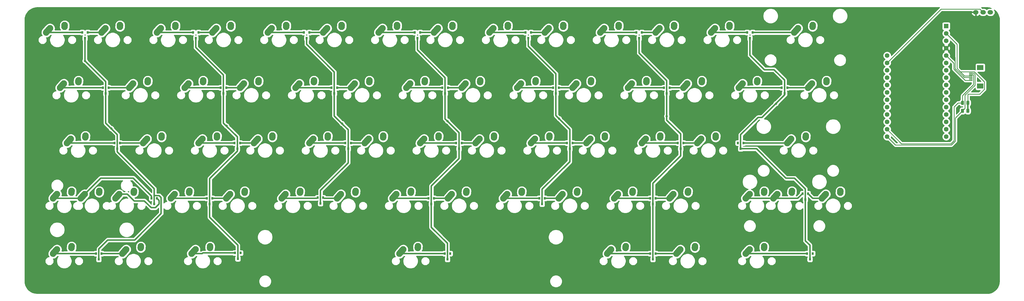
<source format=gbr>
G04 #@! TF.GenerationSoftware,KiCad,Pcbnew,(5.1.10)-1*
G04 #@! TF.CreationDate,2021-07-26T23:03:21+09:00*
G04 #@! TF.ProjectId,Snacks65,536e6163-6b73-4363-952e-6b696361645f,rev?*
G04 #@! TF.SameCoordinates,Original*
G04 #@! TF.FileFunction,Copper,L2,Bot*
G04 #@! TF.FilePolarity,Positive*
%FSLAX46Y46*%
G04 Gerber Fmt 4.6, Leading zero omitted, Abs format (unit mm)*
G04 Created by KiCad (PCBNEW (5.1.10)-1) date 2021-07-26 23:03:21*
%MOMM*%
%LPD*%
G01*
G04 APERTURE LIST*
G04 #@! TA.AperFunction,ComponentPad*
%ADD10O,1.900000X1.500000*%
G04 #@! TD*
G04 #@! TA.AperFunction,ComponentPad*
%ADD11C,1.600000*%
G04 #@! TD*
G04 #@! TA.AperFunction,ComponentPad*
%ADD12R,1.600000X1.600000*%
G04 #@! TD*
G04 #@! TA.AperFunction,SMDPad,CuDef*
%ADD13R,1.300000X0.300000*%
G04 #@! TD*
G04 #@! TA.AperFunction,SMDPad,CuDef*
%ADD14R,2.200000X1.800000*%
G04 #@! TD*
G04 #@! TA.AperFunction,ComponentPad*
%ADD15C,2.250000*%
G04 #@! TD*
G04 #@! TA.AperFunction,SMDPad,CuDef*
%ADD16R,0.800000X0.900000*%
G04 #@! TD*
G04 #@! TA.AperFunction,ViaPad*
%ADD17C,0.800000*%
G04 #@! TD*
G04 #@! TA.AperFunction,Conductor*
%ADD18C,0.254000*%
G04 #@! TD*
G04 #@! TA.AperFunction,Conductor*
%ADD19C,0.500000*%
G04 #@! TD*
G04 #@! TA.AperFunction,Conductor*
%ADD20C,0.100000*%
G04 #@! TD*
G04 #@! TA.AperFunction,NonConductor*
%ADD21C,0.254000*%
G04 #@! TD*
G04 #@! TA.AperFunction,NonConductor*
%ADD22C,0.100000*%
G04 #@! TD*
G04 APERTURE END LIST*
D10*
G04 #@! TO.P,SW1,2*
G04 #@! TO.N,/EN*
X346868750Y-19843750D03*
G04 #@! TO.P,SW1,1*
G04 #@! TO.N,GND*
X344368750Y-19843750D03*
G04 #@! TO.P,SW1,3*
G04 #@! TO.N,Net-(SW1-Pad3)*
X349368750Y-19843750D03*
G04 #@! TD*
D11*
G04 #@! TO.P,A1,17*
G04 #@! TO.N,SDA*
X313848750Y-62706250D03*
G04 #@! TO.P,A1,18*
G04 #@! TO.N,SCL*
X313848750Y-60166250D03*
G04 #@! TO.P,A1,19*
G04 #@! TO.N,ROW7*
X313848750Y-57626250D03*
G04 #@! TO.P,A1,20*
G04 #@! TO.N,ROW5*
X313848750Y-55086250D03*
G04 #@! TO.P,A1,21*
G04 #@! TO.N,COL0*
X313848750Y-52546250D03*
G04 #@! TO.P,A1,22*
G04 #@! TO.N,COL2*
X313848750Y-50006250D03*
G04 #@! TO.P,A1,23*
G04 #@! TO.N,COL4*
X313848750Y-47466250D03*
G04 #@! TO.P,A1,24*
G04 #@! TO.N,COL6*
X313848750Y-44926250D03*
G04 #@! TO.P,A1,25*
G04 #@! TO.N,ROW2*
X313848750Y-42386250D03*
G04 #@! TO.P,A1,26*
G04 #@! TO.N,Net-(A1-Pad26)*
X313848750Y-39846250D03*
G04 #@! TO.P,A1,27*
G04 #@! TO.N,/EN*
X313848750Y-37306250D03*
G04 #@! TO.P,A1,28*
G04 #@! TO.N,Net-(A1-Pad28)*
X313848750Y-34766250D03*
D12*
G04 #@! TO.P,A1,1*
G04 #@! TO.N,Net-(A1-Pad1)*
X334168750Y-24606250D03*
D11*
G04 #@! TO.P,A1,2*
G04 #@! TO.N,+3V3*
X334168750Y-27146250D03*
G04 #@! TO.P,A1,3*
G04 #@! TO.N,Net-(A1-Pad3)*
X334168750Y-29686250D03*
G04 #@! TO.P,A1,4*
G04 #@! TO.N,GND*
X334168750Y-32226250D03*
G04 #@! TO.P,A1,5*
G04 #@! TO.N,RDY*
X334168750Y-34766250D03*
G04 #@! TO.P,A1,6*
G04 #@! TO.N,ROW0*
X334168750Y-37306250D03*
G04 #@! TO.P,A1,7*
G04 #@! TO.N,ROW1*
X334168750Y-39846250D03*
G04 #@! TO.P,A1,8*
G04 #@! TO.N,ROW3*
X334168750Y-42386250D03*
G04 #@! TO.P,A1,9*
G04 #@! TO.N,COL5*
X334168750Y-44926250D03*
G04 #@! TO.P,A1,10*
G04 #@! TO.N,COL3*
X334168750Y-47466250D03*
G04 #@! TO.P,A1,11*
G04 #@! TO.N,COL1*
X334168750Y-50006250D03*
G04 #@! TO.P,A1,12*
G04 #@! TO.N,ROW4*
X334168750Y-52546250D03*
G04 #@! TO.P,A1,13*
G04 #@! TO.N,ROW6*
X334168750Y-55086250D03*
G04 #@! TO.P,A1,14*
G04 #@! TO.N,ROW8*
X334168750Y-57626250D03*
G04 #@! TO.P,A1,15*
G04 #@! TO.N,ROW9*
X334168750Y-60166250D03*
G04 #@! TO.P,A1,16*
G04 #@! TO.N,Net-(A1-Pad16)*
X334168750Y-62706250D03*
G04 #@! TD*
D13*
G04 #@! TO.P,J1,6*
G04 #@! TO.N,RDY*
X342637500Y-43318750D03*
G04 #@! TO.P,J1,5*
G04 #@! TO.N,Net-(J1-Pad5)*
X342637500Y-42818750D03*
G04 #@! TO.P,J1,4*
G04 #@! TO.N,GND*
X342637500Y-42318750D03*
G04 #@! TO.P,J1,3*
G04 #@! TO.N,+3V3*
X342637500Y-41818750D03*
G04 #@! TO.P,J1,2*
G04 #@! TO.N,SCL*
X342637500Y-41318750D03*
G04 #@! TO.P,J1,1*
G04 #@! TO.N,SDA*
X342637500Y-40818750D03*
D14*
G04 #@! TO.P,J1,MP*
G04 #@! TO.N,N/C*
X345887500Y-38918750D03*
X345887500Y-45218750D03*
G04 #@! TD*
D15*
G04 #@! TO.P,SW60,1*
G04 #@! TO.N,Net-(D28-Pad2)*
X242768750Y-101568750D03*
G04 #@! TA.AperFunction,ComponentPad*
G36*
G01*
X240707438Y-103866100D02*
X240707433Y-103866095D01*
G75*
G02*
X240621405Y-102277433I751317J837345D01*
G01*
X241931407Y-100817433D01*
G75*
G02*
X243520069Y-100731405I837345J-751317D01*
G01*
X243520069Y-100731405D01*
G75*
G02*
X243606097Y-102320067I-751317J-837345D01*
G01*
X242296095Y-103780067D01*
G75*
G02*
X240707433Y-103866095I-837345J751317D01*
G01*
G37*
G04 #@! TD.AperFunction*
G04 #@! TO.P,SW60,2*
G04 #@! TO.N,ROW9*
X247808750Y-100488750D03*
G04 #@! TA.AperFunction,ComponentPad*
G36*
G01*
X247692233Y-102191145D02*
X247691347Y-102191084D01*
G75*
G02*
X246646416Y-100991347I77403J1122334D01*
G01*
X246686416Y-100411347D01*
G75*
G02*
X247886153Y-99366416I1122334J-77403D01*
G01*
X247886153Y-99366416D01*
G75*
G02*
X248931084Y-100566153I-77403J-1122334D01*
G01*
X248891084Y-101146153D01*
G75*
G02*
X247691347Y-102191084I-1122334J77403D01*
G01*
G37*
G04 #@! TD.AperFunction*
G04 #@! TD*
G04 #@! TO.P,SW64,1*
G04 #@! TO.N,Net-(D34-Pad1)*
X266581250Y-101568750D03*
G04 #@! TA.AperFunction,ComponentPad*
G36*
G01*
X264519938Y-103866100D02*
X264519933Y-103866095D01*
G75*
G02*
X264433905Y-102277433I751317J837345D01*
G01*
X265743907Y-100817433D01*
G75*
G02*
X267332569Y-100731405I837345J-751317D01*
G01*
X267332569Y-100731405D01*
G75*
G02*
X267418597Y-102320067I-751317J-837345D01*
G01*
X266108595Y-103780067D01*
G75*
G02*
X264519933Y-103866095I-837345J751317D01*
G01*
G37*
G04 #@! TD.AperFunction*
G04 #@! TO.P,SW64,2*
G04 #@! TO.N,ROW8*
X271621250Y-100488750D03*
G04 #@! TA.AperFunction,ComponentPad*
G36*
G01*
X271504733Y-102191145D02*
X271503847Y-102191084D01*
G75*
G02*
X270458916Y-100991347I77403J1122334D01*
G01*
X270498916Y-100411347D01*
G75*
G02*
X271698653Y-99366416I1122334J-77403D01*
G01*
X271698653Y-99366416D01*
G75*
G02*
X272743584Y-100566153I-77403J-1122334D01*
G01*
X272703584Y-101146153D01*
G75*
G02*
X271503847Y-102191084I-1122334J77403D01*
G01*
G37*
G04 #@! TD.AperFunction*
G04 #@! TD*
G04 #@! TO.P,SW55,1*
G04 #@! TO.N,Net-(D28-Pad1)*
X218956250Y-101568750D03*
G04 #@! TA.AperFunction,ComponentPad*
G36*
G01*
X216894938Y-103866100D02*
X216894933Y-103866095D01*
G75*
G02*
X216808905Y-102277433I751317J837345D01*
G01*
X218118907Y-100817433D01*
G75*
G02*
X219707569Y-100731405I837345J-751317D01*
G01*
X219707569Y-100731405D01*
G75*
G02*
X219793597Y-102320067I-751317J-837345D01*
G01*
X218483595Y-103780067D01*
G75*
G02*
X216894933Y-103866095I-837345J751317D01*
G01*
G37*
G04 #@! TD.AperFunction*
G04 #@! TO.P,SW55,2*
G04 #@! TO.N,ROW8*
X223996250Y-100488750D03*
G04 #@! TA.AperFunction,ComponentPad*
G36*
G01*
X223879733Y-102191145D02*
X223878847Y-102191084D01*
G75*
G02*
X222833916Y-100991347I77403J1122334D01*
G01*
X222873916Y-100411347D01*
G75*
G02*
X224073653Y-99366416I1122334J-77403D01*
G01*
X224073653Y-99366416D01*
G75*
G02*
X225118584Y-100566153I-77403J-1122334D01*
G01*
X225078584Y-101146153D01*
G75*
G02*
X223878847Y-102191084I-1122334J77403D01*
G01*
G37*
G04 #@! TD.AperFunction*
G04 #@! TD*
G04 #@! TO.P,SW68,1*
G04 #@! TO.N,Net-(D30-Pad2)*
X283250000Y-25368750D03*
G04 #@! TA.AperFunction,ComponentPad*
G36*
G01*
X281188688Y-27666100D02*
X281188683Y-27666095D01*
G75*
G02*
X281102655Y-26077433I751317J837345D01*
G01*
X282412657Y-24617433D01*
G75*
G02*
X284001319Y-24531405I837345J-751317D01*
G01*
X284001319Y-24531405D01*
G75*
G02*
X284087347Y-26120067I-751317J-837345D01*
G01*
X282777345Y-27580067D01*
G75*
G02*
X281188683Y-27666095I-837345J751317D01*
G01*
G37*
G04 #@! TD.AperFunction*
G04 #@! TO.P,SW68,2*
G04 #@! TO.N,ROW1*
X288290000Y-24288750D03*
G04 #@! TA.AperFunction,ComponentPad*
G36*
G01*
X288173483Y-25991145D02*
X288172597Y-25991084D01*
G75*
G02*
X287127666Y-24791347I77403J1122334D01*
G01*
X287167666Y-24211347D01*
G75*
G02*
X288367403Y-23166416I1122334J-77403D01*
G01*
X288367403Y-23166416D01*
G75*
G02*
X289412334Y-24366153I-77403J-1122334D01*
G01*
X289372334Y-24946153D01*
G75*
G02*
X288172597Y-25991084I-1122334J77403D01*
G01*
G37*
G04 #@! TD.AperFunction*
G04 #@! TD*
G04 #@! TO.P,SW67,1*
G04 #@! TO.N,Net-(D33-Pad1)*
X276106250Y-82518750D03*
G04 #@! TA.AperFunction,ComponentPad*
G36*
G01*
X274044938Y-84816100D02*
X274044933Y-84816095D01*
G75*
G02*
X273958905Y-83227433I751317J837345D01*
G01*
X275268907Y-81767433D01*
G75*
G02*
X276857569Y-81681405I837345J-751317D01*
G01*
X276857569Y-81681405D01*
G75*
G02*
X276943597Y-83270067I-751317J-837345D01*
G01*
X275633595Y-84730067D01*
G75*
G02*
X274044933Y-84816095I-837345J751317D01*
G01*
G37*
G04 #@! TD.AperFunction*
G04 #@! TO.P,SW67,2*
G04 #@! TO.N,ROW6*
X281146250Y-81438750D03*
G04 #@! TA.AperFunction,ComponentPad*
G36*
G01*
X281029733Y-83141145D02*
X281028847Y-83141084D01*
G75*
G02*
X279983916Y-81941347I77403J1122334D01*
G01*
X280023916Y-81361347D01*
G75*
G02*
X281223653Y-80316416I1122334J-77403D01*
G01*
X281223653Y-80316416D01*
G75*
G02*
X282268584Y-81516153I-77403J-1122334D01*
G01*
X282228584Y-82096153D01*
G75*
G02*
X281028847Y-83141084I-1122334J77403D01*
G01*
G37*
G04 #@! TD.AperFunction*
G04 #@! TD*
G04 #@! TO.P,SW66,1*
G04 #@! TO.N,Net-(D4-Pad1)*
X37981250Y-82518750D03*
G04 #@! TA.AperFunction,ComponentPad*
G36*
G01*
X35919938Y-84816100D02*
X35919933Y-84816095D01*
G75*
G02*
X35833905Y-83227433I751317J837345D01*
G01*
X37143907Y-81767433D01*
G75*
G02*
X38732569Y-81681405I837345J-751317D01*
G01*
X38732569Y-81681405D01*
G75*
G02*
X38818597Y-83270067I-751317J-837345D01*
G01*
X37508595Y-84730067D01*
G75*
G02*
X35919933Y-84816095I-837345J751317D01*
G01*
G37*
G04 #@! TD.AperFunction*
G04 #@! TO.P,SW66,2*
G04 #@! TO.N,ROW6*
X43021250Y-81438750D03*
G04 #@! TA.AperFunction,ComponentPad*
G36*
G01*
X42904733Y-83141145D02*
X42903847Y-83141084D01*
G75*
G02*
X41858916Y-81941347I77403J1122334D01*
G01*
X41898916Y-81361347D01*
G75*
G02*
X43098653Y-80316416I1122334J-77403D01*
G01*
X43098653Y-80316416D01*
G75*
G02*
X44143584Y-81516153I-77403J-1122334D01*
G01*
X44103584Y-82096153D01*
G75*
G02*
X42903847Y-83141084I-1122334J77403D01*
G01*
G37*
G04 #@! TD.AperFunction*
G04 #@! TD*
G04 #@! TO.P,SW63,1*
G04 #@! TO.N,Net-(D33-Pad2)*
X292775000Y-82518750D03*
G04 #@! TA.AperFunction,ComponentPad*
G36*
G01*
X290713688Y-84816100D02*
X290713683Y-84816095D01*
G75*
G02*
X290627655Y-83227433I751317J837345D01*
G01*
X291937657Y-81767433D01*
G75*
G02*
X293526319Y-81681405I837345J-751317D01*
G01*
X293526319Y-81681405D01*
G75*
G02*
X293612347Y-83270067I-751317J-837345D01*
G01*
X292302345Y-84730067D01*
G75*
G02*
X290713683Y-84816095I-837345J751317D01*
G01*
G37*
G04 #@! TD.AperFunction*
G04 #@! TO.P,SW63,2*
G04 #@! TO.N,ROW7*
X297815000Y-81438750D03*
G04 #@! TA.AperFunction,ComponentPad*
G36*
G01*
X297698483Y-83141145D02*
X297697597Y-83141084D01*
G75*
G02*
X296652666Y-81941347I77403J1122334D01*
G01*
X296692666Y-81361347D01*
G75*
G02*
X297892403Y-80316416I1122334J-77403D01*
G01*
X297892403Y-80316416D01*
G75*
G02*
X298937334Y-81516153I-77403J-1122334D01*
G01*
X298897334Y-82096153D01*
G75*
G02*
X297697597Y-83141084I-1122334J77403D01*
G01*
G37*
G04 #@! TD.AperFunction*
G04 #@! TD*
G04 #@! TO.P,SW62,1*
G04 #@! TO.N,Net-(D31-Pad2)*
X288012500Y-44418750D03*
G04 #@! TA.AperFunction,ComponentPad*
G36*
G01*
X285951188Y-46716100D02*
X285951183Y-46716095D01*
G75*
G02*
X285865155Y-45127433I751317J837345D01*
G01*
X287175157Y-43667433D01*
G75*
G02*
X288763819Y-43581405I837345J-751317D01*
G01*
X288763819Y-43581405D01*
G75*
G02*
X288849847Y-45170067I-751317J-837345D01*
G01*
X287539845Y-46630067D01*
G75*
G02*
X285951183Y-46716095I-837345J751317D01*
G01*
G37*
G04 #@! TD.AperFunction*
G04 #@! TO.P,SW62,2*
G04 #@! TO.N,ROW3*
X293052500Y-43338750D03*
G04 #@! TA.AperFunction,ComponentPad*
G36*
G01*
X292935983Y-45041145D02*
X292935097Y-45041084D01*
G75*
G02*
X291890166Y-43841347I77403J1122334D01*
G01*
X291930166Y-43261347D01*
G75*
G02*
X293129903Y-42216416I1122334J-77403D01*
G01*
X293129903Y-42216416D01*
G75*
G02*
X294174834Y-43416153I-77403J-1122334D01*
G01*
X294134834Y-43996153D01*
G75*
G02*
X292935097Y-45041084I-1122334J77403D01*
G01*
G37*
G04 #@! TD.AperFunction*
G04 #@! TD*
G04 #@! TO.P,SW59,1*
G04 #@! TO.N,Net-(D33-Pad1)*
X266581250Y-82518750D03*
G04 #@! TA.AperFunction,ComponentPad*
G36*
G01*
X264519938Y-84816100D02*
X264519933Y-84816095D01*
G75*
G02*
X264433905Y-83227433I751317J837345D01*
G01*
X265743907Y-81767433D01*
G75*
G02*
X267332569Y-81681405I837345J-751317D01*
G01*
X267332569Y-81681405D01*
G75*
G02*
X267418597Y-83270067I-751317J-837345D01*
G01*
X266108595Y-84730067D01*
G75*
G02*
X264519933Y-84816095I-837345J751317D01*
G01*
G37*
G04 #@! TD.AperFunction*
G04 #@! TO.P,SW59,2*
G04 #@! TO.N,ROW6*
X271621250Y-81438750D03*
G04 #@! TA.AperFunction,ComponentPad*
G36*
G01*
X271504733Y-83141145D02*
X271503847Y-83141084D01*
G75*
G02*
X270458916Y-81941347I77403J1122334D01*
G01*
X270498916Y-81361347D01*
G75*
G02*
X271698653Y-80316416I1122334J-77403D01*
G01*
X271698653Y-80316416D01*
G75*
G02*
X272743584Y-81516153I-77403J-1122334D01*
G01*
X272703584Y-82096153D01*
G75*
G02*
X271503847Y-83141084I-1122334J77403D01*
G01*
G37*
G04 #@! TD.AperFunction*
G04 #@! TD*
G04 #@! TO.P,SW58,1*
G04 #@! TO.N,Net-(D32-Pad2)*
X280868750Y-63468750D03*
G04 #@! TA.AperFunction,ComponentPad*
G36*
G01*
X278807438Y-65766100D02*
X278807433Y-65766095D01*
G75*
G02*
X278721405Y-64177433I751317J837345D01*
G01*
X280031407Y-62717433D01*
G75*
G02*
X281620069Y-62631405I837345J-751317D01*
G01*
X281620069Y-62631405D01*
G75*
G02*
X281706097Y-64220067I-751317J-837345D01*
G01*
X280396095Y-65680067D01*
G75*
G02*
X278807433Y-65766095I-837345J751317D01*
G01*
G37*
G04 #@! TD.AperFunction*
G04 #@! TO.P,SW58,2*
G04 #@! TO.N,ROW4*
X285908750Y-62388750D03*
G04 #@! TA.AperFunction,ComponentPad*
G36*
G01*
X285792233Y-64091145D02*
X285791347Y-64091084D01*
G75*
G02*
X284746416Y-62891347I77403J1122334D01*
G01*
X284786416Y-62311347D01*
G75*
G02*
X285986153Y-61266416I1122334J-77403D01*
G01*
X285986153Y-61266416D01*
G75*
G02*
X287031084Y-62466153I-77403J-1122334D01*
G01*
X286991084Y-63046153D01*
G75*
G02*
X285791347Y-64091084I-1122334J77403D01*
G01*
G37*
G04 #@! TD.AperFunction*
G04 #@! TD*
G04 #@! TO.P,SW57,1*
G04 #@! TO.N,Net-(D31-Pad1)*
X264200000Y-44418750D03*
G04 #@! TA.AperFunction,ComponentPad*
G36*
G01*
X262138688Y-46716100D02*
X262138683Y-46716095D01*
G75*
G02*
X262052655Y-45127433I751317J837345D01*
G01*
X263362657Y-43667433D01*
G75*
G02*
X264951319Y-43581405I837345J-751317D01*
G01*
X264951319Y-43581405D01*
G75*
G02*
X265037347Y-45170067I-751317J-837345D01*
G01*
X263727345Y-46630067D01*
G75*
G02*
X262138683Y-46716095I-837345J751317D01*
G01*
G37*
G04 #@! TD.AperFunction*
G04 #@! TO.P,SW57,2*
G04 #@! TO.N,ROW2*
X269240000Y-43338750D03*
G04 #@! TA.AperFunction,ComponentPad*
G36*
G01*
X269123483Y-45041145D02*
X269122597Y-45041084D01*
G75*
G02*
X268077666Y-43841347I77403J1122334D01*
G01*
X268117666Y-43261347D01*
G75*
G02*
X269317403Y-42216416I1122334J-77403D01*
G01*
X269317403Y-42216416D01*
G75*
G02*
X270362334Y-43416153I-77403J-1122334D01*
G01*
X270322334Y-43996153D01*
G75*
G02*
X269122597Y-45041084I-1122334J77403D01*
G01*
G37*
G04 #@! TD.AperFunction*
G04 #@! TD*
G04 #@! TO.P,SW56,1*
G04 #@! TO.N,Net-(D30-Pad1)*
X254675000Y-25368750D03*
G04 #@! TA.AperFunction,ComponentPad*
G36*
G01*
X252613688Y-27666100D02*
X252613683Y-27666095D01*
G75*
G02*
X252527655Y-26077433I751317J837345D01*
G01*
X253837657Y-24617433D01*
G75*
G02*
X255426319Y-24531405I837345J-751317D01*
G01*
X255426319Y-24531405D01*
G75*
G02*
X255512347Y-26120067I-751317J-837345D01*
G01*
X254202345Y-27580067D01*
G75*
G02*
X252613683Y-27666095I-837345J751317D01*
G01*
G37*
G04 #@! TD.AperFunction*
G04 #@! TO.P,SW56,2*
G04 #@! TO.N,ROW0*
X259715000Y-24288750D03*
G04 #@! TA.AperFunction,ComponentPad*
G36*
G01*
X259598483Y-25991145D02*
X259597597Y-25991084D01*
G75*
G02*
X258552666Y-24791347I77403J1122334D01*
G01*
X258592666Y-24211347D01*
G75*
G02*
X259792403Y-23166416I1122334J-77403D01*
G01*
X259792403Y-23166416D01*
G75*
G02*
X260837334Y-24366153I-77403J-1122334D01*
G01*
X260797334Y-24946153D01*
G75*
G02*
X259597597Y-25991084I-1122334J77403D01*
G01*
G37*
G04 #@! TD.AperFunction*
G04 #@! TD*
G04 #@! TO.P,SW54,1*
G04 #@! TO.N,Net-(D27-Pad2)*
X240387500Y-82518750D03*
G04 #@! TA.AperFunction,ComponentPad*
G36*
G01*
X238326188Y-84816100D02*
X238326183Y-84816095D01*
G75*
G02*
X238240155Y-83227433I751317J837345D01*
G01*
X239550157Y-81767433D01*
G75*
G02*
X241138819Y-81681405I837345J-751317D01*
G01*
X241138819Y-81681405D01*
G75*
G02*
X241224847Y-83270067I-751317J-837345D01*
G01*
X239914845Y-84730067D01*
G75*
G02*
X238326183Y-84816095I-837345J751317D01*
G01*
G37*
G04 #@! TD.AperFunction*
G04 #@! TO.P,SW54,2*
G04 #@! TO.N,ROW7*
X245427500Y-81438750D03*
G04 #@! TA.AperFunction,ComponentPad*
G36*
G01*
X245310983Y-83141145D02*
X245310097Y-83141084D01*
G75*
G02*
X244265166Y-81941347I77403J1122334D01*
G01*
X244305166Y-81361347D01*
G75*
G02*
X245504903Y-80316416I1122334J-77403D01*
G01*
X245504903Y-80316416D01*
G75*
G02*
X246549834Y-81516153I-77403J-1122334D01*
G01*
X246509834Y-82096153D01*
G75*
G02*
X245310097Y-83141084I-1122334J77403D01*
G01*
G37*
G04 #@! TD.AperFunction*
G04 #@! TD*
G04 #@! TO.P,SW53,1*
G04 #@! TO.N,Net-(D26-Pad2)*
X249912500Y-63468750D03*
G04 #@! TA.AperFunction,ComponentPad*
G36*
G01*
X247851188Y-65766100D02*
X247851183Y-65766095D01*
G75*
G02*
X247765155Y-64177433I751317J837345D01*
G01*
X249075157Y-62717433D01*
G75*
G02*
X250663819Y-62631405I837345J-751317D01*
G01*
X250663819Y-62631405D01*
G75*
G02*
X250749847Y-64220067I-751317J-837345D01*
G01*
X249439845Y-65680067D01*
G75*
G02*
X247851183Y-65766095I-837345J751317D01*
G01*
G37*
G04 #@! TD.AperFunction*
G04 #@! TO.P,SW53,2*
G04 #@! TO.N,ROW5*
X254952500Y-62388750D03*
G04 #@! TA.AperFunction,ComponentPad*
G36*
G01*
X254835983Y-64091145D02*
X254835097Y-64091084D01*
G75*
G02*
X253790166Y-62891347I77403J1122334D01*
G01*
X253830166Y-62311347D01*
G75*
G02*
X255029903Y-61266416I1122334J-77403D01*
G01*
X255029903Y-61266416D01*
G75*
G02*
X256074834Y-62466153I-77403J-1122334D01*
G01*
X256034834Y-63046153D01*
G75*
G02*
X254835097Y-64091084I-1122334J77403D01*
G01*
G37*
G04 #@! TD.AperFunction*
G04 #@! TD*
G04 #@! TO.P,SW52,1*
G04 #@! TO.N,Net-(D25-Pad2)*
X245150000Y-44418750D03*
G04 #@! TA.AperFunction,ComponentPad*
G36*
G01*
X243088688Y-46716100D02*
X243088683Y-46716095D01*
G75*
G02*
X243002655Y-45127433I751317J837345D01*
G01*
X244312657Y-43667433D01*
G75*
G02*
X245901319Y-43581405I837345J-751317D01*
G01*
X245901319Y-43581405D01*
G75*
G02*
X245987347Y-45170067I-751317J-837345D01*
G01*
X244677345Y-46630067D01*
G75*
G02*
X243088683Y-46716095I-837345J751317D01*
G01*
G37*
G04 #@! TD.AperFunction*
G04 #@! TO.P,SW52,2*
G04 #@! TO.N,ROW3*
X250190000Y-43338750D03*
G04 #@! TA.AperFunction,ComponentPad*
G36*
G01*
X250073483Y-45041145D02*
X250072597Y-45041084D01*
G75*
G02*
X249027666Y-43841347I77403J1122334D01*
G01*
X249067666Y-43261347D01*
G75*
G02*
X250267403Y-42216416I1122334J-77403D01*
G01*
X250267403Y-42216416D01*
G75*
G02*
X251312334Y-43416153I-77403J-1122334D01*
G01*
X251272334Y-43996153D01*
G75*
G02*
X250072597Y-45041084I-1122334J77403D01*
G01*
G37*
G04 #@! TD.AperFunction*
G04 #@! TD*
G04 #@! TO.P,SW51,1*
G04 #@! TO.N,Net-(D24-Pad2)*
X235625000Y-25368750D03*
G04 #@! TA.AperFunction,ComponentPad*
G36*
G01*
X233563688Y-27666100D02*
X233563683Y-27666095D01*
G75*
G02*
X233477655Y-26077433I751317J837345D01*
G01*
X234787657Y-24617433D01*
G75*
G02*
X236376319Y-24531405I837345J-751317D01*
G01*
X236376319Y-24531405D01*
G75*
G02*
X236462347Y-26120067I-751317J-837345D01*
G01*
X235152345Y-27580067D01*
G75*
G02*
X233563683Y-27666095I-837345J751317D01*
G01*
G37*
G04 #@! TD.AperFunction*
G04 #@! TO.P,SW51,2*
G04 #@! TO.N,ROW1*
X240665000Y-24288750D03*
G04 #@! TA.AperFunction,ComponentPad*
G36*
G01*
X240548483Y-25991145D02*
X240547597Y-25991084D01*
G75*
G02*
X239502666Y-24791347I77403J1122334D01*
G01*
X239542666Y-24211347D01*
G75*
G02*
X240742403Y-23166416I1122334J-77403D01*
G01*
X240742403Y-23166416D01*
G75*
G02*
X241787334Y-24366153I-77403J-1122334D01*
G01*
X241747334Y-24946153D01*
G75*
G02*
X240547597Y-25991084I-1122334J77403D01*
G01*
G37*
G04 #@! TD.AperFunction*
G04 #@! TD*
G04 #@! TO.P,SW49,1*
G04 #@! TO.N,Net-(D27-Pad1)*
X221337500Y-82518750D03*
G04 #@! TA.AperFunction,ComponentPad*
G36*
G01*
X219276188Y-84816100D02*
X219276183Y-84816095D01*
G75*
G02*
X219190155Y-83227433I751317J837345D01*
G01*
X220500157Y-81767433D01*
G75*
G02*
X222088819Y-81681405I837345J-751317D01*
G01*
X222088819Y-81681405D01*
G75*
G02*
X222174847Y-83270067I-751317J-837345D01*
G01*
X220864845Y-84730067D01*
G75*
G02*
X219276183Y-84816095I-837345J751317D01*
G01*
G37*
G04 #@! TD.AperFunction*
G04 #@! TO.P,SW49,2*
G04 #@! TO.N,ROW6*
X226377500Y-81438750D03*
G04 #@! TA.AperFunction,ComponentPad*
G36*
G01*
X226260983Y-83141145D02*
X226260097Y-83141084D01*
G75*
G02*
X225215166Y-81941347I77403J1122334D01*
G01*
X225255166Y-81361347D01*
G75*
G02*
X226454903Y-80316416I1122334J-77403D01*
G01*
X226454903Y-80316416D01*
G75*
G02*
X227499834Y-81516153I-77403J-1122334D01*
G01*
X227459834Y-82096153D01*
G75*
G02*
X226260097Y-83141084I-1122334J77403D01*
G01*
G37*
G04 #@! TD.AperFunction*
G04 #@! TD*
G04 #@! TO.P,SW48,1*
G04 #@! TO.N,Net-(D26-Pad1)*
X230862500Y-63468750D03*
G04 #@! TA.AperFunction,ComponentPad*
G36*
G01*
X228801188Y-65766100D02*
X228801183Y-65766095D01*
G75*
G02*
X228715155Y-64177433I751317J837345D01*
G01*
X230025157Y-62717433D01*
G75*
G02*
X231613819Y-62631405I837345J-751317D01*
G01*
X231613819Y-62631405D01*
G75*
G02*
X231699847Y-64220067I-751317J-837345D01*
G01*
X230389845Y-65680067D01*
G75*
G02*
X228801183Y-65766095I-837345J751317D01*
G01*
G37*
G04 #@! TD.AperFunction*
G04 #@! TO.P,SW48,2*
G04 #@! TO.N,ROW4*
X235902500Y-62388750D03*
G04 #@! TA.AperFunction,ComponentPad*
G36*
G01*
X235785983Y-64091145D02*
X235785097Y-64091084D01*
G75*
G02*
X234740166Y-62891347I77403J1122334D01*
G01*
X234780166Y-62311347D01*
G75*
G02*
X235979903Y-61266416I1122334J-77403D01*
G01*
X235979903Y-61266416D01*
G75*
G02*
X237024834Y-62466153I-77403J-1122334D01*
G01*
X236984834Y-63046153D01*
G75*
G02*
X235785097Y-64091084I-1122334J77403D01*
G01*
G37*
G04 #@! TD.AperFunction*
G04 #@! TD*
G04 #@! TO.P,SW47,1*
G04 #@! TO.N,Net-(D25-Pad1)*
X226100000Y-44418750D03*
G04 #@! TA.AperFunction,ComponentPad*
G36*
G01*
X224038688Y-46716100D02*
X224038683Y-46716095D01*
G75*
G02*
X223952655Y-45127433I751317J837345D01*
G01*
X225262657Y-43667433D01*
G75*
G02*
X226851319Y-43581405I837345J-751317D01*
G01*
X226851319Y-43581405D01*
G75*
G02*
X226937347Y-45170067I-751317J-837345D01*
G01*
X225627345Y-46630067D01*
G75*
G02*
X224038683Y-46716095I-837345J751317D01*
G01*
G37*
G04 #@! TD.AperFunction*
G04 #@! TO.P,SW47,2*
G04 #@! TO.N,ROW2*
X231140000Y-43338750D03*
G04 #@! TA.AperFunction,ComponentPad*
G36*
G01*
X231023483Y-45041145D02*
X231022597Y-45041084D01*
G75*
G02*
X229977666Y-43841347I77403J1122334D01*
G01*
X230017666Y-43261347D01*
G75*
G02*
X231217403Y-42216416I1122334J-77403D01*
G01*
X231217403Y-42216416D01*
G75*
G02*
X232262334Y-43416153I-77403J-1122334D01*
G01*
X232222334Y-43996153D01*
G75*
G02*
X231022597Y-45041084I-1122334J77403D01*
G01*
G37*
G04 #@! TD.AperFunction*
G04 #@! TD*
G04 #@! TO.P,SW46,1*
G04 #@! TO.N,Net-(D24-Pad1)*
X216575000Y-25368750D03*
G04 #@! TA.AperFunction,ComponentPad*
G36*
G01*
X214513688Y-27666100D02*
X214513683Y-27666095D01*
G75*
G02*
X214427655Y-26077433I751317J837345D01*
G01*
X215737657Y-24617433D01*
G75*
G02*
X217326319Y-24531405I837345J-751317D01*
G01*
X217326319Y-24531405D01*
G75*
G02*
X217412347Y-26120067I-751317J-837345D01*
G01*
X216102345Y-27580067D01*
G75*
G02*
X214513683Y-27666095I-837345J751317D01*
G01*
G37*
G04 #@! TD.AperFunction*
G04 #@! TO.P,SW46,2*
G04 #@! TO.N,ROW0*
X221615000Y-24288750D03*
G04 #@! TA.AperFunction,ComponentPad*
G36*
G01*
X221498483Y-25991145D02*
X221497597Y-25991084D01*
G75*
G02*
X220452666Y-24791347I77403J1122334D01*
G01*
X220492666Y-24211347D01*
G75*
G02*
X221692403Y-23166416I1122334J-77403D01*
G01*
X221692403Y-23166416D01*
G75*
G02*
X222737334Y-24366153I-77403J-1122334D01*
G01*
X222697334Y-24946153D01*
G75*
G02*
X221497597Y-25991084I-1122334J77403D01*
G01*
G37*
G04 #@! TD.AperFunction*
G04 #@! TD*
G04 #@! TO.P,SW45,1*
G04 #@! TO.N,Net-(D23-Pad2)*
X202287500Y-82518750D03*
G04 #@! TA.AperFunction,ComponentPad*
G36*
G01*
X200226188Y-84816100D02*
X200226183Y-84816095D01*
G75*
G02*
X200140155Y-83227433I751317J837345D01*
G01*
X201450157Y-81767433D01*
G75*
G02*
X203038819Y-81681405I837345J-751317D01*
G01*
X203038819Y-81681405D01*
G75*
G02*
X203124847Y-83270067I-751317J-837345D01*
G01*
X201814845Y-84730067D01*
G75*
G02*
X200226183Y-84816095I-837345J751317D01*
G01*
G37*
G04 #@! TD.AperFunction*
G04 #@! TO.P,SW45,2*
G04 #@! TO.N,ROW7*
X207327500Y-81438750D03*
G04 #@! TA.AperFunction,ComponentPad*
G36*
G01*
X207210983Y-83141145D02*
X207210097Y-83141084D01*
G75*
G02*
X206165166Y-81941347I77403J1122334D01*
G01*
X206205166Y-81361347D01*
G75*
G02*
X207404903Y-80316416I1122334J-77403D01*
G01*
X207404903Y-80316416D01*
G75*
G02*
X208449834Y-81516153I-77403J-1122334D01*
G01*
X208409834Y-82096153D01*
G75*
G02*
X207210097Y-83141084I-1122334J77403D01*
G01*
G37*
G04 #@! TD.AperFunction*
G04 #@! TD*
G04 #@! TO.P,SW44,1*
G04 #@! TO.N,Net-(D22-Pad2)*
X211812500Y-63468750D03*
G04 #@! TA.AperFunction,ComponentPad*
G36*
G01*
X209751188Y-65766100D02*
X209751183Y-65766095D01*
G75*
G02*
X209665155Y-64177433I751317J837345D01*
G01*
X210975157Y-62717433D01*
G75*
G02*
X212563819Y-62631405I837345J-751317D01*
G01*
X212563819Y-62631405D01*
G75*
G02*
X212649847Y-64220067I-751317J-837345D01*
G01*
X211339845Y-65680067D01*
G75*
G02*
X209751183Y-65766095I-837345J751317D01*
G01*
G37*
G04 #@! TD.AperFunction*
G04 #@! TO.P,SW44,2*
G04 #@! TO.N,ROW5*
X216852500Y-62388750D03*
G04 #@! TA.AperFunction,ComponentPad*
G36*
G01*
X216735983Y-64091145D02*
X216735097Y-64091084D01*
G75*
G02*
X215690166Y-62891347I77403J1122334D01*
G01*
X215730166Y-62311347D01*
G75*
G02*
X216929903Y-61266416I1122334J-77403D01*
G01*
X216929903Y-61266416D01*
G75*
G02*
X217974834Y-62466153I-77403J-1122334D01*
G01*
X217934834Y-63046153D01*
G75*
G02*
X216735097Y-64091084I-1122334J77403D01*
G01*
G37*
G04 #@! TD.AperFunction*
G04 #@! TD*
G04 #@! TO.P,SW43,1*
G04 #@! TO.N,Net-(D21-Pad2)*
X207050000Y-44418750D03*
G04 #@! TA.AperFunction,ComponentPad*
G36*
G01*
X204988688Y-46716100D02*
X204988683Y-46716095D01*
G75*
G02*
X204902655Y-45127433I751317J837345D01*
G01*
X206212657Y-43667433D01*
G75*
G02*
X207801319Y-43581405I837345J-751317D01*
G01*
X207801319Y-43581405D01*
G75*
G02*
X207887347Y-45170067I-751317J-837345D01*
G01*
X206577345Y-46630067D01*
G75*
G02*
X204988683Y-46716095I-837345J751317D01*
G01*
G37*
G04 #@! TD.AperFunction*
G04 #@! TO.P,SW43,2*
G04 #@! TO.N,ROW3*
X212090000Y-43338750D03*
G04 #@! TA.AperFunction,ComponentPad*
G36*
G01*
X211973483Y-45041145D02*
X211972597Y-45041084D01*
G75*
G02*
X210927666Y-43841347I77403J1122334D01*
G01*
X210967666Y-43261347D01*
G75*
G02*
X212167403Y-42216416I1122334J-77403D01*
G01*
X212167403Y-42216416D01*
G75*
G02*
X213212334Y-43416153I-77403J-1122334D01*
G01*
X213172334Y-43996153D01*
G75*
G02*
X211972597Y-45041084I-1122334J77403D01*
G01*
G37*
G04 #@! TD.AperFunction*
G04 #@! TD*
G04 #@! TO.P,SW42,1*
G04 #@! TO.N,Net-(D20-Pad2)*
X197525000Y-25368750D03*
G04 #@! TA.AperFunction,ComponentPad*
G36*
G01*
X195463688Y-27666100D02*
X195463683Y-27666095D01*
G75*
G02*
X195377655Y-26077433I751317J837345D01*
G01*
X196687657Y-24617433D01*
G75*
G02*
X198276319Y-24531405I837345J-751317D01*
G01*
X198276319Y-24531405D01*
G75*
G02*
X198362347Y-26120067I-751317J-837345D01*
G01*
X197052345Y-27580067D01*
G75*
G02*
X195463683Y-27666095I-837345J751317D01*
G01*
G37*
G04 #@! TD.AperFunction*
G04 #@! TO.P,SW42,2*
G04 #@! TO.N,ROW1*
X202565000Y-24288750D03*
G04 #@! TA.AperFunction,ComponentPad*
G36*
G01*
X202448483Y-25991145D02*
X202447597Y-25991084D01*
G75*
G02*
X201402666Y-24791347I77403J1122334D01*
G01*
X201442666Y-24211347D01*
G75*
G02*
X202642403Y-23166416I1122334J-77403D01*
G01*
X202642403Y-23166416D01*
G75*
G02*
X203687334Y-24366153I-77403J-1122334D01*
G01*
X203647334Y-24946153D01*
G75*
G02*
X202447597Y-25991084I-1122334J77403D01*
G01*
G37*
G04 #@! TD.AperFunction*
G04 #@! TD*
G04 #@! TO.P,SW41,1*
G04 #@! TO.N,Net-(D23-Pad1)*
X183237500Y-82518750D03*
G04 #@! TA.AperFunction,ComponentPad*
G36*
G01*
X181176188Y-84816100D02*
X181176183Y-84816095D01*
G75*
G02*
X181090155Y-83227433I751317J837345D01*
G01*
X182400157Y-81767433D01*
G75*
G02*
X183988819Y-81681405I837345J-751317D01*
G01*
X183988819Y-81681405D01*
G75*
G02*
X184074847Y-83270067I-751317J-837345D01*
G01*
X182764845Y-84730067D01*
G75*
G02*
X181176183Y-84816095I-837345J751317D01*
G01*
G37*
G04 #@! TD.AperFunction*
G04 #@! TO.P,SW41,2*
G04 #@! TO.N,ROW6*
X188277500Y-81438750D03*
G04 #@! TA.AperFunction,ComponentPad*
G36*
G01*
X188160983Y-83141145D02*
X188160097Y-83141084D01*
G75*
G02*
X187115166Y-81941347I77403J1122334D01*
G01*
X187155166Y-81361347D01*
G75*
G02*
X188354903Y-80316416I1122334J-77403D01*
G01*
X188354903Y-80316416D01*
G75*
G02*
X189399834Y-81516153I-77403J-1122334D01*
G01*
X189359834Y-82096153D01*
G75*
G02*
X188160097Y-83141084I-1122334J77403D01*
G01*
G37*
G04 #@! TD.AperFunction*
G04 #@! TD*
G04 #@! TO.P,SW40,1*
G04 #@! TO.N,Net-(D22-Pad1)*
X192762500Y-63468750D03*
G04 #@! TA.AperFunction,ComponentPad*
G36*
G01*
X190701188Y-65766100D02*
X190701183Y-65766095D01*
G75*
G02*
X190615155Y-64177433I751317J837345D01*
G01*
X191925157Y-62717433D01*
G75*
G02*
X193513819Y-62631405I837345J-751317D01*
G01*
X193513819Y-62631405D01*
G75*
G02*
X193599847Y-64220067I-751317J-837345D01*
G01*
X192289845Y-65680067D01*
G75*
G02*
X190701183Y-65766095I-837345J751317D01*
G01*
G37*
G04 #@! TD.AperFunction*
G04 #@! TO.P,SW40,2*
G04 #@! TO.N,ROW4*
X197802500Y-62388750D03*
G04 #@! TA.AperFunction,ComponentPad*
G36*
G01*
X197685983Y-64091145D02*
X197685097Y-64091084D01*
G75*
G02*
X196640166Y-62891347I77403J1122334D01*
G01*
X196680166Y-62311347D01*
G75*
G02*
X197879903Y-61266416I1122334J-77403D01*
G01*
X197879903Y-61266416D01*
G75*
G02*
X198924834Y-62466153I-77403J-1122334D01*
G01*
X198884834Y-63046153D01*
G75*
G02*
X197685097Y-64091084I-1122334J77403D01*
G01*
G37*
G04 #@! TD.AperFunction*
G04 #@! TD*
G04 #@! TO.P,SW39,1*
G04 #@! TO.N,Net-(D21-Pad1)*
X188000000Y-44418750D03*
G04 #@! TA.AperFunction,ComponentPad*
G36*
G01*
X185938688Y-46716100D02*
X185938683Y-46716095D01*
G75*
G02*
X185852655Y-45127433I751317J837345D01*
G01*
X187162657Y-43667433D01*
G75*
G02*
X188751319Y-43581405I837345J-751317D01*
G01*
X188751319Y-43581405D01*
G75*
G02*
X188837347Y-45170067I-751317J-837345D01*
G01*
X187527345Y-46630067D01*
G75*
G02*
X185938683Y-46716095I-837345J751317D01*
G01*
G37*
G04 #@! TD.AperFunction*
G04 #@! TO.P,SW39,2*
G04 #@! TO.N,ROW2*
X193040000Y-43338750D03*
G04 #@! TA.AperFunction,ComponentPad*
G36*
G01*
X192923483Y-45041145D02*
X192922597Y-45041084D01*
G75*
G02*
X191877666Y-43841347I77403J1122334D01*
G01*
X191917666Y-43261347D01*
G75*
G02*
X193117403Y-42216416I1122334J-77403D01*
G01*
X193117403Y-42216416D01*
G75*
G02*
X194162334Y-43416153I-77403J-1122334D01*
G01*
X194122334Y-43996153D01*
G75*
G02*
X192922597Y-45041084I-1122334J77403D01*
G01*
G37*
G04 #@! TD.AperFunction*
G04 #@! TD*
G04 #@! TO.P,SW38,1*
G04 #@! TO.N,Net-(D20-Pad1)*
X178475000Y-25368750D03*
G04 #@! TA.AperFunction,ComponentPad*
G36*
G01*
X176413688Y-27666100D02*
X176413683Y-27666095D01*
G75*
G02*
X176327655Y-26077433I751317J837345D01*
G01*
X177637657Y-24617433D01*
G75*
G02*
X179226319Y-24531405I837345J-751317D01*
G01*
X179226319Y-24531405D01*
G75*
G02*
X179312347Y-26120067I-751317J-837345D01*
G01*
X178002345Y-27580067D01*
G75*
G02*
X176413683Y-27666095I-837345J751317D01*
G01*
G37*
G04 #@! TD.AperFunction*
G04 #@! TO.P,SW38,2*
G04 #@! TO.N,ROW0*
X183515000Y-24288750D03*
G04 #@! TA.AperFunction,ComponentPad*
G36*
G01*
X183398483Y-25991145D02*
X183397597Y-25991084D01*
G75*
G02*
X182352666Y-24791347I77403J1122334D01*
G01*
X182392666Y-24211347D01*
G75*
G02*
X183592403Y-23166416I1122334J-77403D01*
G01*
X183592403Y-23166416D01*
G75*
G02*
X184637334Y-24366153I-77403J-1122334D01*
G01*
X184597334Y-24946153D01*
G75*
G02*
X183397597Y-25991084I-1122334J77403D01*
G01*
G37*
G04 #@! TD.AperFunction*
G04 #@! TD*
G04 #@! TO.P,SW37,1*
G04 #@! TO.N,Net-(D18-Pad2)*
X164187500Y-82518750D03*
G04 #@! TA.AperFunction,ComponentPad*
G36*
G01*
X162126188Y-84816100D02*
X162126183Y-84816095D01*
G75*
G02*
X162040155Y-83227433I751317J837345D01*
G01*
X163350157Y-81767433D01*
G75*
G02*
X164938819Y-81681405I837345J-751317D01*
G01*
X164938819Y-81681405D01*
G75*
G02*
X165024847Y-83270067I-751317J-837345D01*
G01*
X163714845Y-84730067D01*
G75*
G02*
X162126183Y-84816095I-837345J751317D01*
G01*
G37*
G04 #@! TD.AperFunction*
G04 #@! TO.P,SW37,2*
G04 #@! TO.N,ROW7*
X169227500Y-81438750D03*
G04 #@! TA.AperFunction,ComponentPad*
G36*
G01*
X169110983Y-83141145D02*
X169110097Y-83141084D01*
G75*
G02*
X168065166Y-81941347I77403J1122334D01*
G01*
X168105166Y-81361347D01*
G75*
G02*
X169304903Y-80316416I1122334J-77403D01*
G01*
X169304903Y-80316416D01*
G75*
G02*
X170349834Y-81516153I-77403J-1122334D01*
G01*
X170309834Y-82096153D01*
G75*
G02*
X169110097Y-83141084I-1122334J77403D01*
G01*
G37*
G04 #@! TD.AperFunction*
G04 #@! TD*
G04 #@! TO.P,SW36,1*
G04 #@! TO.N,Net-(D17-Pad2)*
X173712500Y-63468750D03*
G04 #@! TA.AperFunction,ComponentPad*
G36*
G01*
X171651188Y-65766100D02*
X171651183Y-65766095D01*
G75*
G02*
X171565155Y-64177433I751317J837345D01*
G01*
X172875157Y-62717433D01*
G75*
G02*
X174463819Y-62631405I837345J-751317D01*
G01*
X174463819Y-62631405D01*
G75*
G02*
X174549847Y-64220067I-751317J-837345D01*
G01*
X173239845Y-65680067D01*
G75*
G02*
X171651183Y-65766095I-837345J751317D01*
G01*
G37*
G04 #@! TD.AperFunction*
G04 #@! TO.P,SW36,2*
G04 #@! TO.N,ROW5*
X178752500Y-62388750D03*
G04 #@! TA.AperFunction,ComponentPad*
G36*
G01*
X178635983Y-64091145D02*
X178635097Y-64091084D01*
G75*
G02*
X177590166Y-62891347I77403J1122334D01*
G01*
X177630166Y-62311347D01*
G75*
G02*
X178829903Y-61266416I1122334J-77403D01*
G01*
X178829903Y-61266416D01*
G75*
G02*
X179874834Y-62466153I-77403J-1122334D01*
G01*
X179834834Y-63046153D01*
G75*
G02*
X178635097Y-64091084I-1122334J77403D01*
G01*
G37*
G04 #@! TD.AperFunction*
G04 #@! TD*
G04 #@! TO.P,SW35,1*
G04 #@! TO.N,Net-(D16-Pad2)*
X168950000Y-44418750D03*
G04 #@! TA.AperFunction,ComponentPad*
G36*
G01*
X166888688Y-46716100D02*
X166888683Y-46716095D01*
G75*
G02*
X166802655Y-45127433I751317J837345D01*
G01*
X168112657Y-43667433D01*
G75*
G02*
X169701319Y-43581405I837345J-751317D01*
G01*
X169701319Y-43581405D01*
G75*
G02*
X169787347Y-45170067I-751317J-837345D01*
G01*
X168477345Y-46630067D01*
G75*
G02*
X166888683Y-46716095I-837345J751317D01*
G01*
G37*
G04 #@! TD.AperFunction*
G04 #@! TO.P,SW35,2*
G04 #@! TO.N,ROW3*
X173990000Y-43338750D03*
G04 #@! TA.AperFunction,ComponentPad*
G36*
G01*
X173873483Y-45041145D02*
X173872597Y-45041084D01*
G75*
G02*
X172827666Y-43841347I77403J1122334D01*
G01*
X172867666Y-43261347D01*
G75*
G02*
X174067403Y-42216416I1122334J-77403D01*
G01*
X174067403Y-42216416D01*
G75*
G02*
X175112334Y-43416153I-77403J-1122334D01*
G01*
X175072334Y-43996153D01*
G75*
G02*
X173872597Y-45041084I-1122334J77403D01*
G01*
G37*
G04 #@! TD.AperFunction*
G04 #@! TD*
G04 #@! TO.P,SW34,1*
G04 #@! TO.N,Net-(D15-Pad2)*
X159425000Y-25368750D03*
G04 #@! TA.AperFunction,ComponentPad*
G36*
G01*
X157363688Y-27666100D02*
X157363683Y-27666095D01*
G75*
G02*
X157277655Y-26077433I751317J837345D01*
G01*
X158587657Y-24617433D01*
G75*
G02*
X160176319Y-24531405I837345J-751317D01*
G01*
X160176319Y-24531405D01*
G75*
G02*
X160262347Y-26120067I-751317J-837345D01*
G01*
X158952345Y-27580067D01*
G75*
G02*
X157363683Y-27666095I-837345J751317D01*
G01*
G37*
G04 #@! TD.AperFunction*
G04 #@! TO.P,SW34,2*
G04 #@! TO.N,ROW1*
X164465000Y-24288750D03*
G04 #@! TA.AperFunction,ComponentPad*
G36*
G01*
X164348483Y-25991145D02*
X164347597Y-25991084D01*
G75*
G02*
X163302666Y-24791347I77403J1122334D01*
G01*
X163342666Y-24211347D01*
G75*
G02*
X164542403Y-23166416I1122334J-77403D01*
G01*
X164542403Y-23166416D01*
G75*
G02*
X165587334Y-24366153I-77403J-1122334D01*
G01*
X165547334Y-24946153D01*
G75*
G02*
X164347597Y-25991084I-1122334J77403D01*
G01*
G37*
G04 #@! TD.AperFunction*
G04 #@! TD*
G04 #@! TO.P,SW33,1*
G04 #@! TO.N,Net-(D19-Pad1)*
X147518750Y-101568750D03*
G04 #@! TA.AperFunction,ComponentPad*
G36*
G01*
X145457438Y-103866100D02*
X145457433Y-103866095D01*
G75*
G02*
X145371405Y-102277433I751317J837345D01*
G01*
X146681407Y-100817433D01*
G75*
G02*
X148270069Y-100731405I837345J-751317D01*
G01*
X148270069Y-100731405D01*
G75*
G02*
X148356097Y-102320067I-751317J-837345D01*
G01*
X147046095Y-103780067D01*
G75*
G02*
X145457433Y-103866095I-837345J751317D01*
G01*
G37*
G04 #@! TD.AperFunction*
G04 #@! TO.P,SW33,2*
G04 #@! TO.N,ROW8*
X152558750Y-100488750D03*
G04 #@! TA.AperFunction,ComponentPad*
G36*
G01*
X152442233Y-102191145D02*
X152441347Y-102191084D01*
G75*
G02*
X151396416Y-100991347I77403J1122334D01*
G01*
X151436416Y-100411347D01*
G75*
G02*
X152636153Y-99366416I1122334J-77403D01*
G01*
X152636153Y-99366416D01*
G75*
G02*
X153681084Y-100566153I-77403J-1122334D01*
G01*
X153641084Y-101146153D01*
G75*
G02*
X152441347Y-102191084I-1122334J77403D01*
G01*
G37*
G04 #@! TD.AperFunction*
G04 #@! TD*
G04 #@! TO.P,SW32,1*
G04 #@! TO.N,Net-(D18-Pad1)*
X145137500Y-82518750D03*
G04 #@! TA.AperFunction,ComponentPad*
G36*
G01*
X143076188Y-84816100D02*
X143076183Y-84816095D01*
G75*
G02*
X142990155Y-83227433I751317J837345D01*
G01*
X144300157Y-81767433D01*
G75*
G02*
X145888819Y-81681405I837345J-751317D01*
G01*
X145888819Y-81681405D01*
G75*
G02*
X145974847Y-83270067I-751317J-837345D01*
G01*
X144664845Y-84730067D01*
G75*
G02*
X143076183Y-84816095I-837345J751317D01*
G01*
G37*
G04 #@! TD.AperFunction*
G04 #@! TO.P,SW32,2*
G04 #@! TO.N,ROW6*
X150177500Y-81438750D03*
G04 #@! TA.AperFunction,ComponentPad*
G36*
G01*
X150060983Y-83141145D02*
X150060097Y-83141084D01*
G75*
G02*
X149015166Y-81941347I77403J1122334D01*
G01*
X149055166Y-81361347D01*
G75*
G02*
X150254903Y-80316416I1122334J-77403D01*
G01*
X150254903Y-80316416D01*
G75*
G02*
X151299834Y-81516153I-77403J-1122334D01*
G01*
X151259834Y-82096153D01*
G75*
G02*
X150060097Y-83141084I-1122334J77403D01*
G01*
G37*
G04 #@! TD.AperFunction*
G04 #@! TD*
G04 #@! TO.P,SW31,1*
G04 #@! TO.N,Net-(D17-Pad1)*
X154662500Y-63468750D03*
G04 #@! TA.AperFunction,ComponentPad*
G36*
G01*
X152601188Y-65766100D02*
X152601183Y-65766095D01*
G75*
G02*
X152515155Y-64177433I751317J837345D01*
G01*
X153825157Y-62717433D01*
G75*
G02*
X155413819Y-62631405I837345J-751317D01*
G01*
X155413819Y-62631405D01*
G75*
G02*
X155499847Y-64220067I-751317J-837345D01*
G01*
X154189845Y-65680067D01*
G75*
G02*
X152601183Y-65766095I-837345J751317D01*
G01*
G37*
G04 #@! TD.AperFunction*
G04 #@! TO.P,SW31,2*
G04 #@! TO.N,ROW4*
X159702500Y-62388750D03*
G04 #@! TA.AperFunction,ComponentPad*
G36*
G01*
X159585983Y-64091145D02*
X159585097Y-64091084D01*
G75*
G02*
X158540166Y-62891347I77403J1122334D01*
G01*
X158580166Y-62311347D01*
G75*
G02*
X159779903Y-61266416I1122334J-77403D01*
G01*
X159779903Y-61266416D01*
G75*
G02*
X160824834Y-62466153I-77403J-1122334D01*
G01*
X160784834Y-63046153D01*
G75*
G02*
X159585097Y-64091084I-1122334J77403D01*
G01*
G37*
G04 #@! TD.AperFunction*
G04 #@! TD*
G04 #@! TO.P,SW30,1*
G04 #@! TO.N,Net-(D16-Pad1)*
X149900000Y-44418750D03*
G04 #@! TA.AperFunction,ComponentPad*
G36*
G01*
X147838688Y-46716100D02*
X147838683Y-46716095D01*
G75*
G02*
X147752655Y-45127433I751317J837345D01*
G01*
X149062657Y-43667433D01*
G75*
G02*
X150651319Y-43581405I837345J-751317D01*
G01*
X150651319Y-43581405D01*
G75*
G02*
X150737347Y-45170067I-751317J-837345D01*
G01*
X149427345Y-46630067D01*
G75*
G02*
X147838683Y-46716095I-837345J751317D01*
G01*
G37*
G04 #@! TD.AperFunction*
G04 #@! TO.P,SW30,2*
G04 #@! TO.N,ROW2*
X154940000Y-43338750D03*
G04 #@! TA.AperFunction,ComponentPad*
G36*
G01*
X154823483Y-45041145D02*
X154822597Y-45041084D01*
G75*
G02*
X153777666Y-43841347I77403J1122334D01*
G01*
X153817666Y-43261347D01*
G75*
G02*
X155017403Y-42216416I1122334J-77403D01*
G01*
X155017403Y-42216416D01*
G75*
G02*
X156062334Y-43416153I-77403J-1122334D01*
G01*
X156022334Y-43996153D01*
G75*
G02*
X154822597Y-45041084I-1122334J77403D01*
G01*
G37*
G04 #@! TD.AperFunction*
G04 #@! TD*
G04 #@! TO.P,SW29,1*
G04 #@! TO.N,Net-(D15-Pad1)*
X140375000Y-25368750D03*
G04 #@! TA.AperFunction,ComponentPad*
G36*
G01*
X138313688Y-27666100D02*
X138313683Y-27666095D01*
G75*
G02*
X138227655Y-26077433I751317J837345D01*
G01*
X139537657Y-24617433D01*
G75*
G02*
X141126319Y-24531405I837345J-751317D01*
G01*
X141126319Y-24531405D01*
G75*
G02*
X141212347Y-26120067I-751317J-837345D01*
G01*
X139902345Y-27580067D01*
G75*
G02*
X138313683Y-27666095I-837345J751317D01*
G01*
G37*
G04 #@! TD.AperFunction*
G04 #@! TO.P,SW29,2*
G04 #@! TO.N,ROW0*
X145415000Y-24288750D03*
G04 #@! TA.AperFunction,ComponentPad*
G36*
G01*
X145298483Y-25991145D02*
X145297597Y-25991084D01*
G75*
G02*
X144252666Y-24791347I77403J1122334D01*
G01*
X144292666Y-24211347D01*
G75*
G02*
X145492403Y-23166416I1122334J-77403D01*
G01*
X145492403Y-23166416D01*
G75*
G02*
X146537334Y-24366153I-77403J-1122334D01*
G01*
X146497334Y-24946153D01*
G75*
G02*
X145297597Y-25991084I-1122334J77403D01*
G01*
G37*
G04 #@! TD.AperFunction*
G04 #@! TD*
G04 #@! TO.P,SW28,1*
G04 #@! TO.N,Net-(D14-Pad2)*
X126087500Y-82518750D03*
G04 #@! TA.AperFunction,ComponentPad*
G36*
G01*
X124026188Y-84816100D02*
X124026183Y-84816095D01*
G75*
G02*
X123940155Y-83227433I751317J837345D01*
G01*
X125250157Y-81767433D01*
G75*
G02*
X126838819Y-81681405I837345J-751317D01*
G01*
X126838819Y-81681405D01*
G75*
G02*
X126924847Y-83270067I-751317J-837345D01*
G01*
X125614845Y-84730067D01*
G75*
G02*
X124026183Y-84816095I-837345J751317D01*
G01*
G37*
G04 #@! TD.AperFunction*
G04 #@! TO.P,SW28,2*
G04 #@! TO.N,ROW7*
X131127500Y-81438750D03*
G04 #@! TA.AperFunction,ComponentPad*
G36*
G01*
X131010983Y-83141145D02*
X131010097Y-83141084D01*
G75*
G02*
X129965166Y-81941347I77403J1122334D01*
G01*
X130005166Y-81361347D01*
G75*
G02*
X131204903Y-80316416I1122334J-77403D01*
G01*
X131204903Y-80316416D01*
G75*
G02*
X132249834Y-81516153I-77403J-1122334D01*
G01*
X132209834Y-82096153D01*
G75*
G02*
X131010097Y-83141084I-1122334J77403D01*
G01*
G37*
G04 #@! TD.AperFunction*
G04 #@! TD*
G04 #@! TO.P,SW27,1*
G04 #@! TO.N,Net-(D13-Pad2)*
X135612500Y-63468750D03*
G04 #@! TA.AperFunction,ComponentPad*
G36*
G01*
X133551188Y-65766100D02*
X133551183Y-65766095D01*
G75*
G02*
X133465155Y-64177433I751317J837345D01*
G01*
X134775157Y-62717433D01*
G75*
G02*
X136363819Y-62631405I837345J-751317D01*
G01*
X136363819Y-62631405D01*
G75*
G02*
X136449847Y-64220067I-751317J-837345D01*
G01*
X135139845Y-65680067D01*
G75*
G02*
X133551183Y-65766095I-837345J751317D01*
G01*
G37*
G04 #@! TD.AperFunction*
G04 #@! TO.P,SW27,2*
G04 #@! TO.N,ROW5*
X140652500Y-62388750D03*
G04 #@! TA.AperFunction,ComponentPad*
G36*
G01*
X140535983Y-64091145D02*
X140535097Y-64091084D01*
G75*
G02*
X139490166Y-62891347I77403J1122334D01*
G01*
X139530166Y-62311347D01*
G75*
G02*
X140729903Y-61266416I1122334J-77403D01*
G01*
X140729903Y-61266416D01*
G75*
G02*
X141774834Y-62466153I-77403J-1122334D01*
G01*
X141734834Y-63046153D01*
G75*
G02*
X140535097Y-64091084I-1122334J77403D01*
G01*
G37*
G04 #@! TD.AperFunction*
G04 #@! TD*
G04 #@! TO.P,SW26,1*
G04 #@! TO.N,Net-(D12-Pad2)*
X130850000Y-44418750D03*
G04 #@! TA.AperFunction,ComponentPad*
G36*
G01*
X128788688Y-46716100D02*
X128788683Y-46716095D01*
G75*
G02*
X128702655Y-45127433I751317J837345D01*
G01*
X130012657Y-43667433D01*
G75*
G02*
X131601319Y-43581405I837345J-751317D01*
G01*
X131601319Y-43581405D01*
G75*
G02*
X131687347Y-45170067I-751317J-837345D01*
G01*
X130377345Y-46630067D01*
G75*
G02*
X128788683Y-46716095I-837345J751317D01*
G01*
G37*
G04 #@! TD.AperFunction*
G04 #@! TO.P,SW26,2*
G04 #@! TO.N,ROW3*
X135890000Y-43338750D03*
G04 #@! TA.AperFunction,ComponentPad*
G36*
G01*
X135773483Y-45041145D02*
X135772597Y-45041084D01*
G75*
G02*
X134727666Y-43841347I77403J1122334D01*
G01*
X134767666Y-43261347D01*
G75*
G02*
X135967403Y-42216416I1122334J-77403D01*
G01*
X135967403Y-42216416D01*
G75*
G02*
X137012334Y-43416153I-77403J-1122334D01*
G01*
X136972334Y-43996153D01*
G75*
G02*
X135772597Y-45041084I-1122334J77403D01*
G01*
G37*
G04 #@! TD.AperFunction*
G04 #@! TD*
G04 #@! TO.P,SW25,1*
G04 #@! TO.N,Net-(D11-Pad2)*
X121325000Y-25368750D03*
G04 #@! TA.AperFunction,ComponentPad*
G36*
G01*
X119263688Y-27666100D02*
X119263683Y-27666095D01*
G75*
G02*
X119177655Y-26077433I751317J837345D01*
G01*
X120487657Y-24617433D01*
G75*
G02*
X122076319Y-24531405I837345J-751317D01*
G01*
X122076319Y-24531405D01*
G75*
G02*
X122162347Y-26120067I-751317J-837345D01*
G01*
X120852345Y-27580067D01*
G75*
G02*
X119263683Y-27666095I-837345J751317D01*
G01*
G37*
G04 #@! TD.AperFunction*
G04 #@! TO.P,SW25,2*
G04 #@! TO.N,ROW1*
X126365000Y-24288750D03*
G04 #@! TA.AperFunction,ComponentPad*
G36*
G01*
X126248483Y-25991145D02*
X126247597Y-25991084D01*
G75*
G02*
X125202666Y-24791347I77403J1122334D01*
G01*
X125242666Y-24211347D01*
G75*
G02*
X126442403Y-23166416I1122334J-77403D01*
G01*
X126442403Y-23166416D01*
G75*
G02*
X127487334Y-24366153I-77403J-1122334D01*
G01*
X127447334Y-24946153D01*
G75*
G02*
X126247597Y-25991084I-1122334J77403D01*
G01*
G37*
G04 #@! TD.AperFunction*
G04 #@! TD*
G04 #@! TO.P,SW24,1*
G04 #@! TO.N,Net-(D14-Pad1)*
X107037500Y-82518750D03*
G04 #@! TA.AperFunction,ComponentPad*
G36*
G01*
X104976188Y-84816100D02*
X104976183Y-84816095D01*
G75*
G02*
X104890155Y-83227433I751317J837345D01*
G01*
X106200157Y-81767433D01*
G75*
G02*
X107788819Y-81681405I837345J-751317D01*
G01*
X107788819Y-81681405D01*
G75*
G02*
X107874847Y-83270067I-751317J-837345D01*
G01*
X106564845Y-84730067D01*
G75*
G02*
X104976183Y-84816095I-837345J751317D01*
G01*
G37*
G04 #@! TD.AperFunction*
G04 #@! TO.P,SW24,2*
G04 #@! TO.N,ROW6*
X112077500Y-81438750D03*
G04 #@! TA.AperFunction,ComponentPad*
G36*
G01*
X111960983Y-83141145D02*
X111960097Y-83141084D01*
G75*
G02*
X110915166Y-81941347I77403J1122334D01*
G01*
X110955166Y-81361347D01*
G75*
G02*
X112154903Y-80316416I1122334J-77403D01*
G01*
X112154903Y-80316416D01*
G75*
G02*
X113199834Y-81516153I-77403J-1122334D01*
G01*
X113159834Y-82096153D01*
G75*
G02*
X111960097Y-83141084I-1122334J77403D01*
G01*
G37*
G04 #@! TD.AperFunction*
G04 #@! TD*
G04 #@! TO.P,SW23,1*
G04 #@! TO.N,Net-(D13-Pad1)*
X116562500Y-63468750D03*
G04 #@! TA.AperFunction,ComponentPad*
G36*
G01*
X114501188Y-65766100D02*
X114501183Y-65766095D01*
G75*
G02*
X114415155Y-64177433I751317J837345D01*
G01*
X115725157Y-62717433D01*
G75*
G02*
X117313819Y-62631405I837345J-751317D01*
G01*
X117313819Y-62631405D01*
G75*
G02*
X117399847Y-64220067I-751317J-837345D01*
G01*
X116089845Y-65680067D01*
G75*
G02*
X114501183Y-65766095I-837345J751317D01*
G01*
G37*
G04 #@! TD.AperFunction*
G04 #@! TO.P,SW23,2*
G04 #@! TO.N,ROW4*
X121602500Y-62388750D03*
G04 #@! TA.AperFunction,ComponentPad*
G36*
G01*
X121485983Y-64091145D02*
X121485097Y-64091084D01*
G75*
G02*
X120440166Y-62891347I77403J1122334D01*
G01*
X120480166Y-62311347D01*
G75*
G02*
X121679903Y-61266416I1122334J-77403D01*
G01*
X121679903Y-61266416D01*
G75*
G02*
X122724834Y-62466153I-77403J-1122334D01*
G01*
X122684834Y-63046153D01*
G75*
G02*
X121485097Y-64091084I-1122334J77403D01*
G01*
G37*
G04 #@! TD.AperFunction*
G04 #@! TD*
G04 #@! TO.P,SW22,1*
G04 #@! TO.N,Net-(D12-Pad1)*
X111800000Y-44418750D03*
G04 #@! TA.AperFunction,ComponentPad*
G36*
G01*
X109738688Y-46716100D02*
X109738683Y-46716095D01*
G75*
G02*
X109652655Y-45127433I751317J837345D01*
G01*
X110962657Y-43667433D01*
G75*
G02*
X112551319Y-43581405I837345J-751317D01*
G01*
X112551319Y-43581405D01*
G75*
G02*
X112637347Y-45170067I-751317J-837345D01*
G01*
X111327345Y-46630067D01*
G75*
G02*
X109738683Y-46716095I-837345J751317D01*
G01*
G37*
G04 #@! TD.AperFunction*
G04 #@! TO.P,SW22,2*
G04 #@! TO.N,ROW2*
X116840000Y-43338750D03*
G04 #@! TA.AperFunction,ComponentPad*
G36*
G01*
X116723483Y-45041145D02*
X116722597Y-45041084D01*
G75*
G02*
X115677666Y-43841347I77403J1122334D01*
G01*
X115717666Y-43261347D01*
G75*
G02*
X116917403Y-42216416I1122334J-77403D01*
G01*
X116917403Y-42216416D01*
G75*
G02*
X117962334Y-43416153I-77403J-1122334D01*
G01*
X117922334Y-43996153D01*
G75*
G02*
X116722597Y-45041084I-1122334J77403D01*
G01*
G37*
G04 #@! TD.AperFunction*
G04 #@! TD*
G04 #@! TO.P,SW21,1*
G04 #@! TO.N,Net-(D11-Pad1)*
X102275000Y-25368750D03*
G04 #@! TA.AperFunction,ComponentPad*
G36*
G01*
X100213688Y-27666100D02*
X100213683Y-27666095D01*
G75*
G02*
X100127655Y-26077433I751317J837345D01*
G01*
X101437657Y-24617433D01*
G75*
G02*
X103026319Y-24531405I837345J-751317D01*
G01*
X103026319Y-24531405D01*
G75*
G02*
X103112347Y-26120067I-751317J-837345D01*
G01*
X101802345Y-27580067D01*
G75*
G02*
X100213683Y-27666095I-837345J751317D01*
G01*
G37*
G04 #@! TD.AperFunction*
G04 #@! TO.P,SW21,2*
G04 #@! TO.N,ROW0*
X107315000Y-24288750D03*
G04 #@! TA.AperFunction,ComponentPad*
G36*
G01*
X107198483Y-25991145D02*
X107197597Y-25991084D01*
G75*
G02*
X106152666Y-24791347I77403J1122334D01*
G01*
X106192666Y-24211347D01*
G75*
G02*
X107392403Y-23166416I1122334J-77403D01*
G01*
X107392403Y-23166416D01*
G75*
G02*
X108437334Y-24366153I-77403J-1122334D01*
G01*
X108397334Y-24946153D01*
G75*
G02*
X107197597Y-25991084I-1122334J77403D01*
G01*
G37*
G04 #@! TD.AperFunction*
G04 #@! TD*
G04 #@! TO.P,SW20,1*
G04 #@! TO.N,Net-(D9-Pad2)*
X87987500Y-82518750D03*
G04 #@! TA.AperFunction,ComponentPad*
G36*
G01*
X85926188Y-84816100D02*
X85926183Y-84816095D01*
G75*
G02*
X85840155Y-83227433I751317J837345D01*
G01*
X87150157Y-81767433D01*
G75*
G02*
X88738819Y-81681405I837345J-751317D01*
G01*
X88738819Y-81681405D01*
G75*
G02*
X88824847Y-83270067I-751317J-837345D01*
G01*
X87514845Y-84730067D01*
G75*
G02*
X85926183Y-84816095I-837345J751317D01*
G01*
G37*
G04 #@! TD.AperFunction*
G04 #@! TO.P,SW20,2*
G04 #@! TO.N,ROW7*
X93027500Y-81438750D03*
G04 #@! TA.AperFunction,ComponentPad*
G36*
G01*
X92910983Y-83141145D02*
X92910097Y-83141084D01*
G75*
G02*
X91865166Y-81941347I77403J1122334D01*
G01*
X91905166Y-81361347D01*
G75*
G02*
X93104903Y-80316416I1122334J-77403D01*
G01*
X93104903Y-80316416D01*
G75*
G02*
X94149834Y-81516153I-77403J-1122334D01*
G01*
X94109834Y-82096153D01*
G75*
G02*
X92910097Y-83141084I-1122334J77403D01*
G01*
G37*
G04 #@! TD.AperFunction*
G04 #@! TD*
G04 #@! TO.P,SW19,1*
G04 #@! TO.N,Net-(D8-Pad2)*
X97512500Y-63468750D03*
G04 #@! TA.AperFunction,ComponentPad*
G36*
G01*
X95451188Y-65766100D02*
X95451183Y-65766095D01*
G75*
G02*
X95365155Y-64177433I751317J837345D01*
G01*
X96675157Y-62717433D01*
G75*
G02*
X98263819Y-62631405I837345J-751317D01*
G01*
X98263819Y-62631405D01*
G75*
G02*
X98349847Y-64220067I-751317J-837345D01*
G01*
X97039845Y-65680067D01*
G75*
G02*
X95451183Y-65766095I-837345J751317D01*
G01*
G37*
G04 #@! TD.AperFunction*
G04 #@! TO.P,SW19,2*
G04 #@! TO.N,ROW5*
X102552500Y-62388750D03*
G04 #@! TA.AperFunction,ComponentPad*
G36*
G01*
X102435983Y-64091145D02*
X102435097Y-64091084D01*
G75*
G02*
X101390166Y-62891347I77403J1122334D01*
G01*
X101430166Y-62311347D01*
G75*
G02*
X102629903Y-61266416I1122334J-77403D01*
G01*
X102629903Y-61266416D01*
G75*
G02*
X103674834Y-62466153I-77403J-1122334D01*
G01*
X103634834Y-63046153D01*
G75*
G02*
X102435097Y-64091084I-1122334J77403D01*
G01*
G37*
G04 #@! TD.AperFunction*
G04 #@! TD*
G04 #@! TO.P,SW18,1*
G04 #@! TO.N,Net-(D7-Pad2)*
X92750000Y-44418750D03*
G04 #@! TA.AperFunction,ComponentPad*
G36*
G01*
X90688688Y-46716100D02*
X90688683Y-46716095D01*
G75*
G02*
X90602655Y-45127433I751317J837345D01*
G01*
X91912657Y-43667433D01*
G75*
G02*
X93501319Y-43581405I837345J-751317D01*
G01*
X93501319Y-43581405D01*
G75*
G02*
X93587347Y-45170067I-751317J-837345D01*
G01*
X92277345Y-46630067D01*
G75*
G02*
X90688683Y-46716095I-837345J751317D01*
G01*
G37*
G04 #@! TD.AperFunction*
G04 #@! TO.P,SW18,2*
G04 #@! TO.N,ROW3*
X97790000Y-43338750D03*
G04 #@! TA.AperFunction,ComponentPad*
G36*
G01*
X97673483Y-45041145D02*
X97672597Y-45041084D01*
G75*
G02*
X96627666Y-43841347I77403J1122334D01*
G01*
X96667666Y-43261347D01*
G75*
G02*
X97867403Y-42216416I1122334J-77403D01*
G01*
X97867403Y-42216416D01*
G75*
G02*
X98912334Y-43416153I-77403J-1122334D01*
G01*
X98872334Y-43996153D01*
G75*
G02*
X97672597Y-45041084I-1122334J77403D01*
G01*
G37*
G04 #@! TD.AperFunction*
G04 #@! TD*
G04 #@! TO.P,SW17,1*
G04 #@! TO.N,Net-(D6-Pad2)*
X83225000Y-25368750D03*
G04 #@! TA.AperFunction,ComponentPad*
G36*
G01*
X81163688Y-27666100D02*
X81163683Y-27666095D01*
G75*
G02*
X81077655Y-26077433I751317J837345D01*
G01*
X82387657Y-24617433D01*
G75*
G02*
X83976319Y-24531405I837345J-751317D01*
G01*
X83976319Y-24531405D01*
G75*
G02*
X84062347Y-26120067I-751317J-837345D01*
G01*
X82752345Y-27580067D01*
G75*
G02*
X81163683Y-27666095I-837345J751317D01*
G01*
G37*
G04 #@! TD.AperFunction*
G04 #@! TO.P,SW17,2*
G04 #@! TO.N,ROW1*
X88265000Y-24288750D03*
G04 #@! TA.AperFunction,ComponentPad*
G36*
G01*
X88148483Y-25991145D02*
X88147597Y-25991084D01*
G75*
G02*
X87102666Y-24791347I77403J1122334D01*
G01*
X87142666Y-24211347D01*
G75*
G02*
X88342403Y-23166416I1122334J-77403D01*
G01*
X88342403Y-23166416D01*
G75*
G02*
X89387334Y-24366153I-77403J-1122334D01*
G01*
X89347334Y-24946153D01*
G75*
G02*
X88147597Y-25991084I-1122334J77403D01*
G01*
G37*
G04 #@! TD.AperFunction*
G04 #@! TD*
G04 #@! TO.P,SW16,1*
G04 #@! TO.N,Net-(D10-Pad1)*
X76081250Y-101568750D03*
G04 #@! TA.AperFunction,ComponentPad*
G36*
G01*
X74019938Y-103866100D02*
X74019933Y-103866095D01*
G75*
G02*
X73933905Y-102277433I751317J837345D01*
G01*
X75243907Y-100817433D01*
G75*
G02*
X76832569Y-100731405I837345J-751317D01*
G01*
X76832569Y-100731405D01*
G75*
G02*
X76918597Y-102320067I-751317J-837345D01*
G01*
X75608595Y-103780067D01*
G75*
G02*
X74019933Y-103866095I-837345J751317D01*
G01*
G37*
G04 #@! TD.AperFunction*
G04 #@! TO.P,SW16,2*
G04 #@! TO.N,ROW8*
X81121250Y-100488750D03*
G04 #@! TA.AperFunction,ComponentPad*
G36*
G01*
X81004733Y-102191145D02*
X81003847Y-102191084D01*
G75*
G02*
X79958916Y-100991347I77403J1122334D01*
G01*
X79998916Y-100411347D01*
G75*
G02*
X81198653Y-99366416I1122334J-77403D01*
G01*
X81198653Y-99366416D01*
G75*
G02*
X82243584Y-100566153I-77403J-1122334D01*
G01*
X82203584Y-101146153D01*
G75*
G02*
X81003847Y-102191084I-1122334J77403D01*
G01*
G37*
G04 #@! TD.AperFunction*
G04 #@! TD*
G04 #@! TO.P,SW15,1*
G04 #@! TO.N,Net-(D9-Pad1)*
X68937500Y-82518750D03*
G04 #@! TA.AperFunction,ComponentPad*
G36*
G01*
X66876188Y-84816100D02*
X66876183Y-84816095D01*
G75*
G02*
X66790155Y-83227433I751317J837345D01*
G01*
X68100157Y-81767433D01*
G75*
G02*
X69688819Y-81681405I837345J-751317D01*
G01*
X69688819Y-81681405D01*
G75*
G02*
X69774847Y-83270067I-751317J-837345D01*
G01*
X68464845Y-84730067D01*
G75*
G02*
X66876183Y-84816095I-837345J751317D01*
G01*
G37*
G04 #@! TD.AperFunction*
G04 #@! TO.P,SW15,2*
G04 #@! TO.N,ROW6*
X73977500Y-81438750D03*
G04 #@! TA.AperFunction,ComponentPad*
G36*
G01*
X73860983Y-83141145D02*
X73860097Y-83141084D01*
G75*
G02*
X72815166Y-81941347I77403J1122334D01*
G01*
X72855166Y-81361347D01*
G75*
G02*
X74054903Y-80316416I1122334J-77403D01*
G01*
X74054903Y-80316416D01*
G75*
G02*
X75099834Y-81516153I-77403J-1122334D01*
G01*
X75059834Y-82096153D01*
G75*
G02*
X73860097Y-83141084I-1122334J77403D01*
G01*
G37*
G04 #@! TD.AperFunction*
G04 #@! TD*
G04 #@! TO.P,SW14,1*
G04 #@! TO.N,Net-(D8-Pad1)*
X78462500Y-63468750D03*
G04 #@! TA.AperFunction,ComponentPad*
G36*
G01*
X76401188Y-65766100D02*
X76401183Y-65766095D01*
G75*
G02*
X76315155Y-64177433I751317J837345D01*
G01*
X77625157Y-62717433D01*
G75*
G02*
X79213819Y-62631405I837345J-751317D01*
G01*
X79213819Y-62631405D01*
G75*
G02*
X79299847Y-64220067I-751317J-837345D01*
G01*
X77989845Y-65680067D01*
G75*
G02*
X76401183Y-65766095I-837345J751317D01*
G01*
G37*
G04 #@! TD.AperFunction*
G04 #@! TO.P,SW14,2*
G04 #@! TO.N,ROW4*
X83502500Y-62388750D03*
G04 #@! TA.AperFunction,ComponentPad*
G36*
G01*
X83385983Y-64091145D02*
X83385097Y-64091084D01*
G75*
G02*
X82340166Y-62891347I77403J1122334D01*
G01*
X82380166Y-62311347D01*
G75*
G02*
X83579903Y-61266416I1122334J-77403D01*
G01*
X83579903Y-61266416D01*
G75*
G02*
X84624834Y-62466153I-77403J-1122334D01*
G01*
X84584834Y-63046153D01*
G75*
G02*
X83385097Y-64091084I-1122334J77403D01*
G01*
G37*
G04 #@! TD.AperFunction*
G04 #@! TD*
G04 #@! TO.P,SW13,1*
G04 #@! TO.N,Net-(D7-Pad1)*
X73700000Y-44418750D03*
G04 #@! TA.AperFunction,ComponentPad*
G36*
G01*
X71638688Y-46716100D02*
X71638683Y-46716095D01*
G75*
G02*
X71552655Y-45127433I751317J837345D01*
G01*
X72862657Y-43667433D01*
G75*
G02*
X74451319Y-43581405I837345J-751317D01*
G01*
X74451319Y-43581405D01*
G75*
G02*
X74537347Y-45170067I-751317J-837345D01*
G01*
X73227345Y-46630067D01*
G75*
G02*
X71638683Y-46716095I-837345J751317D01*
G01*
G37*
G04 #@! TD.AperFunction*
G04 #@! TO.P,SW13,2*
G04 #@! TO.N,ROW2*
X78740000Y-43338750D03*
G04 #@! TA.AperFunction,ComponentPad*
G36*
G01*
X78623483Y-45041145D02*
X78622597Y-45041084D01*
G75*
G02*
X77577666Y-43841347I77403J1122334D01*
G01*
X77617666Y-43261347D01*
G75*
G02*
X78817403Y-42216416I1122334J-77403D01*
G01*
X78817403Y-42216416D01*
G75*
G02*
X79862334Y-43416153I-77403J-1122334D01*
G01*
X79822334Y-43996153D01*
G75*
G02*
X78622597Y-45041084I-1122334J77403D01*
G01*
G37*
G04 #@! TD.AperFunction*
G04 #@! TD*
G04 #@! TO.P,SW12,1*
G04 #@! TO.N,Net-(D6-Pad1)*
X64175000Y-25368750D03*
G04 #@! TA.AperFunction,ComponentPad*
G36*
G01*
X62113688Y-27666100D02*
X62113683Y-27666095D01*
G75*
G02*
X62027655Y-26077433I751317J837345D01*
G01*
X63337657Y-24617433D01*
G75*
G02*
X64926319Y-24531405I837345J-751317D01*
G01*
X64926319Y-24531405D01*
G75*
G02*
X65012347Y-26120067I-751317J-837345D01*
G01*
X63702345Y-27580067D01*
G75*
G02*
X62113683Y-27666095I-837345J751317D01*
G01*
G37*
G04 #@! TD.AperFunction*
G04 #@! TO.P,SW12,2*
G04 #@! TO.N,ROW0*
X69215000Y-24288750D03*
G04 #@! TA.AperFunction,ComponentPad*
G36*
G01*
X69098483Y-25991145D02*
X69097597Y-25991084D01*
G75*
G02*
X68052666Y-24791347I77403J1122334D01*
G01*
X68092666Y-24211347D01*
G75*
G02*
X69292403Y-23166416I1122334J-77403D01*
G01*
X69292403Y-23166416D01*
G75*
G02*
X70337334Y-24366153I-77403J-1122334D01*
G01*
X70297334Y-24946153D01*
G75*
G02*
X69097597Y-25991084I-1122334J77403D01*
G01*
G37*
G04 #@! TD.AperFunction*
G04 #@! TD*
G04 #@! TO.P,SW11,1*
G04 #@! TO.N,Net-(D5-Pad2)*
X52268750Y-101568750D03*
G04 #@! TA.AperFunction,ComponentPad*
G36*
G01*
X50207438Y-103866100D02*
X50207433Y-103866095D01*
G75*
G02*
X50121405Y-102277433I751317J837345D01*
G01*
X51431407Y-100817433D01*
G75*
G02*
X53020069Y-100731405I837345J-751317D01*
G01*
X53020069Y-100731405D01*
G75*
G02*
X53106097Y-102320067I-751317J-837345D01*
G01*
X51796095Y-103780067D01*
G75*
G02*
X50207433Y-103866095I-837345J751317D01*
G01*
G37*
G04 #@! TD.AperFunction*
G04 #@! TO.P,SW11,2*
G04 #@! TO.N,ROW9*
X57308750Y-100488750D03*
G04 #@! TA.AperFunction,ComponentPad*
G36*
G01*
X57192233Y-102191145D02*
X57191347Y-102191084D01*
G75*
G02*
X56146416Y-100991347I77403J1122334D01*
G01*
X56186416Y-100411347D01*
G75*
G02*
X57386153Y-99366416I1122334J-77403D01*
G01*
X57386153Y-99366416D01*
G75*
G02*
X58431084Y-100566153I-77403J-1122334D01*
G01*
X58391084Y-101146153D01*
G75*
G02*
X57191347Y-102191084I-1122334J77403D01*
G01*
G37*
G04 #@! TD.AperFunction*
G04 #@! TD*
G04 #@! TO.P,SW10,1*
G04 #@! TO.N,Net-(D4-Pad2)*
X49887500Y-82518750D03*
G04 #@! TA.AperFunction,ComponentPad*
G36*
G01*
X47826188Y-84816100D02*
X47826183Y-84816095D01*
G75*
G02*
X47740155Y-83227433I751317J837345D01*
G01*
X49050157Y-81767433D01*
G75*
G02*
X50638819Y-81681405I837345J-751317D01*
G01*
X50638819Y-81681405D01*
G75*
G02*
X50724847Y-83270067I-751317J-837345D01*
G01*
X49414845Y-84730067D01*
G75*
G02*
X47826183Y-84816095I-837345J751317D01*
G01*
G37*
G04 #@! TD.AperFunction*
G04 #@! TO.P,SW10,2*
G04 #@! TO.N,ROW7*
X54927500Y-81438750D03*
G04 #@! TA.AperFunction,ComponentPad*
G36*
G01*
X54810983Y-83141145D02*
X54810097Y-83141084D01*
G75*
G02*
X53765166Y-81941347I77403J1122334D01*
G01*
X53805166Y-81361347D01*
G75*
G02*
X55004903Y-80316416I1122334J-77403D01*
G01*
X55004903Y-80316416D01*
G75*
G02*
X56049834Y-81516153I-77403J-1122334D01*
G01*
X56009834Y-82096153D01*
G75*
G02*
X54810097Y-83141084I-1122334J77403D01*
G01*
G37*
G04 #@! TD.AperFunction*
G04 #@! TD*
G04 #@! TO.P,SW9,1*
G04 #@! TO.N,Net-(D3-Pad2)*
X59412500Y-63468750D03*
G04 #@! TA.AperFunction,ComponentPad*
G36*
G01*
X57351188Y-65766100D02*
X57351183Y-65766095D01*
G75*
G02*
X57265155Y-64177433I751317J837345D01*
G01*
X58575157Y-62717433D01*
G75*
G02*
X60163819Y-62631405I837345J-751317D01*
G01*
X60163819Y-62631405D01*
G75*
G02*
X60249847Y-64220067I-751317J-837345D01*
G01*
X58939845Y-65680067D01*
G75*
G02*
X57351183Y-65766095I-837345J751317D01*
G01*
G37*
G04 #@! TD.AperFunction*
G04 #@! TO.P,SW9,2*
G04 #@! TO.N,ROW5*
X64452500Y-62388750D03*
G04 #@! TA.AperFunction,ComponentPad*
G36*
G01*
X64335983Y-64091145D02*
X64335097Y-64091084D01*
G75*
G02*
X63290166Y-62891347I77403J1122334D01*
G01*
X63330166Y-62311347D01*
G75*
G02*
X64529903Y-61266416I1122334J-77403D01*
G01*
X64529903Y-61266416D01*
G75*
G02*
X65574834Y-62466153I-77403J-1122334D01*
G01*
X65534834Y-63046153D01*
G75*
G02*
X64335097Y-64091084I-1122334J77403D01*
G01*
G37*
G04 #@! TD.AperFunction*
G04 #@! TD*
G04 #@! TO.P,SW8,1*
G04 #@! TO.N,Net-(D2-Pad2)*
X54650000Y-44418750D03*
G04 #@! TA.AperFunction,ComponentPad*
G36*
G01*
X52588688Y-46716100D02*
X52588683Y-46716095D01*
G75*
G02*
X52502655Y-45127433I751317J837345D01*
G01*
X53812657Y-43667433D01*
G75*
G02*
X55401319Y-43581405I837345J-751317D01*
G01*
X55401319Y-43581405D01*
G75*
G02*
X55487347Y-45170067I-751317J-837345D01*
G01*
X54177345Y-46630067D01*
G75*
G02*
X52588683Y-46716095I-837345J751317D01*
G01*
G37*
G04 #@! TD.AperFunction*
G04 #@! TO.P,SW8,2*
G04 #@! TO.N,ROW3*
X59690000Y-43338750D03*
G04 #@! TA.AperFunction,ComponentPad*
G36*
G01*
X59573483Y-45041145D02*
X59572597Y-45041084D01*
G75*
G02*
X58527666Y-43841347I77403J1122334D01*
G01*
X58567666Y-43261347D01*
G75*
G02*
X59767403Y-42216416I1122334J-77403D01*
G01*
X59767403Y-42216416D01*
G75*
G02*
X60812334Y-43416153I-77403J-1122334D01*
G01*
X60772334Y-43996153D01*
G75*
G02*
X59572597Y-45041084I-1122334J77403D01*
G01*
G37*
G04 #@! TD.AperFunction*
G04 #@! TD*
G04 #@! TO.P,SW7,1*
G04 #@! TO.N,Net-(D1-Pad2)*
X45125000Y-25368750D03*
G04 #@! TA.AperFunction,ComponentPad*
G36*
G01*
X43063688Y-27666100D02*
X43063683Y-27666095D01*
G75*
G02*
X42977655Y-26077433I751317J837345D01*
G01*
X44287657Y-24617433D01*
G75*
G02*
X45876319Y-24531405I837345J-751317D01*
G01*
X45876319Y-24531405D01*
G75*
G02*
X45962347Y-26120067I-751317J-837345D01*
G01*
X44652345Y-27580067D01*
G75*
G02*
X43063683Y-27666095I-837345J751317D01*
G01*
G37*
G04 #@! TD.AperFunction*
G04 #@! TO.P,SW7,2*
G04 #@! TO.N,ROW1*
X50165000Y-24288750D03*
G04 #@! TA.AperFunction,ComponentPad*
G36*
G01*
X50048483Y-25991145D02*
X50047597Y-25991084D01*
G75*
G02*
X49002666Y-24791347I77403J1122334D01*
G01*
X49042666Y-24211347D01*
G75*
G02*
X50242403Y-23166416I1122334J-77403D01*
G01*
X50242403Y-23166416D01*
G75*
G02*
X51287334Y-24366153I-77403J-1122334D01*
G01*
X51247334Y-24946153D01*
G75*
G02*
X50047597Y-25991084I-1122334J77403D01*
G01*
G37*
G04 #@! TD.AperFunction*
G04 #@! TD*
G04 #@! TO.P,SW6,1*
G04 #@! TO.N,Net-(D5-Pad1)*
X28456250Y-101568750D03*
G04 #@! TA.AperFunction,ComponentPad*
G36*
G01*
X26394938Y-103866100D02*
X26394933Y-103866095D01*
G75*
G02*
X26308905Y-102277433I751317J837345D01*
G01*
X27618907Y-100817433D01*
G75*
G02*
X29207569Y-100731405I837345J-751317D01*
G01*
X29207569Y-100731405D01*
G75*
G02*
X29293597Y-102320067I-751317J-837345D01*
G01*
X27983595Y-103780067D01*
G75*
G02*
X26394933Y-103866095I-837345J751317D01*
G01*
G37*
G04 #@! TD.AperFunction*
G04 #@! TO.P,SW6,2*
G04 #@! TO.N,ROW8*
X33496250Y-100488750D03*
G04 #@! TA.AperFunction,ComponentPad*
G36*
G01*
X33379733Y-102191145D02*
X33378847Y-102191084D01*
G75*
G02*
X32333916Y-100991347I77403J1122334D01*
G01*
X32373916Y-100411347D01*
G75*
G02*
X33573653Y-99366416I1122334J-77403D01*
G01*
X33573653Y-99366416D01*
G75*
G02*
X34618584Y-100566153I-77403J-1122334D01*
G01*
X34578584Y-101146153D01*
G75*
G02*
X33378847Y-102191084I-1122334J77403D01*
G01*
G37*
G04 #@! TD.AperFunction*
G04 #@! TD*
G04 #@! TO.P,SW5,1*
G04 #@! TO.N,Net-(D4-Pad1)*
X28456250Y-82518750D03*
G04 #@! TA.AperFunction,ComponentPad*
G36*
G01*
X26394938Y-84816100D02*
X26394933Y-84816095D01*
G75*
G02*
X26308905Y-83227433I751317J837345D01*
G01*
X27618907Y-81767433D01*
G75*
G02*
X29207569Y-81681405I837345J-751317D01*
G01*
X29207569Y-81681405D01*
G75*
G02*
X29293597Y-83270067I-751317J-837345D01*
G01*
X27983595Y-84730067D01*
G75*
G02*
X26394933Y-84816095I-837345J751317D01*
G01*
G37*
G04 #@! TD.AperFunction*
G04 #@! TO.P,SW5,2*
G04 #@! TO.N,ROW6*
X33496250Y-81438750D03*
G04 #@! TA.AperFunction,ComponentPad*
G36*
G01*
X33379733Y-83141145D02*
X33378847Y-83141084D01*
G75*
G02*
X32333916Y-81941347I77403J1122334D01*
G01*
X32373916Y-81361347D01*
G75*
G02*
X33573653Y-80316416I1122334J-77403D01*
G01*
X33573653Y-80316416D01*
G75*
G02*
X34618584Y-81516153I-77403J-1122334D01*
G01*
X34578584Y-82096153D01*
G75*
G02*
X33378847Y-83141084I-1122334J77403D01*
G01*
G37*
G04 #@! TD.AperFunction*
G04 #@! TD*
G04 #@! TO.P,SW4,1*
G04 #@! TO.N,Net-(D3-Pad1)*
X33218750Y-63468750D03*
G04 #@! TA.AperFunction,ComponentPad*
G36*
G01*
X31157438Y-65766100D02*
X31157433Y-65766095D01*
G75*
G02*
X31071405Y-64177433I751317J837345D01*
G01*
X32381407Y-62717433D01*
G75*
G02*
X33970069Y-62631405I837345J-751317D01*
G01*
X33970069Y-62631405D01*
G75*
G02*
X34056097Y-64220067I-751317J-837345D01*
G01*
X32746095Y-65680067D01*
G75*
G02*
X31157433Y-65766095I-837345J751317D01*
G01*
G37*
G04 #@! TD.AperFunction*
G04 #@! TO.P,SW4,2*
G04 #@! TO.N,ROW4*
X38258750Y-62388750D03*
G04 #@! TA.AperFunction,ComponentPad*
G36*
G01*
X38142233Y-64091145D02*
X38141347Y-64091084D01*
G75*
G02*
X37096416Y-62891347I77403J1122334D01*
G01*
X37136416Y-62311347D01*
G75*
G02*
X38336153Y-61266416I1122334J-77403D01*
G01*
X38336153Y-61266416D01*
G75*
G02*
X39381084Y-62466153I-77403J-1122334D01*
G01*
X39341084Y-63046153D01*
G75*
G02*
X38141347Y-64091084I-1122334J77403D01*
G01*
G37*
G04 #@! TD.AperFunction*
G04 #@! TD*
G04 #@! TO.P,SW3,1*
G04 #@! TO.N,Net-(D2-Pad1)*
X30837500Y-44418750D03*
G04 #@! TA.AperFunction,ComponentPad*
G36*
G01*
X28776188Y-46716100D02*
X28776183Y-46716095D01*
G75*
G02*
X28690155Y-45127433I751317J837345D01*
G01*
X30000157Y-43667433D01*
G75*
G02*
X31588819Y-43581405I837345J-751317D01*
G01*
X31588819Y-43581405D01*
G75*
G02*
X31674847Y-45170067I-751317J-837345D01*
G01*
X30364845Y-46630067D01*
G75*
G02*
X28776183Y-46716095I-837345J751317D01*
G01*
G37*
G04 #@! TD.AperFunction*
G04 #@! TO.P,SW3,2*
G04 #@! TO.N,ROW2*
X35877500Y-43338750D03*
G04 #@! TA.AperFunction,ComponentPad*
G36*
G01*
X35760983Y-45041145D02*
X35760097Y-45041084D01*
G75*
G02*
X34715166Y-43841347I77403J1122334D01*
G01*
X34755166Y-43261347D01*
G75*
G02*
X35954903Y-42216416I1122334J-77403D01*
G01*
X35954903Y-42216416D01*
G75*
G02*
X36999834Y-43416153I-77403J-1122334D01*
G01*
X36959834Y-43996153D01*
G75*
G02*
X35760097Y-45041084I-1122334J77403D01*
G01*
G37*
G04 #@! TD.AperFunction*
G04 #@! TD*
G04 #@! TO.P,SW2,1*
G04 #@! TO.N,Net-(D1-Pad1)*
X26075000Y-25368750D03*
G04 #@! TA.AperFunction,ComponentPad*
G36*
G01*
X24013688Y-27666100D02*
X24013683Y-27666095D01*
G75*
G02*
X23927655Y-26077433I751317J837345D01*
G01*
X25237657Y-24617433D01*
G75*
G02*
X26826319Y-24531405I837345J-751317D01*
G01*
X26826319Y-24531405D01*
G75*
G02*
X26912347Y-26120067I-751317J-837345D01*
G01*
X25602345Y-27580067D01*
G75*
G02*
X24013683Y-27666095I-837345J751317D01*
G01*
G37*
G04 #@! TD.AperFunction*
G04 #@! TO.P,SW2,2*
G04 #@! TO.N,ROW0*
X31115000Y-24288750D03*
G04 #@! TA.AperFunction,ComponentPad*
G36*
G01*
X30998483Y-25991145D02*
X30997597Y-25991084D01*
G75*
G02*
X29952666Y-24791347I77403J1122334D01*
G01*
X29992666Y-24211347D01*
G75*
G02*
X31192403Y-23166416I1122334J-77403D01*
G01*
X31192403Y-23166416D01*
G75*
G02*
X32237334Y-24366153I-77403J-1122334D01*
G01*
X32197334Y-24946153D01*
G75*
G02*
X30997597Y-25991084I-1122334J77403D01*
G01*
G37*
G04 #@! TD.AperFunction*
G04 #@! TD*
G04 #@! TO.P,R2,2*
G04 #@! TO.N,SCL*
G04 #@! TA.AperFunction,SMDPad,CuDef*
G36*
G01*
X340315600Y-50603999D02*
X340315600Y-51504001D01*
G75*
G02*
X340065601Y-51754000I-249999J0D01*
G01*
X339540599Y-51754000D01*
G75*
G02*
X339290600Y-51504001I0J249999D01*
G01*
X339290600Y-50603999D01*
G75*
G02*
X339540599Y-50354000I249999J0D01*
G01*
X340065601Y-50354000D01*
G75*
G02*
X340315600Y-50603999I0J-249999D01*
G01*
G37*
G04 #@! TD.AperFunction*
G04 #@! TO.P,R2,1*
G04 #@! TO.N,+3V3*
G04 #@! TA.AperFunction,SMDPad,CuDef*
G36*
G01*
X342140600Y-50603999D02*
X342140600Y-51504001D01*
G75*
G02*
X341890601Y-51754000I-249999J0D01*
G01*
X341365599Y-51754000D01*
G75*
G02*
X341115600Y-51504001I0J249999D01*
G01*
X341115600Y-50603999D01*
G75*
G02*
X341365599Y-50354000I249999J0D01*
G01*
X341890601Y-50354000D01*
G75*
G02*
X342140600Y-50603999I0J-249999D01*
G01*
G37*
G04 #@! TD.AperFunction*
G04 #@! TD*
G04 #@! TO.P,R1,2*
G04 #@! TO.N,SDA*
G04 #@! TA.AperFunction,SMDPad,CuDef*
G36*
G01*
X340315600Y-53347199D02*
X340315600Y-54247201D01*
G75*
G02*
X340065601Y-54497200I-249999J0D01*
G01*
X339540599Y-54497200D01*
G75*
G02*
X339290600Y-54247201I0J249999D01*
G01*
X339290600Y-53347199D01*
G75*
G02*
X339540599Y-53097200I249999J0D01*
G01*
X340065601Y-53097200D01*
G75*
G02*
X340315600Y-53347199I0J-249999D01*
G01*
G37*
G04 #@! TD.AperFunction*
G04 #@! TO.P,R1,1*
G04 #@! TO.N,+3V3*
G04 #@! TA.AperFunction,SMDPad,CuDef*
G36*
G01*
X342140600Y-53347199D02*
X342140600Y-54247201D01*
G75*
G02*
X341890601Y-54497200I-249999J0D01*
G01*
X341365599Y-54497200D01*
G75*
G02*
X341115600Y-54247201I0J249999D01*
G01*
X341115600Y-53347199D01*
G75*
G02*
X341365599Y-53097200I249999J0D01*
G01*
X341890601Y-53097200D01*
G75*
G02*
X342140600Y-53347199I0J-249999D01*
G01*
G37*
G04 #@! TD.AperFunction*
G04 #@! TD*
D16*
G04 #@! TO.P,D34,3*
G04 #@! TO.N,COL6*
X287337500Y-104981250D03*
G04 #@! TO.P,D34,2*
G04 #@! TO.N,Net-(D34-Pad2)*
X288287500Y-102981250D03*
G04 #@! TO.P,D34,1*
G04 #@! TO.N,Net-(D34-Pad1)*
X286387500Y-102981250D03*
G04 #@! TD*
G04 #@! TO.P,D33,3*
G04 #@! TO.N,COL6*
X285750000Y-84343750D03*
G04 #@! TO.P,D33,2*
G04 #@! TO.N,Net-(D33-Pad2)*
X286700000Y-82343750D03*
G04 #@! TO.P,D33,1*
G04 #@! TO.N,Net-(D33-Pad1)*
X284800000Y-82343750D03*
G04 #@! TD*
G04 #@! TO.P,D32,3*
G04 #@! TO.N,COL6*
X263525000Y-66881250D03*
G04 #@! TO.P,D32,2*
G04 #@! TO.N,Net-(D32-Pad2)*
X264475000Y-64881250D03*
G04 #@! TO.P,D32,1*
G04 #@! TO.N,Net-(D32-Pad1)*
X262575000Y-64881250D03*
G04 #@! TD*
G04 #@! TO.P,D31,3*
G04 #@! TO.N,COL6*
X278606250Y-47831250D03*
G04 #@! TO.P,D31,2*
G04 #@! TO.N,Net-(D31-Pad2)*
X279556250Y-45831250D03*
G04 #@! TO.P,D31,1*
G04 #@! TO.N,Net-(D31-Pad1)*
X277656250Y-45831250D03*
G04 #@! TD*
G04 #@! TO.P,D30,3*
G04 #@! TO.N,COL6*
X266700000Y-28781250D03*
G04 #@! TO.P,D30,2*
G04 #@! TO.N,Net-(D30-Pad2)*
X267650000Y-26781250D03*
G04 #@! TO.P,D30,1*
G04 #@! TO.N,Net-(D30-Pad1)*
X265750000Y-26781250D03*
G04 #@! TD*
G04 #@! TO.P,D28,3*
G04 #@! TO.N,COL5*
X233362500Y-104981250D03*
G04 #@! TO.P,D28,2*
G04 #@! TO.N,Net-(D28-Pad2)*
X234312500Y-102981250D03*
G04 #@! TO.P,D28,1*
G04 #@! TO.N,Net-(D28-Pad1)*
X232412500Y-102981250D03*
G04 #@! TD*
G04 #@! TO.P,D27,3*
G04 #@! TO.N,COL5*
X233362500Y-85931250D03*
G04 #@! TO.P,D27,2*
G04 #@! TO.N,Net-(D27-Pad2)*
X234312500Y-83931250D03*
G04 #@! TO.P,D27,1*
G04 #@! TO.N,Net-(D27-Pad1)*
X232412500Y-83931250D03*
G04 #@! TD*
G04 #@! TO.P,D26,3*
G04 #@! TO.N,COL5*
X242887500Y-66881250D03*
G04 #@! TO.P,D26,2*
G04 #@! TO.N,Net-(D26-Pad2)*
X243837500Y-64881250D03*
G04 #@! TO.P,D26,1*
G04 #@! TO.N,Net-(D26-Pad1)*
X241937500Y-64881250D03*
G04 #@! TD*
G04 #@! TO.P,D25,3*
G04 #@! TO.N,COL5*
X238125000Y-47831250D03*
G04 #@! TO.P,D25,2*
G04 #@! TO.N,Net-(D25-Pad2)*
X239075000Y-45831250D03*
G04 #@! TO.P,D25,1*
G04 #@! TO.N,Net-(D25-Pad1)*
X237175000Y-45831250D03*
G04 #@! TD*
G04 #@! TO.P,D24,3*
G04 #@! TO.N,COL5*
X228600000Y-28781250D03*
G04 #@! TO.P,D24,2*
G04 #@! TO.N,Net-(D24-Pad2)*
X229550000Y-26781250D03*
G04 #@! TO.P,D24,1*
G04 #@! TO.N,Net-(D24-Pad1)*
X227650000Y-26781250D03*
G04 #@! TD*
G04 #@! TO.P,D23,3*
G04 #@! TO.N,COL4*
X195262500Y-85931250D03*
G04 #@! TO.P,D23,2*
G04 #@! TO.N,Net-(D23-Pad2)*
X196212500Y-83931250D03*
G04 #@! TO.P,D23,1*
G04 #@! TO.N,Net-(D23-Pad1)*
X194312500Y-83931250D03*
G04 #@! TD*
G04 #@! TO.P,D22,3*
G04 #@! TO.N,COL4*
X204787500Y-66881250D03*
G04 #@! TO.P,D22,2*
G04 #@! TO.N,Net-(D22-Pad2)*
X205737500Y-64881250D03*
G04 #@! TO.P,D22,1*
G04 #@! TO.N,Net-(D22-Pad1)*
X203837500Y-64881250D03*
G04 #@! TD*
G04 #@! TO.P,D21,3*
G04 #@! TO.N,COL4*
X200025000Y-47831250D03*
G04 #@! TO.P,D21,2*
G04 #@! TO.N,Net-(D21-Pad2)*
X200975000Y-45831250D03*
G04 #@! TO.P,D21,1*
G04 #@! TO.N,Net-(D21-Pad1)*
X199075000Y-45831250D03*
G04 #@! TD*
G04 #@! TO.P,D20,3*
G04 #@! TO.N,COL4*
X190500000Y-28781250D03*
G04 #@! TO.P,D20,2*
G04 #@! TO.N,Net-(D20-Pad2)*
X191450000Y-26781250D03*
G04 #@! TO.P,D20,1*
G04 #@! TO.N,Net-(D20-Pad1)*
X189550000Y-26781250D03*
G04 #@! TD*
G04 #@! TO.P,D19,3*
G04 #@! TO.N,COL3*
X162718750Y-104981250D03*
G04 #@! TO.P,D19,2*
G04 #@! TO.N,Net-(D19-Pad2)*
X163668750Y-102981250D03*
G04 #@! TO.P,D19,1*
G04 #@! TO.N,Net-(D19-Pad1)*
X161768750Y-102981250D03*
G04 #@! TD*
G04 #@! TO.P,D18,3*
G04 #@! TO.N,COL3*
X157162500Y-85931250D03*
G04 #@! TO.P,D18,2*
G04 #@! TO.N,Net-(D18-Pad2)*
X158112500Y-83931250D03*
G04 #@! TO.P,D18,1*
G04 #@! TO.N,Net-(D18-Pad1)*
X156212500Y-83931250D03*
G04 #@! TD*
G04 #@! TO.P,D17,3*
G04 #@! TO.N,COL3*
X166687500Y-66881250D03*
G04 #@! TO.P,D17,2*
G04 #@! TO.N,Net-(D17-Pad2)*
X167637500Y-64881250D03*
G04 #@! TO.P,D17,1*
G04 #@! TO.N,Net-(D17-Pad1)*
X165737500Y-64881250D03*
G04 #@! TD*
G04 #@! TO.P,D16,3*
G04 #@! TO.N,COL3*
X161925000Y-47831250D03*
G04 #@! TO.P,D16,2*
G04 #@! TO.N,Net-(D16-Pad2)*
X162875000Y-45831250D03*
G04 #@! TO.P,D16,1*
G04 #@! TO.N,Net-(D16-Pad1)*
X160975000Y-45831250D03*
G04 #@! TD*
G04 #@! TO.P,D15,3*
G04 #@! TO.N,COL3*
X152400000Y-28781250D03*
G04 #@! TO.P,D15,2*
G04 #@! TO.N,Net-(D15-Pad2)*
X153350000Y-26781250D03*
G04 #@! TO.P,D15,1*
G04 #@! TO.N,Net-(D15-Pad1)*
X151450000Y-26781250D03*
G04 #@! TD*
G04 #@! TO.P,D14,3*
G04 #@! TO.N,COL2*
X119062500Y-85725000D03*
G04 #@! TO.P,D14,2*
G04 #@! TO.N,Net-(D14-Pad2)*
X120012500Y-83725000D03*
G04 #@! TO.P,D14,1*
G04 #@! TO.N,Net-(D14-Pad1)*
X118112500Y-83725000D03*
G04 #@! TD*
G04 #@! TO.P,D13,3*
G04 #@! TO.N,COL2*
X128587500Y-66881250D03*
G04 #@! TO.P,D13,2*
G04 #@! TO.N,Net-(D13-Pad2)*
X129537500Y-64881250D03*
G04 #@! TO.P,D13,1*
G04 #@! TO.N,Net-(D13-Pad1)*
X127637500Y-64881250D03*
G04 #@! TD*
G04 #@! TO.P,D12,3*
G04 #@! TO.N,COL2*
X123825000Y-47831250D03*
G04 #@! TO.P,D12,2*
G04 #@! TO.N,Net-(D12-Pad2)*
X124775000Y-45831250D03*
G04 #@! TO.P,D12,1*
G04 #@! TO.N,Net-(D12-Pad1)*
X122875000Y-45831250D03*
G04 #@! TD*
G04 #@! TO.P,D11,3*
G04 #@! TO.N,COL2*
X114300000Y-28781250D03*
G04 #@! TO.P,D11,2*
G04 #@! TO.N,Net-(D11-Pad2)*
X115250000Y-26781250D03*
G04 #@! TO.P,D11,1*
G04 #@! TO.N,Net-(D11-Pad1)*
X113350000Y-26781250D03*
G04 #@! TD*
G04 #@! TO.P,D10,3*
G04 #@! TO.N,COL1*
X90643750Y-104775000D03*
G04 #@! TO.P,D10,2*
G04 #@! TO.N,Net-(D10-Pad2)*
X91593750Y-102775000D03*
G04 #@! TO.P,D10,1*
G04 #@! TO.N,Net-(D10-Pad1)*
X89693750Y-102775000D03*
G04 #@! TD*
G04 #@! TO.P,D9,3*
G04 #@! TO.N,COL1*
X80962500Y-85931250D03*
G04 #@! TO.P,D9,2*
G04 #@! TO.N,Net-(D9-Pad2)*
X81912500Y-83931250D03*
G04 #@! TO.P,D9,1*
G04 #@! TO.N,Net-(D9-Pad1)*
X80012500Y-83931250D03*
G04 #@! TD*
G04 #@! TO.P,D8,3*
G04 #@! TO.N,COL1*
X90487500Y-66881250D03*
G04 #@! TO.P,D8,2*
G04 #@! TO.N,Net-(D8-Pad2)*
X91437500Y-64881250D03*
G04 #@! TO.P,D8,1*
G04 #@! TO.N,Net-(D8-Pad1)*
X89537500Y-64881250D03*
G04 #@! TD*
G04 #@! TO.P,D7,3*
G04 #@! TO.N,COL1*
X85725000Y-47831250D03*
G04 #@! TO.P,D7,2*
G04 #@! TO.N,Net-(D7-Pad2)*
X86675000Y-45831250D03*
G04 #@! TO.P,D7,1*
G04 #@! TO.N,Net-(D7-Pad1)*
X84775000Y-45831250D03*
G04 #@! TD*
G04 #@! TO.P,D6,3*
G04 #@! TO.N,COL1*
X76200000Y-28781250D03*
G04 #@! TO.P,D6,2*
G04 #@! TO.N,Net-(D6-Pad2)*
X77150000Y-26781250D03*
G04 #@! TO.P,D6,1*
G04 #@! TO.N,Net-(D6-Pad1)*
X75250000Y-26781250D03*
G04 #@! TD*
G04 #@! TO.P,D5,3*
G04 #@! TO.N,COL0*
X42862500Y-104981250D03*
G04 #@! TO.P,D5,2*
G04 #@! TO.N,Net-(D5-Pad2)*
X43812500Y-102981250D03*
G04 #@! TO.P,D5,1*
G04 #@! TO.N,Net-(D5-Pad1)*
X41912500Y-102981250D03*
G04 #@! TD*
G04 #@! TO.P,D4,3*
G04 #@! TO.N,COL0*
X61912500Y-85931250D03*
G04 #@! TO.P,D4,2*
G04 #@! TO.N,Net-(D4-Pad2)*
X62862500Y-83931250D03*
G04 #@! TO.P,D4,1*
G04 #@! TO.N,Net-(D4-Pad1)*
X60962500Y-83931250D03*
G04 #@! TD*
G04 #@! TO.P,D3,3*
G04 #@! TO.N,COL0*
X49212500Y-66881250D03*
G04 #@! TO.P,D3,2*
G04 #@! TO.N,Net-(D3-Pad2)*
X50162500Y-64881250D03*
G04 #@! TO.P,D3,1*
G04 #@! TO.N,Net-(D3-Pad1)*
X48262500Y-64881250D03*
G04 #@! TD*
G04 #@! TO.P,D2,3*
G04 #@! TO.N,COL0*
X45243750Y-47831250D03*
G04 #@! TO.P,D2,2*
G04 #@! TO.N,Net-(D2-Pad2)*
X46193750Y-45831250D03*
G04 #@! TO.P,D2,1*
G04 #@! TO.N,Net-(D2-Pad1)*
X44293750Y-45831250D03*
G04 #@! TD*
G04 #@! TO.P,D1,3*
G04 #@! TO.N,COL0*
X38100000Y-28781250D03*
G04 #@! TO.P,D1,2*
G04 #@! TO.N,Net-(D1-Pad2)*
X39050000Y-26781250D03*
G04 #@! TO.P,D1,1*
G04 #@! TO.N,Net-(D1-Pad1)*
X37150000Y-26781250D03*
G04 #@! TD*
D17*
G04 #@! TO.N,COL0*
X38100000Y-36576000D03*
X47142400Y-59922588D03*
G04 #@! TO.N,COL1*
X86766400Y-59003590D03*
G04 #@! TO.N,COL2*
X126492000Y-58179600D03*
G04 #@! TO.N,COL3*
X162712400Y-57329600D03*
G04 #@! TO.N,COL4*
X201117200Y-56479600D03*
G04 #@! TO.N,COL6*
X275640800Y-51326750D03*
G04 #@! TO.N,COL5*
X238099600Y-55629600D03*
G04 #@! TD*
D18*
G04 #@! TO.N,GND*
X334943450Y-19843750D02*
X331927200Y-22860000D01*
X331927200Y-29984700D02*
X334168750Y-32226250D01*
X331927200Y-22860000D02*
X331927200Y-29984700D01*
X337266389Y-35323889D02*
X334168750Y-32226250D01*
X337266389Y-39222789D02*
X337266389Y-35323889D01*
X342637500Y-42318750D02*
X340362350Y-42318750D01*
X340362350Y-42318750D02*
X337266389Y-39222789D01*
X334943450Y-19843750D02*
X344368750Y-19843750D01*
D19*
G04 #@! TO.N,COL0*
X38100000Y-28781250D02*
X38100000Y-35661600D01*
X45243750Y-47831250D02*
X45243750Y-43719750D01*
X38100000Y-36576000D02*
X38100000Y-35661600D01*
X45243750Y-47831250D02*
X45243750Y-58045350D01*
X49212500Y-62014100D02*
X49212500Y-66881250D01*
X61912500Y-85931250D02*
X61912500Y-80606900D01*
X49212500Y-67906900D02*
X49212500Y-66881250D01*
X61912500Y-80606900D02*
X49212500Y-67906900D01*
X38608000Y-37084000D02*
X38100000Y-36576000D01*
X45243750Y-43719750D02*
X38608000Y-37084000D01*
X47345600Y-60125788D02*
X47142400Y-59922588D01*
X47345600Y-60147200D02*
X47345600Y-60125788D01*
X45243750Y-58045350D02*
X47345600Y-60147200D01*
X47345600Y-60147200D02*
X49212500Y-62014100D01*
X64301610Y-83710358D02*
X64301610Y-89165190D01*
X63622501Y-83031249D02*
X64301610Y-83710358D01*
X61912500Y-83221248D02*
X62102499Y-83031249D01*
X62102499Y-83031249D02*
X63622501Y-83031249D01*
X61912500Y-85931250D02*
X61912500Y-83221248D01*
X64301610Y-89165190D02*
X55168800Y-98298000D01*
X55168800Y-98298000D02*
X45923200Y-98298000D01*
X42862500Y-101358700D02*
X42862500Y-104981250D01*
X45923200Y-98298000D02*
X42862500Y-101358700D01*
G04 #@! TO.N,Net-(D1-Pad2)*
X39097500Y-26828750D02*
X39050000Y-26781250D01*
X43815000Y-26828750D02*
X39097500Y-26828750D01*
G04 #@! TO.N,Net-(D1-Pad1)*
X37102500Y-26828750D02*
X37150000Y-26781250D01*
X24765000Y-26828750D02*
X37102500Y-26828750D01*
G04 #@! TO.N,Net-(D2-Pad2)*
X46241250Y-45878750D02*
X46193750Y-45831250D01*
X53340000Y-45878750D02*
X46241250Y-45878750D01*
G04 #@! TO.N,Net-(D2-Pad1)*
X33226250Y-45831250D02*
X44293750Y-45831250D01*
X33178750Y-45878750D02*
X33226250Y-45831250D01*
X29527500Y-45878750D02*
X33178750Y-45878750D01*
G04 #@! TO.N,Net-(D3-Pad2)*
X50210000Y-64928750D02*
X50162500Y-64881250D01*
X58102500Y-64928750D02*
X50210000Y-64928750D01*
G04 #@! TO.N,Net-(D3-Pad1)*
X35607500Y-64881250D02*
X48262500Y-64881250D01*
X35560000Y-64928750D02*
X35607500Y-64881250D01*
X31908750Y-64928750D02*
X35560000Y-64928750D01*
G04 #@! TO.N,Net-(D4-Pad2)*
X48577500Y-83978750D02*
X48577500Y-83832700D01*
X52699150Y-82518750D02*
X49887500Y-82518750D01*
X55016400Y-84836000D02*
X52699150Y-82518750D01*
X55016400Y-84836000D02*
X58521600Y-84836000D01*
X58521600Y-84836000D02*
X60858400Y-87172800D01*
X62330952Y-87172800D02*
X63601600Y-85902152D01*
X60858400Y-87172800D02*
X62330952Y-87172800D01*
X63601600Y-84670350D02*
X62862500Y-83931250D01*
X63601600Y-85902152D02*
X63601600Y-84670350D01*
G04 #@! TO.N,Net-(D4-Pad1)*
X27146250Y-83978750D02*
X36671250Y-83978750D01*
X60962500Y-83931250D02*
X60962500Y-83212900D01*
X60962500Y-83212900D02*
X54711600Y-76962000D01*
X43538000Y-76962000D02*
X37981250Y-82518750D01*
X54711600Y-76962000D02*
X43538000Y-76962000D01*
G04 #@! TO.N,Net-(D5-Pad2)*
X43860000Y-103028750D02*
X43812500Y-102981250D01*
X50958750Y-103028750D02*
X43860000Y-103028750D01*
G04 #@! TO.N,Net-(D5-Pad1)*
X30845000Y-102981250D02*
X41912500Y-102981250D01*
X30797500Y-103028750D02*
X30845000Y-102981250D01*
X27146250Y-103028750D02*
X30797500Y-103028750D01*
G04 #@! TO.N,COL1*
X76200000Y-28781250D02*
X76200000Y-31953200D01*
X85725000Y-41478200D02*
X85725000Y-47831250D01*
X76200000Y-31953200D02*
X85725000Y-41478200D01*
X85725000Y-47831250D02*
X85725000Y-58039000D01*
X90487500Y-62801500D02*
X90487500Y-66881250D01*
X90487500Y-66881250D02*
X90487500Y-67652900D01*
X80962500Y-77177900D02*
X80962500Y-85931250D01*
X90487500Y-67652900D02*
X80962500Y-77177900D01*
X80962500Y-85931250D02*
X80962500Y-90462100D01*
X90643750Y-100143350D02*
X90643750Y-104775000D01*
X80962500Y-90462100D02*
X90643750Y-100143350D01*
X86640010Y-58877200D02*
X86766400Y-59003590D01*
X86563200Y-58877200D02*
X86640010Y-58877200D01*
X85725000Y-58039000D02*
X86563200Y-58877200D01*
X86563200Y-58877200D02*
X90487500Y-62801500D01*
G04 #@! TO.N,Net-(D6-Pad2)*
X77197500Y-26828750D02*
X77150000Y-26781250D01*
X81915000Y-26828750D02*
X77197500Y-26828750D01*
G04 #@! TO.N,Net-(D6-Pad1)*
X75202500Y-26828750D02*
X75250000Y-26781250D01*
X62865000Y-26828750D02*
X75202500Y-26828750D01*
G04 #@! TO.N,Net-(D7-Pad2)*
X86722500Y-45878750D02*
X86675000Y-45831250D01*
X91440000Y-45878750D02*
X86722500Y-45878750D01*
G04 #@! TO.N,Net-(D7-Pad1)*
X76088750Y-45831250D02*
X84775000Y-45831250D01*
X76041250Y-45878750D02*
X76088750Y-45831250D01*
X72390000Y-45878750D02*
X76041250Y-45878750D01*
G04 #@! TO.N,Net-(D8-Pad2)*
X91485000Y-64928750D02*
X91437500Y-64881250D01*
X96202500Y-64928750D02*
X91485000Y-64928750D01*
G04 #@! TO.N,Net-(D8-Pad1)*
X89490000Y-64928750D02*
X89537500Y-64881250D01*
X77152500Y-64928750D02*
X89490000Y-64928750D01*
G04 #@! TO.N,Net-(D9-Pad2)*
X81960000Y-83978750D02*
X81912500Y-83931250D01*
X86677500Y-83978750D02*
X81960000Y-83978750D01*
G04 #@! TO.N,Net-(D9-Pad1)*
X79965000Y-83978750D02*
X80012500Y-83931250D01*
X67627500Y-83978750D02*
X79965000Y-83978750D01*
G04 #@! TO.N,Net-(D10-Pad1)*
X78676250Y-102775000D02*
X89693750Y-102775000D01*
X78422500Y-103028750D02*
X78676250Y-102775000D01*
X74771250Y-103028750D02*
X78422500Y-103028750D01*
G04 #@! TO.N,COL2*
X114300000Y-28781250D02*
X114300000Y-30886400D01*
X123825000Y-40411400D02*
X123825000Y-47831250D01*
X114300000Y-30886400D02*
X123825000Y-40411400D01*
X123825000Y-47831250D02*
X123825000Y-55549800D01*
X128587500Y-60312300D02*
X128587500Y-66881250D01*
X128587500Y-66881250D02*
X128587500Y-71716900D01*
X119062500Y-81241900D02*
X119062500Y-85725000D01*
X128587500Y-71716900D02*
X119062500Y-81241900D01*
X126695200Y-58382800D02*
X126492000Y-58179600D01*
X126695200Y-58420000D02*
X126695200Y-58382800D01*
X123825000Y-55549800D02*
X126695200Y-58420000D01*
X126695200Y-58420000D02*
X128587500Y-60312300D01*
G04 #@! TO.N,Net-(D11-Pad2)*
X115297500Y-26828750D02*
X115250000Y-26781250D01*
X120015000Y-26828750D02*
X115297500Y-26828750D01*
G04 #@! TO.N,Net-(D11-Pad1)*
X105159050Y-26781250D02*
X113350000Y-26781250D01*
X105111550Y-26828750D02*
X105159050Y-26781250D01*
X100965000Y-26828750D02*
X105111550Y-26828750D01*
G04 #@! TO.N,Net-(D12-Pad2)*
X124822500Y-45878750D02*
X124775000Y-45831250D01*
X129540000Y-45878750D02*
X124822500Y-45878750D01*
G04 #@! TO.N,Net-(D12-Pad1)*
X114188750Y-45831250D02*
X122875000Y-45831250D01*
X114141250Y-45878750D02*
X114188750Y-45831250D01*
X110490000Y-45878750D02*
X114141250Y-45878750D01*
G04 #@! TO.N,Net-(D13-Pad2)*
X129585000Y-64928750D02*
X129537500Y-64881250D01*
X134302500Y-64928750D02*
X129585000Y-64928750D01*
G04 #@! TO.N,Net-(D13-Pad1)*
X118951250Y-64881250D02*
X127637500Y-64881250D01*
X118903750Y-64928750D02*
X118951250Y-64881250D01*
X115252500Y-64928750D02*
X118903750Y-64928750D01*
G04 #@! TO.N,Net-(D14-Pad2)*
X120266250Y-83978750D02*
X120012500Y-83725000D01*
X124777500Y-83978750D02*
X120266250Y-83978750D01*
G04 #@! TO.N,Net-(D14-Pad1)*
X117858750Y-83978750D02*
X118112500Y-83725000D01*
X105727500Y-83978750D02*
X117858750Y-83978750D01*
G04 #@! TO.N,COL3*
X152400000Y-28781250D02*
X152400000Y-32816800D01*
X161925000Y-42341800D02*
X161925000Y-47831250D01*
X152400000Y-32816800D02*
X161925000Y-42341800D01*
X161925000Y-47831250D02*
X161925000Y-56565800D01*
X166687500Y-61328300D02*
X166687500Y-66881250D01*
X166687500Y-66881250D02*
X166687500Y-70192900D01*
X157162500Y-79717900D02*
X157162500Y-85931250D01*
X166687500Y-70192900D02*
X157162500Y-79717900D01*
X157162500Y-85931250D02*
X157162500Y-93916500D01*
X162718750Y-99472750D02*
X162718750Y-104981250D01*
X157162500Y-93916500D02*
X162718750Y-99472750D01*
X162966400Y-57583600D02*
X162712400Y-57329600D01*
X162966400Y-57607200D02*
X162966400Y-57583600D01*
X161925000Y-56565800D02*
X162966400Y-57607200D01*
X162966400Y-57607200D02*
X166687500Y-61328300D01*
G04 #@! TO.N,Net-(D15-Pad2)*
X153397500Y-26828750D02*
X153350000Y-26781250D01*
X158115000Y-26828750D02*
X153397500Y-26828750D01*
G04 #@! TO.N,Net-(D15-Pad1)*
X151402500Y-26828750D02*
X151450000Y-26781250D01*
X139065000Y-26828750D02*
X151402500Y-26828750D01*
G04 #@! TO.N,Net-(D16-Pad2)*
X162922500Y-45878750D02*
X162875000Y-45831250D01*
X167640000Y-45878750D02*
X162922500Y-45878750D01*
G04 #@! TO.N,Net-(D16-Pad1)*
X160927500Y-45878750D02*
X160975000Y-45831250D01*
X148590000Y-45878750D02*
X160927500Y-45878750D01*
G04 #@! TO.N,Net-(D17-Pad2)*
X167685000Y-64928750D02*
X167637500Y-64881250D01*
X172402500Y-64928750D02*
X167685000Y-64928750D01*
G04 #@! TO.N,Net-(D17-Pad1)*
X165690000Y-64928750D02*
X165737500Y-64881250D01*
X153352500Y-64928750D02*
X165690000Y-64928750D01*
G04 #@! TO.N,Net-(D18-Pad2)*
X158160000Y-83978750D02*
X158112500Y-83931250D01*
X162877500Y-83978750D02*
X158160000Y-83978750D01*
G04 #@! TO.N,Net-(D18-Pad1)*
X146510250Y-83931250D02*
X156212500Y-83931250D01*
X146462750Y-83978750D02*
X146510250Y-83931250D01*
X143827500Y-83978750D02*
X146462750Y-83978750D01*
G04 #@! TO.N,Net-(D19-Pad1)*
X149907500Y-102981250D02*
X161768750Y-102981250D01*
X149860000Y-103028750D02*
X149907500Y-102981250D01*
X146208750Y-103028750D02*
X149860000Y-103028750D01*
G04 #@! TO.N,COL4*
X190500000Y-28781250D02*
X190500000Y-31496000D01*
X200025000Y-41021000D02*
X200025000Y-47831250D01*
X190500000Y-31496000D02*
X200025000Y-41021000D01*
X200025000Y-47831250D02*
X200025000Y-55448200D01*
X204787500Y-60210700D02*
X204787500Y-66881250D01*
X204787500Y-66881250D02*
X204787500Y-71310500D01*
X195262500Y-80835500D02*
X195262500Y-85931250D01*
X204787500Y-71310500D02*
X195262500Y-80835500D01*
X201218800Y-56642000D02*
X201218800Y-56581200D01*
X201218800Y-56581200D02*
X201117200Y-56479600D01*
X200025000Y-55448200D02*
X201218800Y-56642000D01*
X201218800Y-56642000D02*
X204787500Y-60210700D01*
G04 #@! TO.N,Net-(D20-Pad2)*
X191497500Y-26828750D02*
X191450000Y-26781250D01*
X196215000Y-26828750D02*
X191497500Y-26828750D01*
G04 #@! TO.N,Net-(D20-Pad1)*
X180546250Y-26781250D02*
X189550000Y-26781250D01*
X180498750Y-26828750D02*
X180546250Y-26781250D01*
X177165000Y-26828750D02*
X180498750Y-26828750D01*
G04 #@! TO.N,Net-(D21-Pad2)*
X201022500Y-45878750D02*
X200975000Y-45831250D01*
X205740000Y-45878750D02*
X201022500Y-45878750D01*
G04 #@! TO.N,Net-(D21-Pad1)*
X190388750Y-45831250D02*
X199075000Y-45831250D01*
X190341250Y-45878750D02*
X190388750Y-45831250D01*
X186690000Y-45878750D02*
X190341250Y-45878750D01*
G04 #@! TO.N,Net-(D22-Pad2)*
X205785000Y-64928750D02*
X205737500Y-64881250D01*
X210502500Y-64928750D02*
X205785000Y-64928750D01*
G04 #@! TO.N,Net-(D22-Pad1)*
X195151250Y-64881250D02*
X203837500Y-64881250D01*
X195103750Y-64928750D02*
X195151250Y-64881250D01*
X191452500Y-64928750D02*
X195103750Y-64928750D01*
G04 #@! TO.N,Net-(D23-Pad2)*
X196260000Y-83978750D02*
X196212500Y-83931250D01*
X200977500Y-83978750D02*
X196260000Y-83978750D01*
G04 #@! TO.N,Net-(D23-Pad1)*
X194265000Y-83978750D02*
X194312500Y-83931250D01*
X181927500Y-83978750D02*
X194265000Y-83978750D01*
G04 #@! TO.N,Net-(D24-Pad2)*
X229597500Y-26828750D02*
X229550000Y-26781250D01*
X234315000Y-26828750D02*
X229597500Y-26828750D01*
G04 #@! TO.N,Net-(D24-Pad1)*
X227602500Y-26828750D02*
X227650000Y-26781250D01*
X215265000Y-26828750D02*
X227602500Y-26828750D01*
G04 #@! TO.N,Net-(D25-Pad2)*
X243792500Y-45831250D02*
X243840000Y-45878750D01*
X239075000Y-45831250D02*
X243792500Y-45831250D01*
G04 #@! TO.N,Net-(D25-Pad1)*
X237127500Y-45878750D02*
X237175000Y-45831250D01*
X224790000Y-45878750D02*
X237127500Y-45878750D01*
G04 #@! TO.N,Net-(D26-Pad2)*
X243885000Y-64928750D02*
X243837500Y-64881250D01*
X248602500Y-64928750D02*
X243885000Y-64928750D01*
G04 #@! TO.N,Net-(D26-Pad1)*
X233251250Y-64881250D02*
X241937500Y-64881250D01*
X233203750Y-64928750D02*
X233251250Y-64881250D01*
X229552500Y-64928750D02*
X233203750Y-64928750D01*
G04 #@! TO.N,Net-(D27-Pad2)*
X234360000Y-83978750D02*
X234312500Y-83931250D01*
X239077500Y-83978750D02*
X234360000Y-83978750D01*
G04 #@! TO.N,Net-(D27-Pad1)*
X232365000Y-83978750D02*
X232412500Y-83931250D01*
X220027500Y-83978750D02*
X232365000Y-83978750D01*
G04 #@! TO.N,Net-(D28-Pad2)*
X234360000Y-103028750D02*
X234312500Y-102981250D01*
X241458750Y-103028750D02*
X234360000Y-103028750D01*
G04 #@! TO.N,Net-(D28-Pad1)*
X221345000Y-102981250D02*
X232412500Y-102981250D01*
X221297500Y-103028750D02*
X221345000Y-102981250D01*
X217646250Y-103028750D02*
X221297500Y-103028750D01*
G04 #@! TO.N,COL6*
X266700000Y-28781250D02*
X266700000Y-34645600D01*
X266700000Y-34645600D02*
X271678400Y-39624000D01*
X271678400Y-39624000D02*
X275031200Y-39624000D01*
X278606250Y-43199050D02*
X278606250Y-47831250D01*
X275031200Y-39624000D02*
X278606250Y-43199050D01*
X278606250Y-47831250D02*
X278606250Y-48342550D01*
X270865600Y-56083200D02*
X269494000Y-56083200D01*
X263525000Y-62052200D02*
X263525000Y-66881250D01*
X269494000Y-56083200D02*
X263525000Y-62052200D01*
X263525000Y-66881250D02*
X268963650Y-66881250D01*
X268963650Y-66881250D02*
X279095200Y-77012800D01*
X279095200Y-77012800D02*
X282041600Y-77012800D01*
X285750000Y-80721200D02*
X285750000Y-84343750D01*
X282041600Y-77012800D02*
X285750000Y-80721200D01*
X285750000Y-84343750D02*
X285750000Y-98552000D01*
X287337500Y-100139500D02*
X287337500Y-104981250D01*
X285750000Y-98552000D02*
X287337500Y-100139500D01*
X275354750Y-51612800D02*
X275640800Y-51326750D01*
X275336000Y-51612800D02*
X275354750Y-51612800D01*
X278606250Y-48342550D02*
X275336000Y-51612800D01*
X275336000Y-51612800D02*
X270865600Y-56083200D01*
G04 #@! TO.N,Net-(D30-Pad2)*
X267697500Y-26828750D02*
X267650000Y-26781250D01*
X272415000Y-26828750D02*
X267697500Y-26828750D01*
X281940000Y-26828750D02*
X272415000Y-26828750D01*
G04 #@! TO.N,Net-(D30-Pad1)*
X265702500Y-26828750D02*
X265750000Y-26781250D01*
X253365000Y-26828750D02*
X265702500Y-26828750D01*
G04 #@! TO.N,Net-(D31-Pad2)*
X279603750Y-45878750D02*
X279556250Y-45831250D01*
X286702500Y-45878750D02*
X279603750Y-45878750D01*
G04 #@! TO.N,Net-(D31-Pad1)*
X266588750Y-45831250D02*
X277656250Y-45831250D01*
X266541250Y-45878750D02*
X266588750Y-45831250D01*
X262890000Y-45878750D02*
X266541250Y-45878750D01*
G04 #@! TO.N,Net-(D32-Pad2)*
X264522500Y-64928750D02*
X264475000Y-64881250D01*
X279558750Y-64928750D02*
X264522500Y-64928750D01*
G04 #@! TO.N,Net-(D33-Pad2)*
X288335000Y-83978750D02*
X286700000Y-82343750D01*
X291465000Y-83978750D02*
X288335000Y-83978750D01*
G04 #@! TO.N,Net-(D33-Pad1)*
X265271250Y-83978750D02*
X274796250Y-83978750D01*
X283165000Y-83978750D02*
X284800000Y-82343750D01*
X274796250Y-83978750D02*
X283165000Y-83978750D01*
G04 #@! TO.N,Net-(D34-Pad2)*
X288335000Y-103028750D02*
X288287500Y-102981250D01*
G04 #@! TO.N,Net-(D34-Pad1)*
X268970000Y-102981250D02*
X286387500Y-102981250D01*
X268922500Y-103028750D02*
X268970000Y-102981250D01*
X265271250Y-103028750D02*
X268922500Y-103028750D01*
G04 #@! TO.N,COL5*
X228600000Y-28781250D02*
X228600000Y-33883600D01*
X238125000Y-43408600D02*
X238125000Y-47831250D01*
X228600000Y-33883600D02*
X238125000Y-43408600D01*
X242887500Y-61785500D02*
X242887500Y-66881250D01*
X238125000Y-57023000D02*
X242887500Y-61785500D01*
X242887500Y-66881250D02*
X242887500Y-69278500D01*
X233362500Y-78803500D02*
X233362500Y-85931250D01*
X242887500Y-69278500D02*
X233362500Y-78803500D01*
X233362500Y-85931250D02*
X233362500Y-104981250D01*
X238125000Y-55604200D02*
X238099600Y-55629600D01*
X238125000Y-55499000D02*
X238125000Y-55604200D01*
X238125000Y-47831250D02*
X238125000Y-55499000D01*
X238125000Y-55499000D02*
X238125000Y-57023000D01*
D18*
G04 #@! TO.N,SDA*
X344068511Y-41219092D02*
X344068511Y-44957889D01*
X343691168Y-40841749D02*
X344068511Y-41219092D01*
X342644549Y-40841749D02*
X343691168Y-40841749D01*
X342637500Y-40834700D02*
X342644549Y-40841749D01*
X342637500Y-40818750D02*
X342637500Y-40834700D01*
X340642610Y-52957690D02*
X339803100Y-53797200D01*
X340642610Y-48383790D02*
X340642610Y-52957690D01*
X344068511Y-44957889D02*
X340642610Y-48383790D01*
X335976057Y-65579610D02*
X337308810Y-64246857D01*
X316722110Y-65579610D02*
X335976057Y-65579610D01*
X313848750Y-62706250D02*
X316722110Y-65579610D01*
X337308810Y-56291490D02*
X339803100Y-53797200D01*
X337308810Y-64246857D02*
X337308810Y-56291490D01*
G04 #@! TO.N,SCL*
X343614501Y-41407149D02*
X343614501Y-44751499D01*
X343526102Y-41318750D02*
X343614501Y-41407149D01*
X342637500Y-41318750D02*
X343526102Y-41318750D01*
X339803100Y-48562900D02*
X339803100Y-51054000D01*
X343614501Y-44751499D02*
X339803100Y-48562900D01*
X339803100Y-51054000D02*
X338277200Y-51054000D01*
X338277200Y-51054000D02*
X336854800Y-52476400D01*
X336854800Y-52476400D02*
X336854800Y-64058800D01*
X336854800Y-64058800D02*
X335788000Y-65125600D01*
X318808100Y-65125600D02*
X313848750Y-60166250D01*
X335788000Y-65125600D02*
X318808100Y-65125600D01*
G04 #@! TO.N,RDY*
X340720282Y-43318750D02*
X336812378Y-39410846D01*
X342637500Y-43318750D02*
X340720282Y-43318750D01*
X336812378Y-39410846D02*
X336812378Y-37409878D01*
X336812378Y-37409878D02*
X334168750Y-34766250D01*
G04 #@! TO.N,+3V3*
X342409451Y-41795751D02*
X340481417Y-41795751D01*
X342432450Y-41818750D02*
X342409451Y-41795751D01*
X342637500Y-41818750D02*
X342432450Y-41818750D01*
X337870800Y-30848300D02*
X334168750Y-27146250D01*
X337870800Y-39185134D02*
X337870800Y-30848300D01*
D19*
X341628100Y-53797200D02*
X341628100Y-51054000D01*
D18*
X341628100Y-51054000D02*
X341628100Y-48040366D01*
X347314501Y-43823015D02*
X343833235Y-40341749D01*
X347314501Y-46380351D02*
X347314501Y-43823015D01*
X345654486Y-48040366D02*
X347314501Y-46380351D01*
X341628100Y-48040366D02*
X345654486Y-48040366D01*
X339027415Y-40341749D02*
X338750633Y-40064967D01*
X340481417Y-41795751D02*
X338750633Y-40064967D01*
X338750633Y-40064967D02*
X337870800Y-39185134D01*
X343833235Y-40341749D02*
X341890549Y-40341749D01*
X341890549Y-40341749D02*
X339027415Y-40341749D01*
X341890549Y-40341749D02*
X341725899Y-40341749D01*
G04 #@! TO.N,/EN*
X345791740Y-18766740D02*
X346868750Y-19843750D01*
X332388260Y-18766740D02*
X345791740Y-18766740D01*
X313848750Y-37306250D02*
X332388260Y-18766740D01*
G04 #@! TD*
G04 #@! TO.N,GND*
X331846838Y-18225318D02*
X331822981Y-18254388D01*
X315283750Y-34793620D01*
X315283750Y-34624915D01*
X315228603Y-34347676D01*
X315120430Y-34086523D01*
X314963387Y-33851491D01*
X314763509Y-33651613D01*
X314528477Y-33494570D01*
X314267324Y-33386397D01*
X313990085Y-33331250D01*
X313707415Y-33331250D01*
X313430176Y-33386397D01*
X313169023Y-33494570D01*
X312933991Y-33651613D01*
X312734113Y-33851491D01*
X312577070Y-34086523D01*
X312468897Y-34347676D01*
X312413750Y-34624915D01*
X312413750Y-34907585D01*
X312468897Y-35184824D01*
X312577070Y-35445977D01*
X312734113Y-35681009D01*
X312933991Y-35880887D01*
X313166509Y-36036250D01*
X312933991Y-36191613D01*
X312734113Y-36391491D01*
X312577070Y-36626523D01*
X312468897Y-36887676D01*
X312413750Y-37164915D01*
X312413750Y-37447585D01*
X312468897Y-37724824D01*
X312577070Y-37985977D01*
X312734113Y-38221009D01*
X312933991Y-38420887D01*
X313166509Y-38576250D01*
X312933991Y-38731613D01*
X312734113Y-38931491D01*
X312577070Y-39166523D01*
X312468897Y-39427676D01*
X312413750Y-39704915D01*
X312413750Y-39987585D01*
X312468897Y-40264824D01*
X312577070Y-40525977D01*
X312734113Y-40761009D01*
X312933991Y-40960887D01*
X313166509Y-41116250D01*
X312933991Y-41271613D01*
X312734113Y-41471491D01*
X312577070Y-41706523D01*
X312468897Y-41967676D01*
X312413750Y-42244915D01*
X312413750Y-42527585D01*
X312468897Y-42804824D01*
X312577070Y-43065977D01*
X312734113Y-43301009D01*
X312933991Y-43500887D01*
X313166509Y-43656250D01*
X312933991Y-43811613D01*
X312734113Y-44011491D01*
X312577070Y-44246523D01*
X312468897Y-44507676D01*
X312413750Y-44784915D01*
X312413750Y-45067585D01*
X312468897Y-45344824D01*
X312577070Y-45605977D01*
X312734113Y-45841009D01*
X312933991Y-46040887D01*
X313166509Y-46196250D01*
X312933991Y-46351613D01*
X312734113Y-46551491D01*
X312577070Y-46786523D01*
X312468897Y-47047676D01*
X312413750Y-47324915D01*
X312413750Y-47607585D01*
X312468897Y-47884824D01*
X312577070Y-48145977D01*
X312734113Y-48381009D01*
X312933991Y-48580887D01*
X313166509Y-48736250D01*
X312933991Y-48891613D01*
X312734113Y-49091491D01*
X312577070Y-49326523D01*
X312468897Y-49587676D01*
X312413750Y-49864915D01*
X312413750Y-50147585D01*
X312468897Y-50424824D01*
X312577070Y-50685977D01*
X312734113Y-50921009D01*
X312933991Y-51120887D01*
X313166509Y-51276250D01*
X312933991Y-51431613D01*
X312734113Y-51631491D01*
X312577070Y-51866523D01*
X312468897Y-52127676D01*
X312413750Y-52404915D01*
X312413750Y-52687585D01*
X312468897Y-52964824D01*
X312577070Y-53225977D01*
X312734113Y-53461009D01*
X312933991Y-53660887D01*
X313166509Y-53816250D01*
X312933991Y-53971613D01*
X312734113Y-54171491D01*
X312577070Y-54406523D01*
X312468897Y-54667676D01*
X312413750Y-54944915D01*
X312413750Y-55227585D01*
X312468897Y-55504824D01*
X312577070Y-55765977D01*
X312734113Y-56001009D01*
X312933991Y-56200887D01*
X313166509Y-56356250D01*
X312933991Y-56511613D01*
X312734113Y-56711491D01*
X312577070Y-56946523D01*
X312468897Y-57207676D01*
X312413750Y-57484915D01*
X312413750Y-57767585D01*
X312468897Y-58044824D01*
X312577070Y-58305977D01*
X312734113Y-58541009D01*
X312933991Y-58740887D01*
X313166509Y-58896250D01*
X312933991Y-59051613D01*
X312734113Y-59251491D01*
X312577070Y-59486523D01*
X312468897Y-59747676D01*
X312413750Y-60024915D01*
X312413750Y-60307585D01*
X312468897Y-60584824D01*
X312577070Y-60845977D01*
X312734113Y-61081009D01*
X312933991Y-61280887D01*
X313166509Y-61436250D01*
X312933991Y-61591613D01*
X312734113Y-61791491D01*
X312577070Y-62026523D01*
X312468897Y-62287676D01*
X312413750Y-62564915D01*
X312413750Y-62847585D01*
X312468897Y-63124824D01*
X312577070Y-63385977D01*
X312734113Y-63621009D01*
X312933991Y-63820887D01*
X313169023Y-63977930D01*
X313430176Y-64086103D01*
X313707415Y-64141250D01*
X313990085Y-64141250D01*
X314170277Y-64105407D01*
X316156826Y-66091956D01*
X316180688Y-66121032D01*
X316254329Y-66181467D01*
X316296717Y-66216255D01*
X316350621Y-66245067D01*
X316429095Y-66287012D01*
X316572732Y-66330584D01*
X316684684Y-66341610D01*
X316684687Y-66341610D01*
X316722110Y-66345296D01*
X316759533Y-66341610D01*
X335938634Y-66341610D01*
X335976057Y-66345296D01*
X336013480Y-66341610D01*
X336013483Y-66341610D01*
X336125435Y-66330584D01*
X336269072Y-66287012D01*
X336401449Y-66216255D01*
X336517479Y-66121032D01*
X336541341Y-66091956D01*
X337821163Y-64812135D01*
X337850232Y-64788279D01*
X337945455Y-64672249D01*
X338016212Y-64539872D01*
X338059784Y-64396235D01*
X338070810Y-64284283D01*
X338070810Y-64284281D01*
X338074496Y-64246858D01*
X338070810Y-64209435D01*
X338070810Y-56607120D01*
X339542659Y-55135272D01*
X340065601Y-55135272D01*
X340238855Y-55118208D01*
X340405451Y-55067672D01*
X340558987Y-54985605D01*
X340693562Y-54875162D01*
X340715600Y-54848309D01*
X340737638Y-54875162D01*
X340872213Y-54985605D01*
X341025749Y-55067672D01*
X341192345Y-55118208D01*
X341365599Y-55135272D01*
X341890601Y-55135272D01*
X342063855Y-55118208D01*
X342230451Y-55067672D01*
X342383987Y-54985605D01*
X342518562Y-54875162D01*
X342629005Y-54740587D01*
X342711072Y-54587051D01*
X342761608Y-54420455D01*
X342778672Y-54247201D01*
X342778672Y-53347199D01*
X342761608Y-53173945D01*
X342711072Y-53007349D01*
X342629005Y-52853813D01*
X342518562Y-52719238D01*
X342513100Y-52714755D01*
X342513100Y-52136445D01*
X342518562Y-52131962D01*
X342629005Y-51997387D01*
X342711072Y-51843851D01*
X342761608Y-51677255D01*
X342778672Y-51504001D01*
X342778672Y-50603999D01*
X342761608Y-50430745D01*
X342711072Y-50264149D01*
X342629005Y-50110613D01*
X342518562Y-49976038D01*
X342390100Y-49870612D01*
X342390100Y-48802366D01*
X345617063Y-48802366D01*
X345654486Y-48806052D01*
X345691909Y-48802366D01*
X345691912Y-48802366D01*
X345803864Y-48791340D01*
X345947501Y-48747768D01*
X346079878Y-48677011D01*
X346195908Y-48581788D01*
X346219770Y-48552712D01*
X347826848Y-46945634D01*
X347855923Y-46921773D01*
X347916358Y-46848132D01*
X347951146Y-46805744D01*
X348005825Y-46703445D01*
X348021903Y-46673366D01*
X348065475Y-46529729D01*
X348076501Y-46417777D01*
X348076501Y-46417774D01*
X348080187Y-46380351D01*
X348076501Y-46342928D01*
X348076501Y-43860438D01*
X348080187Y-43823015D01*
X348076501Y-43785589D01*
X348065475Y-43673637D01*
X348021903Y-43530000D01*
X347957013Y-43408599D01*
X347951146Y-43397622D01*
X347916358Y-43355234D01*
X347855923Y-43281593D01*
X347826847Y-43257731D01*
X345025938Y-40456822D01*
X346987500Y-40456822D01*
X347111982Y-40444562D01*
X347231680Y-40408252D01*
X347341994Y-40349287D01*
X347438685Y-40269935D01*
X347518037Y-40173244D01*
X347577002Y-40062930D01*
X347613312Y-39943232D01*
X347625572Y-39818750D01*
X347625572Y-38018750D01*
X347613312Y-37894268D01*
X347577002Y-37774570D01*
X347518037Y-37664256D01*
X347438685Y-37567565D01*
X347341994Y-37488213D01*
X347231680Y-37429248D01*
X347111982Y-37392938D01*
X346987500Y-37380678D01*
X344787500Y-37380678D01*
X344663018Y-37392938D01*
X344543320Y-37429248D01*
X344433006Y-37488213D01*
X344336315Y-37567565D01*
X344256963Y-37664256D01*
X344197998Y-37774570D01*
X344161688Y-37894268D01*
X344149428Y-38018750D01*
X344149428Y-39646736D01*
X344126250Y-39634347D01*
X343982613Y-39590775D01*
X343870661Y-39579749D01*
X343870658Y-39579749D01*
X343833235Y-39576063D01*
X343795812Y-39579749D01*
X339343045Y-39579749D01*
X339315916Y-39552620D01*
X339315912Y-39552615D01*
X338632800Y-38869504D01*
X338632800Y-30885722D01*
X338636486Y-30848299D01*
X338630353Y-30786033D01*
X338621774Y-30698922D01*
X338578202Y-30555285D01*
X338507445Y-30422908D01*
X338412222Y-30306878D01*
X338383152Y-30283021D01*
X335567907Y-27467777D01*
X335603750Y-27287585D01*
X335603750Y-27004915D01*
X335548603Y-26727676D01*
X335440430Y-26466523D01*
X335283387Y-26231491D01*
X335084789Y-26032893D01*
X335093232Y-26032062D01*
X335212930Y-25995752D01*
X335323244Y-25936787D01*
X335419935Y-25857435D01*
X335499287Y-25760744D01*
X335558252Y-25650430D01*
X335594562Y-25530732D01*
X335606822Y-25406250D01*
X335606822Y-23806250D01*
X335594562Y-23681768D01*
X335558252Y-23562070D01*
X335499287Y-23451756D01*
X335419935Y-23355065D01*
X335323244Y-23275713D01*
X335212930Y-23216748D01*
X335093232Y-23180438D01*
X334968750Y-23168178D01*
X333368750Y-23168178D01*
X333244268Y-23180438D01*
X333124570Y-23216748D01*
X333014256Y-23275713D01*
X332917565Y-23355065D01*
X332838213Y-23451756D01*
X332779248Y-23562070D01*
X332742938Y-23681768D01*
X332730678Y-23806250D01*
X332730678Y-25406250D01*
X332742938Y-25530732D01*
X332779248Y-25650430D01*
X332838213Y-25760744D01*
X332917565Y-25857435D01*
X333014256Y-25936787D01*
X333124570Y-25995752D01*
X333244268Y-26032062D01*
X333252711Y-26032893D01*
X333054113Y-26231491D01*
X332897070Y-26466523D01*
X332788897Y-26727676D01*
X332733750Y-27004915D01*
X332733750Y-27287585D01*
X332788897Y-27564824D01*
X332897070Y-27825977D01*
X333054113Y-28061009D01*
X333253991Y-28260887D01*
X333486509Y-28416250D01*
X333253991Y-28571613D01*
X333054113Y-28771491D01*
X332897070Y-29006523D01*
X332788897Y-29267676D01*
X332733750Y-29544915D01*
X332733750Y-29827585D01*
X332788897Y-30104824D01*
X332897070Y-30365977D01*
X333054113Y-30601009D01*
X333253991Y-30800887D01*
X333487878Y-30957165D01*
X333427236Y-30989579D01*
X333355653Y-31233548D01*
X334168750Y-32046645D01*
X334981847Y-31233548D01*
X334910264Y-30989579D01*
X334845758Y-30959056D01*
X334848477Y-30957930D01*
X335083509Y-30800887D01*
X335283387Y-30601009D01*
X335440430Y-30365977D01*
X335548603Y-30104824D01*
X335603750Y-29827585D01*
X335603750Y-29658881D01*
X337108801Y-31163932D01*
X337108800Y-36628670D01*
X335567907Y-35087777D01*
X335603750Y-34907585D01*
X335603750Y-34624915D01*
X335548603Y-34347676D01*
X335440430Y-34086523D01*
X335283387Y-33851491D01*
X335083509Y-33651613D01*
X334849622Y-33495335D01*
X334910264Y-33462921D01*
X334981847Y-33218952D01*
X334168750Y-32405855D01*
X333355653Y-33218952D01*
X333427236Y-33462921D01*
X333491742Y-33493444D01*
X333489023Y-33494570D01*
X333253991Y-33651613D01*
X333054113Y-33851491D01*
X332897070Y-34086523D01*
X332788897Y-34347676D01*
X332733750Y-34624915D01*
X332733750Y-34907585D01*
X332788897Y-35184824D01*
X332897070Y-35445977D01*
X333054113Y-35681009D01*
X333253991Y-35880887D01*
X333486509Y-36036250D01*
X333253991Y-36191613D01*
X333054113Y-36391491D01*
X332897070Y-36626523D01*
X332788897Y-36887676D01*
X332733750Y-37164915D01*
X332733750Y-37447585D01*
X332788897Y-37724824D01*
X332897070Y-37985977D01*
X333054113Y-38221009D01*
X333253991Y-38420887D01*
X333486509Y-38576250D01*
X333253991Y-38731613D01*
X333054113Y-38931491D01*
X332897070Y-39166523D01*
X332788897Y-39427676D01*
X332733750Y-39704915D01*
X332733750Y-39987585D01*
X332788897Y-40264824D01*
X332897070Y-40525977D01*
X333054113Y-40761009D01*
X333253991Y-40960887D01*
X333486509Y-41116250D01*
X333253991Y-41271613D01*
X333054113Y-41471491D01*
X332897070Y-41706523D01*
X332788897Y-41967676D01*
X332733750Y-42244915D01*
X332733750Y-42527585D01*
X332788897Y-42804824D01*
X332897070Y-43065977D01*
X333054113Y-43301009D01*
X333253991Y-43500887D01*
X333486509Y-43656250D01*
X333253991Y-43811613D01*
X333054113Y-44011491D01*
X332897070Y-44246523D01*
X332788897Y-44507676D01*
X332733750Y-44784915D01*
X332733750Y-45067585D01*
X332788897Y-45344824D01*
X332897070Y-45605977D01*
X333054113Y-45841009D01*
X333253991Y-46040887D01*
X333486509Y-46196250D01*
X333253991Y-46351613D01*
X333054113Y-46551491D01*
X332897070Y-46786523D01*
X332788897Y-47047676D01*
X332733750Y-47324915D01*
X332733750Y-47607585D01*
X332788897Y-47884824D01*
X332897070Y-48145977D01*
X333054113Y-48381009D01*
X333253991Y-48580887D01*
X333486509Y-48736250D01*
X333253991Y-48891613D01*
X333054113Y-49091491D01*
X332897070Y-49326523D01*
X332788897Y-49587676D01*
X332733750Y-49864915D01*
X332733750Y-50147585D01*
X332788897Y-50424824D01*
X332897070Y-50685977D01*
X333054113Y-50921009D01*
X333253991Y-51120887D01*
X333486509Y-51276250D01*
X333253991Y-51431613D01*
X333054113Y-51631491D01*
X332897070Y-51866523D01*
X332788897Y-52127676D01*
X332733750Y-52404915D01*
X332733750Y-52687585D01*
X332788897Y-52964824D01*
X332897070Y-53225977D01*
X333054113Y-53461009D01*
X333253991Y-53660887D01*
X333486509Y-53816250D01*
X333253991Y-53971613D01*
X333054113Y-54171491D01*
X332897070Y-54406523D01*
X332788897Y-54667676D01*
X332733750Y-54944915D01*
X332733750Y-55227585D01*
X332788897Y-55504824D01*
X332897070Y-55765977D01*
X333054113Y-56001009D01*
X333253991Y-56200887D01*
X333486509Y-56356250D01*
X333253991Y-56511613D01*
X333054113Y-56711491D01*
X332897070Y-56946523D01*
X332788897Y-57207676D01*
X332733750Y-57484915D01*
X332733750Y-57767585D01*
X332788897Y-58044824D01*
X332897070Y-58305977D01*
X333054113Y-58541009D01*
X333253991Y-58740887D01*
X333486509Y-58896250D01*
X333253991Y-59051613D01*
X333054113Y-59251491D01*
X332897070Y-59486523D01*
X332788897Y-59747676D01*
X332733750Y-60024915D01*
X332733750Y-60307585D01*
X332788897Y-60584824D01*
X332897070Y-60845977D01*
X333054113Y-61081009D01*
X333253991Y-61280887D01*
X333486509Y-61436250D01*
X333253991Y-61591613D01*
X333054113Y-61791491D01*
X332897070Y-62026523D01*
X332788897Y-62287676D01*
X332733750Y-62564915D01*
X332733750Y-62847585D01*
X332788897Y-63124824D01*
X332897070Y-63385977D01*
X333054113Y-63621009D01*
X333253991Y-63820887D01*
X333489023Y-63977930D01*
X333750176Y-64086103D01*
X334027415Y-64141250D01*
X334310085Y-64141250D01*
X334587324Y-64086103D01*
X334848477Y-63977930D01*
X335083509Y-63820887D01*
X335283387Y-63621009D01*
X335440430Y-63385977D01*
X335548603Y-63124824D01*
X335603750Y-62847585D01*
X335603750Y-62564915D01*
X335548603Y-62287676D01*
X335440430Y-62026523D01*
X335283387Y-61791491D01*
X335083509Y-61591613D01*
X334850991Y-61436250D01*
X335083509Y-61280887D01*
X335283387Y-61081009D01*
X335440430Y-60845977D01*
X335548603Y-60584824D01*
X335603750Y-60307585D01*
X335603750Y-60024915D01*
X335548603Y-59747676D01*
X335440430Y-59486523D01*
X335283387Y-59251491D01*
X335083509Y-59051613D01*
X334850991Y-58896250D01*
X335083509Y-58740887D01*
X335283387Y-58541009D01*
X335440430Y-58305977D01*
X335548603Y-58044824D01*
X335603750Y-57767585D01*
X335603750Y-57484915D01*
X335548603Y-57207676D01*
X335440430Y-56946523D01*
X335283387Y-56711491D01*
X335083509Y-56511613D01*
X334850991Y-56356250D01*
X335083509Y-56200887D01*
X335283387Y-56001009D01*
X335440430Y-55765977D01*
X335548603Y-55504824D01*
X335603750Y-55227585D01*
X335603750Y-54944915D01*
X335548603Y-54667676D01*
X335440430Y-54406523D01*
X335283387Y-54171491D01*
X335083509Y-53971613D01*
X334850991Y-53816250D01*
X335083509Y-53660887D01*
X335283387Y-53461009D01*
X335440430Y-53225977D01*
X335548603Y-52964824D01*
X335603750Y-52687585D01*
X335603750Y-52404915D01*
X335548603Y-52127676D01*
X335440430Y-51866523D01*
X335283387Y-51631491D01*
X335083509Y-51431613D01*
X334850991Y-51276250D01*
X335083509Y-51120887D01*
X335283387Y-50921009D01*
X335440430Y-50685977D01*
X335548603Y-50424824D01*
X335603750Y-50147585D01*
X335603750Y-49864915D01*
X335548603Y-49587676D01*
X335440430Y-49326523D01*
X335283387Y-49091491D01*
X335083509Y-48891613D01*
X334850991Y-48736250D01*
X335083509Y-48580887D01*
X335283387Y-48381009D01*
X335440430Y-48145977D01*
X335548603Y-47884824D01*
X335603750Y-47607585D01*
X335603750Y-47324915D01*
X335548603Y-47047676D01*
X335440430Y-46786523D01*
X335283387Y-46551491D01*
X335083509Y-46351613D01*
X334850991Y-46196250D01*
X335083509Y-46040887D01*
X335283387Y-45841009D01*
X335440430Y-45605977D01*
X335548603Y-45344824D01*
X335603750Y-45067585D01*
X335603750Y-44784915D01*
X335548603Y-44507676D01*
X335440430Y-44246523D01*
X335283387Y-44011491D01*
X335083509Y-43811613D01*
X334850991Y-43656250D01*
X335083509Y-43500887D01*
X335283387Y-43301009D01*
X335440430Y-43065977D01*
X335548603Y-42804824D01*
X335603750Y-42527585D01*
X335603750Y-42244915D01*
X335548603Y-41967676D01*
X335440430Y-41706523D01*
X335283387Y-41471491D01*
X335083509Y-41271613D01*
X334850991Y-41116250D01*
X335083509Y-40960887D01*
X335283387Y-40761009D01*
X335440430Y-40525977D01*
X335548603Y-40264824D01*
X335603750Y-39987585D01*
X335603750Y-39704915D01*
X335548603Y-39427676D01*
X335440430Y-39166523D01*
X335283387Y-38931491D01*
X335083509Y-38731613D01*
X334850991Y-38576250D01*
X335083509Y-38420887D01*
X335283387Y-38221009D01*
X335440430Y-37985977D01*
X335548603Y-37724824D01*
X335603750Y-37447585D01*
X335603750Y-37278880D01*
X336050379Y-37725509D01*
X336050378Y-39373422D01*
X336046692Y-39410846D01*
X336050378Y-39448269D01*
X336050378Y-39448271D01*
X336061404Y-39560223D01*
X336104976Y-39703860D01*
X336137913Y-39765481D01*
X336175733Y-39836238D01*
X336215361Y-39884524D01*
X336270956Y-39952268D01*
X336300032Y-39976130D01*
X340155003Y-43831102D01*
X340178860Y-43860172D01*
X340207930Y-43884029D01*
X340294889Y-43955395D01*
X340341757Y-43980446D01*
X340427267Y-44026152D01*
X340570904Y-44069724D01*
X340682856Y-44080750D01*
X340682859Y-44080750D01*
X340720282Y-44084436D01*
X340757705Y-44080750D01*
X341817486Y-44080750D01*
X341863018Y-44094562D01*
X341987500Y-44106822D01*
X342852502Y-44106822D01*
X342852502Y-44435867D01*
X339290754Y-47997616D01*
X339261678Y-48021478D01*
X339206083Y-48089222D01*
X339166455Y-48137508D01*
X339138535Y-48189744D01*
X339095698Y-48269886D01*
X339052126Y-48413523D01*
X339041100Y-48525474D01*
X339037414Y-48562900D01*
X339041100Y-48600323D01*
X339041101Y-49870611D01*
X338912638Y-49976038D01*
X338802195Y-50110613D01*
X338720128Y-50264149D01*
X338711680Y-50292000D01*
X338314622Y-50292000D01*
X338277199Y-50288314D01*
X338239776Y-50292000D01*
X338239774Y-50292000D01*
X338127822Y-50303026D01*
X337984185Y-50346598D01*
X337851808Y-50417355D01*
X337735778Y-50512578D01*
X337711921Y-50541648D01*
X336342454Y-51911116D01*
X336313378Y-51934978D01*
X336271076Y-51986524D01*
X336218155Y-52051008D01*
X336188302Y-52106860D01*
X336147398Y-52183386D01*
X336103826Y-52327023D01*
X336093252Y-52434388D01*
X336089114Y-52476400D01*
X336092800Y-52513823D01*
X336092801Y-63743168D01*
X335472370Y-64363600D01*
X319123731Y-64363600D01*
X315247907Y-60487777D01*
X315283750Y-60307585D01*
X315283750Y-60024915D01*
X315228603Y-59747676D01*
X315120430Y-59486523D01*
X314963387Y-59251491D01*
X314763509Y-59051613D01*
X314530991Y-58896250D01*
X314763509Y-58740887D01*
X314963387Y-58541009D01*
X315120430Y-58305977D01*
X315228603Y-58044824D01*
X315283750Y-57767585D01*
X315283750Y-57484915D01*
X315228603Y-57207676D01*
X315120430Y-56946523D01*
X314963387Y-56711491D01*
X314763509Y-56511613D01*
X314530991Y-56356250D01*
X314763509Y-56200887D01*
X314963387Y-56001009D01*
X315120430Y-55765977D01*
X315228603Y-55504824D01*
X315283750Y-55227585D01*
X315283750Y-54944915D01*
X315228603Y-54667676D01*
X315120430Y-54406523D01*
X314963387Y-54171491D01*
X314763509Y-53971613D01*
X314530991Y-53816250D01*
X314763509Y-53660887D01*
X314963387Y-53461009D01*
X315120430Y-53225977D01*
X315228603Y-52964824D01*
X315283750Y-52687585D01*
X315283750Y-52404915D01*
X315228603Y-52127676D01*
X315120430Y-51866523D01*
X314963387Y-51631491D01*
X314763509Y-51431613D01*
X314530991Y-51276250D01*
X314763509Y-51120887D01*
X314963387Y-50921009D01*
X315120430Y-50685977D01*
X315228603Y-50424824D01*
X315283750Y-50147585D01*
X315283750Y-49864915D01*
X315228603Y-49587676D01*
X315120430Y-49326523D01*
X314963387Y-49091491D01*
X314763509Y-48891613D01*
X314530991Y-48736250D01*
X314763509Y-48580887D01*
X314963387Y-48381009D01*
X315120430Y-48145977D01*
X315228603Y-47884824D01*
X315283750Y-47607585D01*
X315283750Y-47324915D01*
X315228603Y-47047676D01*
X315120430Y-46786523D01*
X314963387Y-46551491D01*
X314763509Y-46351613D01*
X314530991Y-46196250D01*
X314763509Y-46040887D01*
X314963387Y-45841009D01*
X315120430Y-45605977D01*
X315228603Y-45344824D01*
X315283750Y-45067585D01*
X315283750Y-44784915D01*
X315228603Y-44507676D01*
X315120430Y-44246523D01*
X314963387Y-44011491D01*
X314763509Y-43811613D01*
X314530991Y-43656250D01*
X314763509Y-43500887D01*
X314963387Y-43301009D01*
X315120430Y-43065977D01*
X315228603Y-42804824D01*
X315283750Y-42527585D01*
X315283750Y-42244915D01*
X315228603Y-41967676D01*
X315120430Y-41706523D01*
X314963387Y-41471491D01*
X314763509Y-41271613D01*
X314530991Y-41116250D01*
X314763509Y-40960887D01*
X314963387Y-40761009D01*
X315120430Y-40525977D01*
X315228603Y-40264824D01*
X315283750Y-39987585D01*
X315283750Y-39704915D01*
X315228603Y-39427676D01*
X315120430Y-39166523D01*
X314963387Y-38931491D01*
X314763509Y-38731613D01*
X314530991Y-38576250D01*
X314763509Y-38420887D01*
X314963387Y-38221009D01*
X315120430Y-37985977D01*
X315228603Y-37724824D01*
X315283750Y-37447585D01*
X315283750Y-37164915D01*
X315247907Y-36984723D01*
X319935868Y-32296762D01*
X332728533Y-32296762D01*
X332769963Y-32576380D01*
X332865147Y-32842542D01*
X332932079Y-32967764D01*
X333176048Y-33039347D01*
X333989145Y-32226250D01*
X334348355Y-32226250D01*
X335161452Y-33039347D01*
X335405421Y-32967764D01*
X335526321Y-32712254D01*
X335595050Y-32438066D01*
X335608967Y-32155738D01*
X335567537Y-31876120D01*
X335472353Y-31609958D01*
X335405421Y-31484736D01*
X335161452Y-31413153D01*
X334348355Y-32226250D01*
X333989145Y-32226250D01*
X333176048Y-31413153D01*
X332932079Y-31484736D01*
X332811179Y-31740246D01*
X332742450Y-32014434D01*
X332728533Y-32296762D01*
X319935868Y-32296762D01*
X332047695Y-20184935D01*
X342826432Y-20184935D01*
X342835811Y-20238834D01*
X342938500Y-20491286D01*
X343088467Y-20718854D01*
X343279949Y-20912792D01*
X343505587Y-21065647D01*
X343756710Y-21171545D01*
X344023667Y-21226417D01*
X344241750Y-21073340D01*
X344241750Y-19970750D01*
X342949094Y-19970750D01*
X342826432Y-20184935D01*
X332047695Y-20184935D01*
X332703891Y-19528740D01*
X342841422Y-19528740D01*
X342949094Y-19716750D01*
X344241750Y-19716750D01*
X344241750Y-19696750D01*
X344495750Y-19696750D01*
X344495750Y-19716750D01*
X344515750Y-19716750D01*
X344515750Y-19970750D01*
X344495750Y-19970750D01*
X344495750Y-21073340D01*
X344713833Y-21226417D01*
X344980790Y-21171545D01*
X345231913Y-21065647D01*
X345457551Y-20912792D01*
X345619654Y-20748610D01*
X345684669Y-20827831D01*
X345895562Y-21000907D01*
X346136169Y-21129514D01*
X346397243Y-21208710D01*
X346600713Y-21228750D01*
X347136787Y-21228750D01*
X347340257Y-21208710D01*
X347601331Y-21129514D01*
X347841938Y-21000907D01*
X348052831Y-20827831D01*
X348118750Y-20747509D01*
X348184669Y-20827831D01*
X348395562Y-21000907D01*
X348636169Y-21129514D01*
X348897243Y-21208710D01*
X349100713Y-21228750D01*
X349636787Y-21228750D01*
X349840257Y-21208710D01*
X350101331Y-21129514D01*
X350341938Y-21000907D01*
X350552831Y-20827831D01*
X350725907Y-20616938D01*
X350854514Y-20376331D01*
X350933710Y-20115257D01*
X350960451Y-19843750D01*
X350933710Y-19572243D01*
X350854514Y-19311169D01*
X350725907Y-19070562D01*
X350657828Y-18987608D01*
X351003678Y-19236126D01*
X351531009Y-19780289D01*
X351953636Y-20409226D01*
X352258213Y-21103070D01*
X352436465Y-21845539D01*
X352483750Y-22489449D01*
X352483751Y-112442258D01*
X352413469Y-113229748D01*
X352213519Y-113960643D01*
X351887300Y-114644575D01*
X351445124Y-115259928D01*
X350900961Y-115787259D01*
X350272024Y-116209886D01*
X349578179Y-116514464D01*
X348835711Y-116692714D01*
X348191801Y-116740000D01*
X21701481Y-116740000D01*
X20914002Y-116669719D01*
X20183107Y-116469769D01*
X19499175Y-116143550D01*
X18883822Y-115701374D01*
X18356491Y-115157211D01*
X17933864Y-114528274D01*
X17629286Y-113834429D01*
X17451036Y-113091961D01*
X17403750Y-112448051D01*
X17403750Y-112341107D01*
X97859850Y-112341107D01*
X97859850Y-112766393D01*
X97942820Y-113183507D01*
X98105569Y-113576420D01*
X98341846Y-113930032D01*
X98642568Y-114230754D01*
X98996180Y-114467031D01*
X99389093Y-114629780D01*
X99806207Y-114712750D01*
X100231493Y-114712750D01*
X100648607Y-114629780D01*
X101041520Y-114467031D01*
X101395132Y-114230754D01*
X101695854Y-113930032D01*
X101932131Y-113576420D01*
X102094880Y-113183507D01*
X102177850Y-112766393D01*
X102177850Y-112341107D01*
X197859650Y-112341107D01*
X197859650Y-112766393D01*
X197942620Y-113183507D01*
X198105369Y-113576420D01*
X198341646Y-113930032D01*
X198642368Y-114230754D01*
X198995980Y-114467031D01*
X199388893Y-114629780D01*
X199806007Y-114712750D01*
X200231293Y-114712750D01*
X200648407Y-114629780D01*
X201041320Y-114467031D01*
X201394932Y-114230754D01*
X201695654Y-113930032D01*
X201931931Y-113576420D01*
X202094680Y-113183507D01*
X202177650Y-112766393D01*
X202177650Y-112341107D01*
X202094680Y-111923993D01*
X201931931Y-111531080D01*
X201695654Y-111177468D01*
X201394932Y-110876746D01*
X201041320Y-110640469D01*
X200648407Y-110477720D01*
X200231293Y-110394750D01*
X199806007Y-110394750D01*
X199388893Y-110477720D01*
X198995980Y-110640469D01*
X198642368Y-110876746D01*
X198341646Y-111177468D01*
X198105369Y-111531080D01*
X197942620Y-111923993D01*
X197859650Y-112341107D01*
X102177850Y-112341107D01*
X102094880Y-111923993D01*
X101932131Y-111531080D01*
X101695854Y-111177468D01*
X101395132Y-110876746D01*
X101041520Y-110640469D01*
X100648607Y-110477720D01*
X100231493Y-110394750D01*
X99806207Y-110394750D01*
X99389093Y-110477720D01*
X98996180Y-110640469D01*
X98642568Y-110876746D01*
X98341846Y-111177468D01*
X98105569Y-111531080D01*
X97942820Y-111923993D01*
X97859850Y-112341107D01*
X17403750Y-112341107D01*
X17403750Y-94514826D01*
X25914350Y-94514826D01*
X25914350Y-95032674D01*
X26015377Y-95540572D01*
X26213549Y-96019001D01*
X26501250Y-96449576D01*
X26867424Y-96815750D01*
X27297999Y-97103451D01*
X27776428Y-97301623D01*
X28284326Y-97402650D01*
X28802174Y-97402650D01*
X29310072Y-97301623D01*
X29788501Y-97103451D01*
X30219076Y-96815750D01*
X30585250Y-96449576D01*
X30872951Y-96019001D01*
X31071123Y-95540572D01*
X31172150Y-95032674D01*
X31172150Y-94514826D01*
X49790350Y-94514826D01*
X49790350Y-95032674D01*
X49891377Y-95540572D01*
X50089549Y-96019001D01*
X50377250Y-96449576D01*
X50743424Y-96815750D01*
X51173999Y-97103451D01*
X51652428Y-97301623D01*
X52160326Y-97402650D01*
X52678174Y-97402650D01*
X53186072Y-97301623D01*
X53664501Y-97103451D01*
X54095076Y-96815750D01*
X54461250Y-96449576D01*
X54748951Y-96019001D01*
X54947123Y-95540572D01*
X55048150Y-95032674D01*
X55048150Y-94514826D01*
X54947123Y-94006928D01*
X54748951Y-93528499D01*
X54461250Y-93097924D01*
X54095076Y-92731750D01*
X53664501Y-92444049D01*
X53186072Y-92245877D01*
X52678174Y-92144850D01*
X52160326Y-92144850D01*
X51652428Y-92245877D01*
X51173999Y-92444049D01*
X50743424Y-92731750D01*
X50377250Y-93097924D01*
X50089549Y-93528499D01*
X49891377Y-94006928D01*
X49790350Y-94514826D01*
X31172150Y-94514826D01*
X31071123Y-94006928D01*
X30872951Y-93528499D01*
X30585250Y-93097924D01*
X30219076Y-92731750D01*
X29788501Y-92444049D01*
X29310072Y-92245877D01*
X28802174Y-92144850D01*
X28284326Y-92144850D01*
X27776428Y-92245877D01*
X27297999Y-92444049D01*
X26867424Y-92731750D01*
X26501250Y-93097924D01*
X26213549Y-93528499D01*
X26015377Y-94006928D01*
X25914350Y-94514826D01*
X17403750Y-94514826D01*
X17403750Y-29220028D01*
X21985000Y-29220028D01*
X21985000Y-29517472D01*
X22043029Y-29809201D01*
X22156856Y-30084003D01*
X22322107Y-30331319D01*
X22532431Y-30541643D01*
X22779747Y-30706894D01*
X23054549Y-30820721D01*
X23346278Y-30878750D01*
X23643722Y-30878750D01*
X23935451Y-30820721D01*
X24210253Y-30706894D01*
X24457569Y-30541643D01*
X24667893Y-30331319D01*
X24833144Y-30084003D01*
X24946971Y-29809201D01*
X25005000Y-29517472D01*
X25005000Y-29220028D01*
X24946971Y-28928299D01*
X24833144Y-28653497D01*
X24791814Y-28591642D01*
X24860626Y-28594677D01*
X25203304Y-28542089D01*
X25529139Y-28423659D01*
X25825607Y-28243937D01*
X26017243Y-28068492D01*
X26335540Y-27713750D01*
X26519085Y-27713750D01*
X26245299Y-28123499D01*
X26047127Y-28601928D01*
X25946100Y-29109826D01*
X25946100Y-29627674D01*
X26047127Y-30135572D01*
X26245299Y-30614001D01*
X26533000Y-31044576D01*
X26899174Y-31410750D01*
X27329749Y-31698451D01*
X27808178Y-31896623D01*
X28316076Y-31997650D01*
X28833924Y-31997650D01*
X29341822Y-31896623D01*
X29820251Y-31698451D01*
X30250826Y-31410750D01*
X30617000Y-31044576D01*
X30904701Y-30614001D01*
X31102873Y-30135572D01*
X31203900Y-29627674D01*
X31203900Y-29220028D01*
X32145000Y-29220028D01*
X32145000Y-29517472D01*
X32203029Y-29809201D01*
X32316856Y-30084003D01*
X32482107Y-30331319D01*
X32692431Y-30541643D01*
X32939747Y-30706894D01*
X33214549Y-30820721D01*
X33506278Y-30878750D01*
X33803722Y-30878750D01*
X34095451Y-30820721D01*
X34370253Y-30706894D01*
X34617569Y-30541643D01*
X34827893Y-30331319D01*
X34993144Y-30084003D01*
X35106971Y-29809201D01*
X35165000Y-29517472D01*
X35165000Y-29220028D01*
X35106971Y-28928299D01*
X34993144Y-28653497D01*
X34827893Y-28406181D01*
X34617569Y-28195857D01*
X34370253Y-28030606D01*
X34095451Y-27916779D01*
X33803722Y-27858750D01*
X33506278Y-27858750D01*
X33214549Y-27916779D01*
X32939747Y-28030606D01*
X32692431Y-28195857D01*
X32482107Y-28406181D01*
X32316856Y-28653497D01*
X32203029Y-28928299D01*
X32145000Y-29220028D01*
X31203900Y-29220028D01*
X31203900Y-29109826D01*
X31102873Y-28601928D01*
X30904701Y-28123499D01*
X30630915Y-27713750D01*
X36336973Y-27713750D01*
X36395506Y-27761787D01*
X36505820Y-27820752D01*
X36625518Y-27857062D01*
X36750000Y-27869322D01*
X37261905Y-27869322D01*
X37248815Y-27880065D01*
X37169463Y-27976756D01*
X37110498Y-28087070D01*
X37074188Y-28206768D01*
X37061928Y-28331250D01*
X37061928Y-29231250D01*
X37074188Y-29355732D01*
X37110498Y-29475430D01*
X37169463Y-29585744D01*
X37215000Y-29641231D01*
X37215001Y-35618123D01*
X37215001Y-36037545D01*
X37182795Y-36085744D01*
X37104774Y-36274102D01*
X37065000Y-36474061D01*
X37065000Y-36677939D01*
X37104774Y-36877898D01*
X37182795Y-37066256D01*
X37296063Y-37235774D01*
X37440226Y-37379937D01*
X37609744Y-37493205D01*
X37798102Y-37571226D01*
X37854957Y-37582535D01*
X37951468Y-37679046D01*
X44358751Y-44086330D01*
X44358751Y-44743178D01*
X43893750Y-44743178D01*
X43769268Y-44755438D01*
X43649570Y-44791748D01*
X43539256Y-44850713D01*
X43442565Y-44930065D01*
X43429282Y-44946250D01*
X37270638Y-44946250D01*
X37420959Y-44706342D01*
X37544184Y-44382291D01*
X37587381Y-44126089D01*
X37625599Y-43571925D01*
X37637500Y-43512095D01*
X37637500Y-43399361D01*
X37639277Y-43373594D01*
X37637500Y-43313006D01*
X37637500Y-43165405D01*
X37632422Y-43139878D01*
X37631660Y-43113887D01*
X37598659Y-42970137D01*
X37569864Y-42825377D01*
X37559907Y-42801338D01*
X37554087Y-42775988D01*
X37493677Y-42641444D01*
X37437192Y-42505077D01*
X37422730Y-42483433D01*
X37412081Y-42459716D01*
X37326596Y-42339559D01*
X37244581Y-42216815D01*
X37226178Y-42198412D01*
X37211104Y-42177224D01*
X37103811Y-42076045D01*
X36999435Y-41971669D01*
X36977794Y-41957209D01*
X36958876Y-41939369D01*
X36833907Y-41861066D01*
X36711173Y-41779058D01*
X36687128Y-41769098D01*
X36665092Y-41755291D01*
X36527240Y-41702871D01*
X36390873Y-41646386D01*
X36365346Y-41641308D01*
X36341041Y-41632066D01*
X36195608Y-41607545D01*
X36050845Y-41578750D01*
X36024823Y-41578750D01*
X35999177Y-41574426D01*
X35851737Y-41578750D01*
X35704155Y-41578750D01*
X35678633Y-41583827D01*
X35652638Y-41584589D01*
X35508875Y-41617594D01*
X35364127Y-41646386D01*
X35340087Y-41656344D01*
X35314739Y-41662163D01*
X35180189Y-41722575D01*
X35043827Y-41779058D01*
X35022187Y-41793517D01*
X34998466Y-41804168D01*
X34878296Y-41889663D01*
X34755565Y-41971669D01*
X34737162Y-41990072D01*
X34715974Y-42005146D01*
X34614788Y-42112446D01*
X34510419Y-42216815D01*
X34495961Y-42238453D01*
X34478119Y-42257373D01*
X34399810Y-42382352D01*
X34317808Y-42505077D01*
X34307848Y-42529122D01*
X34294041Y-42551158D01*
X34241619Y-42689014D01*
X34185136Y-42825377D01*
X34180059Y-42850902D01*
X34170816Y-42875208D01*
X34146294Y-43020648D01*
X34117500Y-43165405D01*
X34117500Y-43278136D01*
X34075723Y-43883907D01*
X34083340Y-44143612D01*
X34160913Y-44481511D01*
X34302919Y-44797784D01*
X34408544Y-44946250D01*
X33269715Y-44946250D01*
X33226249Y-44941969D01*
X33182783Y-44946250D01*
X33182773Y-44946250D01*
X33052760Y-44959055D01*
X32938388Y-44993750D01*
X32508652Y-44993750D01*
X32514910Y-44968226D01*
X32529864Y-44932123D01*
X32556110Y-44800176D01*
X32588153Y-44669477D01*
X32589875Y-44630427D01*
X32597500Y-44592095D01*
X32597500Y-44457552D01*
X32603429Y-44323124D01*
X32597500Y-44284489D01*
X32597500Y-44245405D01*
X32571251Y-44113441D01*
X32550841Y-43980446D01*
X32537489Y-43943711D01*
X32529864Y-43905377D01*
X32478374Y-43781070D01*
X32432411Y-43654611D01*
X32412150Y-43621188D01*
X32397192Y-43585077D01*
X32322435Y-43473196D01*
X32252689Y-43358143D01*
X32226298Y-43329316D01*
X32204581Y-43296815D01*
X32109434Y-43201668D01*
X32018583Y-43102433D01*
X31987075Y-43079309D01*
X31959435Y-43051669D01*
X31847550Y-42976909D01*
X31739088Y-42897308D01*
X31703676Y-42880776D01*
X31671173Y-42859058D01*
X31546853Y-42807563D01*
X31424946Y-42750651D01*
X31386986Y-42741345D01*
X31350873Y-42726386D01*
X31218888Y-42700132D01*
X31088228Y-42668099D01*
X31049189Y-42666377D01*
X31010845Y-42658750D01*
X30876258Y-42658750D01*
X30741875Y-42652823D01*
X30703253Y-42658750D01*
X30664155Y-42658750D01*
X30532144Y-42685009D01*
X30399197Y-42705411D01*
X30362476Y-42718758D01*
X30324127Y-42726386D01*
X30199769Y-42777897D01*
X30073363Y-42823841D01*
X30039954Y-42844094D01*
X30003827Y-42859058D01*
X29891900Y-42933845D01*
X29776894Y-43003563D01*
X29748078Y-43029945D01*
X29715565Y-43051669D01*
X29620387Y-43146847D01*
X29585258Y-43179008D01*
X29559337Y-43207897D01*
X29470419Y-43296815D01*
X29443773Y-43336693D01*
X28159784Y-44767703D01*
X28006058Y-44977164D01*
X27859401Y-45291306D01*
X27776849Y-45628024D01*
X27761573Y-45974376D01*
X27814161Y-46317054D01*
X27932591Y-46642889D01*
X28095375Y-46911416D01*
X27817049Y-46966779D01*
X27542247Y-47080606D01*
X27294931Y-47245857D01*
X27084607Y-47456181D01*
X26919356Y-47703497D01*
X26805529Y-47978299D01*
X26747500Y-48270028D01*
X26747500Y-48567472D01*
X26805529Y-48859201D01*
X26919356Y-49134003D01*
X27084607Y-49381319D01*
X27294931Y-49591643D01*
X27542247Y-49756894D01*
X27817049Y-49870721D01*
X28108778Y-49928750D01*
X28406222Y-49928750D01*
X28697951Y-49870721D01*
X28972753Y-49756894D01*
X29220069Y-49591643D01*
X29430393Y-49381319D01*
X29595644Y-49134003D01*
X29709471Y-48859201D01*
X29767500Y-48567472D01*
X29767500Y-48270028D01*
X29709471Y-47978299D01*
X29595644Y-47703497D01*
X29554314Y-47641642D01*
X29623126Y-47644677D01*
X29965804Y-47592089D01*
X30291639Y-47473659D01*
X30588107Y-47293937D01*
X30779743Y-47118492D01*
X31098040Y-46763750D01*
X31281585Y-46763750D01*
X31007799Y-47173499D01*
X30809627Y-47651928D01*
X30708600Y-48159826D01*
X30708600Y-48677674D01*
X30809627Y-49185572D01*
X31007799Y-49664001D01*
X31295500Y-50094576D01*
X31661674Y-50460750D01*
X32092249Y-50748451D01*
X32570678Y-50946623D01*
X33078576Y-51047650D01*
X33596424Y-51047650D01*
X34104322Y-50946623D01*
X34582751Y-50748451D01*
X35013326Y-50460750D01*
X35379500Y-50094576D01*
X35667201Y-49664001D01*
X35865373Y-49185572D01*
X35966400Y-48677674D01*
X35966400Y-48270028D01*
X36907500Y-48270028D01*
X36907500Y-48567472D01*
X36965529Y-48859201D01*
X37079356Y-49134003D01*
X37244607Y-49381319D01*
X37454931Y-49591643D01*
X37702247Y-49756894D01*
X37977049Y-49870721D01*
X38268778Y-49928750D01*
X38566222Y-49928750D01*
X38857951Y-49870721D01*
X39132753Y-49756894D01*
X39380069Y-49591643D01*
X39590393Y-49381319D01*
X39755644Y-49134003D01*
X39869471Y-48859201D01*
X39927500Y-48567472D01*
X39927500Y-48270028D01*
X39869471Y-47978299D01*
X39755644Y-47703497D01*
X39590393Y-47456181D01*
X39380069Y-47245857D01*
X39132753Y-47080606D01*
X38857951Y-46966779D01*
X38566222Y-46908750D01*
X38268778Y-46908750D01*
X37977049Y-46966779D01*
X37702247Y-47080606D01*
X37454931Y-47245857D01*
X37244607Y-47456181D01*
X37079356Y-47703497D01*
X36965529Y-47978299D01*
X36907500Y-48270028D01*
X35966400Y-48270028D01*
X35966400Y-48159826D01*
X35865373Y-47651928D01*
X35667201Y-47173499D01*
X35379500Y-46742924D01*
X35352826Y-46716250D01*
X43429282Y-46716250D01*
X43442565Y-46732435D01*
X43539256Y-46811787D01*
X43649570Y-46870752D01*
X43769268Y-46907062D01*
X43893750Y-46919322D01*
X44358750Y-46919322D01*
X44358750Y-46971269D01*
X44313213Y-47026756D01*
X44254248Y-47137070D01*
X44217938Y-47256768D01*
X44205678Y-47381250D01*
X44205678Y-48281250D01*
X44217938Y-48405732D01*
X44254248Y-48525430D01*
X44313213Y-48635744D01*
X44358750Y-48691231D01*
X44358751Y-58001871D01*
X44354469Y-58045350D01*
X44371555Y-58218840D01*
X44422162Y-58385663D01*
X44504340Y-58539409D01*
X44587218Y-58640396D01*
X44587221Y-58640399D01*
X44614934Y-58674167D01*
X44648701Y-58701879D01*
X46141182Y-60194360D01*
X46147174Y-60224486D01*
X46225195Y-60412844D01*
X46338463Y-60582362D01*
X46482626Y-60726525D01*
X46652144Y-60839793D01*
X46840502Y-60917814D01*
X46870628Y-60923806D01*
X48327500Y-62380679D01*
X48327500Y-63793178D01*
X47862500Y-63793178D01*
X47738018Y-63805438D01*
X47618320Y-63841748D01*
X47508006Y-63900713D01*
X47411315Y-63980065D01*
X47398032Y-63996250D01*
X39651888Y-63996250D01*
X39802209Y-63756342D01*
X39925434Y-63432291D01*
X39968631Y-63176089D01*
X40006849Y-62621925D01*
X40018750Y-62562095D01*
X40018750Y-62449361D01*
X40020527Y-62423594D01*
X40018750Y-62363006D01*
X40018750Y-62215405D01*
X40013672Y-62189878D01*
X40012910Y-62163887D01*
X39979909Y-62020137D01*
X39951114Y-61875377D01*
X39941157Y-61851338D01*
X39935337Y-61825988D01*
X39874927Y-61691444D01*
X39818442Y-61555077D01*
X39803980Y-61533433D01*
X39793331Y-61509716D01*
X39707846Y-61389559D01*
X39625831Y-61266815D01*
X39607428Y-61248412D01*
X39592354Y-61227224D01*
X39485061Y-61126045D01*
X39380685Y-61021669D01*
X39359044Y-61007209D01*
X39340126Y-60989369D01*
X39215157Y-60911066D01*
X39092423Y-60829058D01*
X39068378Y-60819098D01*
X39046342Y-60805291D01*
X38908490Y-60752871D01*
X38772123Y-60696386D01*
X38746596Y-60691308D01*
X38722291Y-60682066D01*
X38576858Y-60657545D01*
X38432095Y-60628750D01*
X38406073Y-60628750D01*
X38380427Y-60624426D01*
X38232987Y-60628750D01*
X38085405Y-60628750D01*
X38059883Y-60633827D01*
X38033888Y-60634589D01*
X37890125Y-60667594D01*
X37745377Y-60696386D01*
X37721337Y-60706344D01*
X37695989Y-60712163D01*
X37561439Y-60772575D01*
X37425077Y-60829058D01*
X37403437Y-60843517D01*
X37379716Y-60854168D01*
X37259546Y-60939663D01*
X37136815Y-61021669D01*
X37118412Y-61040072D01*
X37097224Y-61055146D01*
X36996038Y-61162446D01*
X36891669Y-61266815D01*
X36877211Y-61288453D01*
X36859369Y-61307373D01*
X36781060Y-61432352D01*
X36699058Y-61555077D01*
X36689098Y-61579122D01*
X36675291Y-61601158D01*
X36622869Y-61739014D01*
X36566386Y-61875377D01*
X36561309Y-61900902D01*
X36552066Y-61925208D01*
X36527544Y-62070648D01*
X36498750Y-62215405D01*
X36498750Y-62328136D01*
X36456973Y-62933907D01*
X36464590Y-63193612D01*
X36542163Y-63531511D01*
X36684169Y-63847784D01*
X36789794Y-63996250D01*
X35650965Y-63996250D01*
X35607499Y-63991969D01*
X35564033Y-63996250D01*
X35564023Y-63996250D01*
X35434010Y-64009055D01*
X35319638Y-64043750D01*
X34889902Y-64043750D01*
X34896160Y-64018226D01*
X34911114Y-63982123D01*
X34937360Y-63850176D01*
X34969403Y-63719477D01*
X34971125Y-63680427D01*
X34978750Y-63642095D01*
X34978750Y-63507552D01*
X34984679Y-63373124D01*
X34978750Y-63334489D01*
X34978750Y-63295405D01*
X34952501Y-63163441D01*
X34932091Y-63030446D01*
X34918739Y-62993711D01*
X34911114Y-62955377D01*
X34859624Y-62831070D01*
X34813661Y-62704611D01*
X34793400Y-62671188D01*
X34778442Y-62635077D01*
X34703685Y-62523196D01*
X34633939Y-62408143D01*
X34607548Y-62379316D01*
X34585831Y-62346815D01*
X34490684Y-62251668D01*
X34399833Y-62152433D01*
X34368325Y-62129309D01*
X34340685Y-62101669D01*
X34228800Y-62026909D01*
X34120338Y-61947308D01*
X34084926Y-61930776D01*
X34052423Y-61909058D01*
X33928103Y-61857563D01*
X33806196Y-61800651D01*
X33768236Y-61791345D01*
X33732123Y-61776386D01*
X33600138Y-61750132D01*
X33469478Y-61718099D01*
X33430439Y-61716377D01*
X33392095Y-61708750D01*
X33257508Y-61708750D01*
X33123125Y-61702823D01*
X33084503Y-61708750D01*
X33045405Y-61708750D01*
X32913394Y-61735009D01*
X32780447Y-61755411D01*
X32743726Y-61768758D01*
X32705377Y-61776386D01*
X32581019Y-61827897D01*
X32454613Y-61873841D01*
X32421204Y-61894094D01*
X32385077Y-61909058D01*
X32273150Y-61983845D01*
X32158144Y-62053563D01*
X32129328Y-62079945D01*
X32096815Y-62101669D01*
X32001637Y-62196847D01*
X31966508Y-62229008D01*
X31940587Y-62257897D01*
X31851669Y-62346815D01*
X31825023Y-62386693D01*
X30541034Y-63817703D01*
X30387308Y-64027164D01*
X30240651Y-64341306D01*
X30158099Y-64678024D01*
X30142823Y-65024376D01*
X30195411Y-65367054D01*
X30313841Y-65692889D01*
X30476625Y-65961416D01*
X30198299Y-66016779D01*
X29923497Y-66130606D01*
X29676181Y-66295857D01*
X29465857Y-66506181D01*
X29300606Y-66753497D01*
X29186779Y-67028299D01*
X29128750Y-67320028D01*
X29128750Y-67617472D01*
X29186779Y-67909201D01*
X29300606Y-68184003D01*
X29465857Y-68431319D01*
X29676181Y-68641643D01*
X29923497Y-68806894D01*
X30198299Y-68920721D01*
X30490028Y-68978750D01*
X30787472Y-68978750D01*
X31079201Y-68920721D01*
X31354003Y-68806894D01*
X31601319Y-68641643D01*
X31811643Y-68431319D01*
X31976894Y-68184003D01*
X32090721Y-67909201D01*
X32148750Y-67617472D01*
X32148750Y-67320028D01*
X32090721Y-67028299D01*
X31976894Y-66753497D01*
X31935564Y-66691642D01*
X32004376Y-66694677D01*
X32347054Y-66642089D01*
X32672889Y-66523659D01*
X32969357Y-66343937D01*
X33160993Y-66168492D01*
X33479290Y-65813750D01*
X33662835Y-65813750D01*
X33389049Y-66223499D01*
X33190877Y-66701928D01*
X33089850Y-67209826D01*
X33089850Y-67727674D01*
X33190877Y-68235572D01*
X33389049Y-68714001D01*
X33676750Y-69144576D01*
X34042924Y-69510750D01*
X34473499Y-69798451D01*
X34951928Y-69996623D01*
X35459826Y-70097650D01*
X35977674Y-70097650D01*
X36485572Y-69996623D01*
X36964001Y-69798451D01*
X37394576Y-69510750D01*
X37760750Y-69144576D01*
X38048451Y-68714001D01*
X38246623Y-68235572D01*
X38347650Y-67727674D01*
X38347650Y-67320028D01*
X39288750Y-67320028D01*
X39288750Y-67617472D01*
X39346779Y-67909201D01*
X39460606Y-68184003D01*
X39625857Y-68431319D01*
X39836181Y-68641643D01*
X40083497Y-68806894D01*
X40358299Y-68920721D01*
X40650028Y-68978750D01*
X40947472Y-68978750D01*
X41239201Y-68920721D01*
X41514003Y-68806894D01*
X41761319Y-68641643D01*
X41971643Y-68431319D01*
X42136894Y-68184003D01*
X42250721Y-67909201D01*
X42308750Y-67617472D01*
X42308750Y-67320028D01*
X42250721Y-67028299D01*
X42136894Y-66753497D01*
X41971643Y-66506181D01*
X41761319Y-66295857D01*
X41514003Y-66130606D01*
X41239201Y-66016779D01*
X40947472Y-65958750D01*
X40650028Y-65958750D01*
X40358299Y-66016779D01*
X40083497Y-66130606D01*
X39836181Y-66295857D01*
X39625857Y-66506181D01*
X39460606Y-66753497D01*
X39346779Y-67028299D01*
X39288750Y-67320028D01*
X38347650Y-67320028D01*
X38347650Y-67209826D01*
X38246623Y-66701928D01*
X38048451Y-66223499D01*
X37760750Y-65792924D01*
X37734076Y-65766250D01*
X47398032Y-65766250D01*
X47411315Y-65782435D01*
X47508006Y-65861787D01*
X47618320Y-65920752D01*
X47738018Y-65957062D01*
X47862500Y-65969322D01*
X48327501Y-65969322D01*
X48327501Y-66021268D01*
X48281963Y-66076756D01*
X48222998Y-66187070D01*
X48186688Y-66306768D01*
X48174428Y-66431250D01*
X48174428Y-67331250D01*
X48186688Y-67455732D01*
X48222998Y-67575430D01*
X48281963Y-67685744D01*
X48327500Y-67741231D01*
X48327500Y-67863430D01*
X48323219Y-67906900D01*
X48327500Y-67950369D01*
X48327500Y-67950376D01*
X48340305Y-68080389D01*
X48390911Y-68247212D01*
X48473089Y-68400958D01*
X48583683Y-68535717D01*
X48617456Y-68563434D01*
X61027501Y-80973480D01*
X61027501Y-82026322D01*
X55368134Y-76366956D01*
X55340417Y-76333183D01*
X55205659Y-76222589D01*
X55051913Y-76140411D01*
X54885090Y-76089805D01*
X54755077Y-76077000D01*
X54755069Y-76077000D01*
X54711600Y-76072719D01*
X54668131Y-76077000D01*
X43581465Y-76077000D01*
X43537999Y-76072719D01*
X43494533Y-76077000D01*
X43494523Y-76077000D01*
X43364510Y-76089805D01*
X43197687Y-76140411D01*
X43043941Y-76222589D01*
X43043939Y-76222590D01*
X43043940Y-76222590D01*
X42942953Y-76305468D01*
X42942951Y-76305470D01*
X42909183Y-76333183D01*
X42881470Y-76366951D01*
X38434079Y-80814343D01*
X38362638Y-80800132D01*
X38231978Y-80768099D01*
X38192939Y-80766377D01*
X38154595Y-80758750D01*
X38020008Y-80758750D01*
X37885625Y-80752823D01*
X37847003Y-80758750D01*
X37807905Y-80758750D01*
X37675894Y-80785009D01*
X37542947Y-80805411D01*
X37506226Y-80818758D01*
X37467877Y-80826386D01*
X37343519Y-80877897D01*
X37217113Y-80923841D01*
X37183704Y-80944094D01*
X37147577Y-80959058D01*
X37035650Y-81033845D01*
X36920644Y-81103563D01*
X36891828Y-81129945D01*
X36859315Y-81151669D01*
X36764137Y-81246847D01*
X36729008Y-81279008D01*
X36703087Y-81307897D01*
X36614169Y-81396815D01*
X36587523Y-81436693D01*
X35303534Y-82867703D01*
X35149808Y-83077164D01*
X35142065Y-83093750D01*
X34859626Y-83093750D01*
X35039709Y-82806342D01*
X35162934Y-82482291D01*
X35206131Y-82226089D01*
X35244349Y-81671925D01*
X35256250Y-81612095D01*
X35256250Y-81499361D01*
X35258027Y-81473594D01*
X35256250Y-81413006D01*
X35256250Y-81265405D01*
X35251172Y-81239878D01*
X35250410Y-81213887D01*
X35217409Y-81070137D01*
X35188614Y-80925377D01*
X35178657Y-80901338D01*
X35172837Y-80875988D01*
X35112427Y-80741444D01*
X35055942Y-80605077D01*
X35041480Y-80583433D01*
X35030831Y-80559716D01*
X34945346Y-80439559D01*
X34863331Y-80316815D01*
X34844928Y-80298412D01*
X34829854Y-80277224D01*
X34722561Y-80176045D01*
X34618185Y-80071669D01*
X34596544Y-80057209D01*
X34577626Y-80039369D01*
X34452657Y-79961066D01*
X34329923Y-79879058D01*
X34305878Y-79869098D01*
X34283842Y-79855291D01*
X34145990Y-79802871D01*
X34009623Y-79746386D01*
X33984096Y-79741308D01*
X33959791Y-79732066D01*
X33814358Y-79707545D01*
X33669595Y-79678750D01*
X33643573Y-79678750D01*
X33617927Y-79674426D01*
X33470487Y-79678750D01*
X33322905Y-79678750D01*
X33297383Y-79683827D01*
X33271388Y-79684589D01*
X33127625Y-79717594D01*
X32982877Y-79746386D01*
X32958837Y-79756344D01*
X32933489Y-79762163D01*
X32798939Y-79822575D01*
X32662577Y-79879058D01*
X32640937Y-79893517D01*
X32617216Y-79904168D01*
X32497046Y-79989663D01*
X32374315Y-80071669D01*
X32355912Y-80090072D01*
X32334724Y-80105146D01*
X32233538Y-80212446D01*
X32129169Y-80316815D01*
X32114711Y-80338453D01*
X32096869Y-80357373D01*
X32018560Y-80482352D01*
X31936558Y-80605077D01*
X31926598Y-80629122D01*
X31912791Y-80651158D01*
X31860369Y-80789014D01*
X31803886Y-80925377D01*
X31798809Y-80950902D01*
X31789566Y-80975208D01*
X31765044Y-81120648D01*
X31736250Y-81265405D01*
X31736250Y-81378136D01*
X31694473Y-81983907D01*
X31702090Y-82243612D01*
X31779663Y-82581511D01*
X31921669Y-82897784D01*
X32061088Y-83093750D01*
X30127402Y-83093750D01*
X30133660Y-83068226D01*
X30148614Y-83032123D01*
X30174860Y-82900176D01*
X30206903Y-82769477D01*
X30208625Y-82730427D01*
X30216250Y-82692095D01*
X30216250Y-82557552D01*
X30222179Y-82423124D01*
X30216250Y-82384489D01*
X30216250Y-82345405D01*
X30190001Y-82213441D01*
X30169591Y-82080446D01*
X30156239Y-82043711D01*
X30148614Y-82005377D01*
X30097124Y-81881070D01*
X30051161Y-81754611D01*
X30030900Y-81721188D01*
X30015942Y-81685077D01*
X29941185Y-81573196D01*
X29871439Y-81458143D01*
X29845048Y-81429316D01*
X29823331Y-81396815D01*
X29750329Y-81323813D01*
X29919532Y-81210754D01*
X30220254Y-80910032D01*
X30456531Y-80556420D01*
X30619280Y-80163507D01*
X30702250Y-79746393D01*
X30702250Y-79321107D01*
X30619280Y-78903993D01*
X30456531Y-78511080D01*
X30220254Y-78157468D01*
X29919532Y-77856746D01*
X29565920Y-77620469D01*
X29173007Y-77457720D01*
X28755893Y-77374750D01*
X28330607Y-77374750D01*
X27913493Y-77457720D01*
X27520580Y-77620469D01*
X27166968Y-77856746D01*
X26866246Y-78157468D01*
X26629969Y-78511080D01*
X26467220Y-78903993D01*
X26384250Y-79321107D01*
X26384250Y-79746393D01*
X26467220Y-80163507D01*
X26629969Y-80556420D01*
X26866246Y-80910032D01*
X27166968Y-81210754D01*
X27231478Y-81253859D01*
X27204008Y-81279008D01*
X27178087Y-81307897D01*
X27089169Y-81396815D01*
X27062523Y-81436693D01*
X25778534Y-82867703D01*
X25624808Y-83077164D01*
X25478151Y-83391306D01*
X25395599Y-83728024D01*
X25380323Y-84074376D01*
X25432911Y-84417054D01*
X25551341Y-84742889D01*
X25714125Y-85011416D01*
X25435799Y-85066779D01*
X25160997Y-85180606D01*
X24913681Y-85345857D01*
X24703357Y-85556181D01*
X24538106Y-85803497D01*
X24424279Y-86078299D01*
X24366250Y-86370028D01*
X24366250Y-86667472D01*
X24424279Y-86959201D01*
X24538106Y-87234003D01*
X24703357Y-87481319D01*
X24913681Y-87691643D01*
X25160997Y-87856894D01*
X25435799Y-87970721D01*
X25727528Y-88028750D01*
X26024972Y-88028750D01*
X26316701Y-87970721D01*
X26591503Y-87856894D01*
X26838819Y-87691643D01*
X27049143Y-87481319D01*
X27214394Y-87234003D01*
X27328221Y-86959201D01*
X27386250Y-86667472D01*
X27386250Y-86370028D01*
X27328221Y-86078299D01*
X27214394Y-85803497D01*
X27173064Y-85741642D01*
X27241876Y-85744677D01*
X27584554Y-85692089D01*
X27910389Y-85573659D01*
X28206857Y-85393937D01*
X28398493Y-85218492D01*
X28716790Y-84863750D01*
X28900335Y-84863750D01*
X28626549Y-85273499D01*
X28428377Y-85751928D01*
X28327350Y-86259826D01*
X28327350Y-86777674D01*
X28428377Y-87285572D01*
X28626549Y-87764001D01*
X28914250Y-88194576D01*
X29280424Y-88560750D01*
X29710999Y-88848451D01*
X30189428Y-89046623D01*
X30697326Y-89147650D01*
X31215174Y-89147650D01*
X31723072Y-89046623D01*
X32201501Y-88848451D01*
X32632076Y-88560750D01*
X32998250Y-88194576D01*
X33285951Y-87764001D01*
X33484123Y-87285572D01*
X33585150Y-86777674D01*
X33585150Y-86259826D01*
X33484123Y-85751928D01*
X33285951Y-85273499D01*
X33012165Y-84863750D01*
X35149608Y-84863750D01*
X35239125Y-85011416D01*
X34960799Y-85066779D01*
X34685997Y-85180606D01*
X34438681Y-85345857D01*
X34228357Y-85556181D01*
X34063106Y-85803497D01*
X33949279Y-86078299D01*
X33891250Y-86370028D01*
X33891250Y-86667472D01*
X33949279Y-86959201D01*
X34063106Y-87234003D01*
X34228357Y-87481319D01*
X34438681Y-87691643D01*
X34685997Y-87856894D01*
X34960799Y-87970721D01*
X35252528Y-88028750D01*
X35549972Y-88028750D01*
X35718750Y-87995178D01*
X35887528Y-88028750D01*
X36184972Y-88028750D01*
X36476701Y-87970721D01*
X36751503Y-87856894D01*
X36998819Y-87691643D01*
X37209143Y-87481319D01*
X37374394Y-87234003D01*
X37488221Y-86959201D01*
X37546250Y-86667472D01*
X37546250Y-86370028D01*
X37524330Y-86259826D01*
X37852350Y-86259826D01*
X37852350Y-86777674D01*
X37953377Y-87285572D01*
X38151549Y-87764001D01*
X38439250Y-88194576D01*
X38805424Y-88560750D01*
X39235999Y-88848451D01*
X39714428Y-89046623D01*
X40222326Y-89147650D01*
X40740174Y-89147650D01*
X41248072Y-89046623D01*
X41726501Y-88848451D01*
X42157076Y-88560750D01*
X42523250Y-88194576D01*
X42810951Y-87764001D01*
X43009123Y-87285572D01*
X43110150Y-86777674D01*
X43110150Y-86259826D01*
X43009123Y-85751928D01*
X42810951Y-85273499D01*
X42523250Y-84842924D01*
X42157076Y-84476750D01*
X41726501Y-84189049D01*
X41248072Y-83990877D01*
X40740174Y-83889850D01*
X40222326Y-83889850D01*
X39714428Y-83990877D01*
X39235999Y-84189049D01*
X38805424Y-84476750D01*
X38439250Y-84842924D01*
X38151549Y-85273499D01*
X37953377Y-85751928D01*
X37852350Y-86259826D01*
X37524330Y-86259826D01*
X37488221Y-86078299D01*
X37374394Y-85803497D01*
X37262749Y-85636408D01*
X37435389Y-85573659D01*
X37731857Y-85393937D01*
X37923493Y-85218492D01*
X39259450Y-83729566D01*
X39348331Y-83640685D01*
X39423077Y-83528820D01*
X39502694Y-83420337D01*
X39519229Y-83384919D01*
X39540942Y-83352423D01*
X39592425Y-83228132D01*
X39649351Y-83106195D01*
X39658660Y-83068226D01*
X39673614Y-83032123D01*
X39699860Y-82900176D01*
X39731903Y-82769477D01*
X39733625Y-82730427D01*
X39741250Y-82692095D01*
X39741250Y-82557552D01*
X39747179Y-82423124D01*
X39741250Y-82384489D01*
X39741250Y-82345405D01*
X39715001Y-82213441D01*
X39694591Y-82080446D01*
X39688337Y-82063241D01*
X39767671Y-81983907D01*
X41219473Y-81983907D01*
X41227090Y-82243612D01*
X41304663Y-82581511D01*
X41446669Y-82897784D01*
X41647646Y-83180276D01*
X41899874Y-83418131D01*
X42193658Y-83602209D01*
X42517709Y-83725434D01*
X42859573Y-83783074D01*
X43206112Y-83772910D01*
X43544011Y-83695337D01*
X43860284Y-83553331D01*
X44142776Y-83352354D01*
X44380631Y-83100126D01*
X44564709Y-82806342D01*
X44687934Y-82482291D01*
X44731131Y-82226089D01*
X44769349Y-81671925D01*
X44781250Y-81612095D01*
X44781250Y-81499361D01*
X44783027Y-81473594D01*
X44781250Y-81413006D01*
X44781250Y-81265405D01*
X44776172Y-81239878D01*
X44775410Y-81213887D01*
X44742409Y-81070137D01*
X44713614Y-80925377D01*
X44703657Y-80901338D01*
X44697837Y-80875988D01*
X44637427Y-80741444D01*
X44580942Y-80605077D01*
X44566480Y-80583433D01*
X44555831Y-80559716D01*
X44470346Y-80439559D01*
X44388331Y-80316815D01*
X44369928Y-80298412D01*
X44354854Y-80277224D01*
X44247561Y-80176045D01*
X44143185Y-80071669D01*
X44121544Y-80057209D01*
X44102626Y-80039369D01*
X43977657Y-79961066D01*
X43854923Y-79879058D01*
X43830878Y-79869098D01*
X43808842Y-79855291D01*
X43670990Y-79802871D01*
X43534623Y-79746386D01*
X43509096Y-79741308D01*
X43484791Y-79732066D01*
X43339358Y-79707545D01*
X43194595Y-79678750D01*
X43168573Y-79678750D01*
X43142927Y-79674426D01*
X42995487Y-79678750D01*
X42847905Y-79678750D01*
X42822383Y-79683827D01*
X42796388Y-79684589D01*
X42652625Y-79717594D01*
X42507877Y-79746386D01*
X42483837Y-79756344D01*
X42458489Y-79762163D01*
X42323939Y-79822575D01*
X42187577Y-79879058D01*
X42165937Y-79893517D01*
X42142216Y-79904168D01*
X42022046Y-79989663D01*
X41899315Y-80071669D01*
X41880912Y-80090072D01*
X41859724Y-80105146D01*
X41758538Y-80212446D01*
X41654169Y-80316815D01*
X41639711Y-80338453D01*
X41621869Y-80357373D01*
X41543560Y-80482352D01*
X41461558Y-80605077D01*
X41451598Y-80629122D01*
X41437791Y-80651158D01*
X41385369Y-80789014D01*
X41328886Y-80925377D01*
X41323809Y-80950902D01*
X41314566Y-80975208D01*
X41290044Y-81120648D01*
X41261250Y-81265405D01*
X41261250Y-81378136D01*
X41219473Y-81983907D01*
X39767671Y-81983907D01*
X43904579Y-77847000D01*
X51057554Y-77847000D01*
X51042968Y-77856746D01*
X50742246Y-78157468D01*
X50505969Y-78511080D01*
X50343220Y-78903993D01*
X50260250Y-79321107D01*
X50260250Y-79746393D01*
X50343220Y-80163507D01*
X50505969Y-80556420D01*
X50742246Y-80910032D01*
X50932429Y-81100215D01*
X50897550Y-81076909D01*
X50789088Y-80997308D01*
X50753676Y-80980776D01*
X50721173Y-80959058D01*
X50596853Y-80907563D01*
X50474946Y-80850651D01*
X50436986Y-80841345D01*
X50400873Y-80826386D01*
X50268888Y-80800132D01*
X50138228Y-80768099D01*
X50099189Y-80766377D01*
X50060845Y-80758750D01*
X49926258Y-80758750D01*
X49791875Y-80752823D01*
X49753253Y-80758750D01*
X49714155Y-80758750D01*
X49582144Y-80785009D01*
X49449197Y-80805411D01*
X49412476Y-80818758D01*
X49374127Y-80826386D01*
X49249769Y-80877897D01*
X49123363Y-80923841D01*
X49089954Y-80944094D01*
X49053827Y-80959058D01*
X48941900Y-81033845D01*
X48826894Y-81103563D01*
X48798078Y-81129945D01*
X48765565Y-81151669D01*
X48670387Y-81246847D01*
X48635258Y-81279008D01*
X48609337Y-81307897D01*
X48520419Y-81396815D01*
X48493773Y-81436693D01*
X47209784Y-82867703D01*
X47056058Y-83077164D01*
X46909401Y-83391306D01*
X46826849Y-83728024D01*
X46811573Y-84074376D01*
X46864161Y-84417054D01*
X46982591Y-84742889D01*
X47145375Y-85011416D01*
X46867049Y-85066779D01*
X46592247Y-85180606D01*
X46434375Y-85286093D01*
X46276503Y-85180606D01*
X46001701Y-85066779D01*
X45709972Y-85008750D01*
X45412528Y-85008750D01*
X45120799Y-85066779D01*
X44845997Y-85180606D01*
X44598681Y-85345857D01*
X44388357Y-85556181D01*
X44223106Y-85803497D01*
X44109279Y-86078299D01*
X44051250Y-86370028D01*
X44051250Y-86667472D01*
X44109279Y-86959201D01*
X44223106Y-87234003D01*
X44388357Y-87481319D01*
X44598681Y-87691643D01*
X44845997Y-87856894D01*
X45120799Y-87970721D01*
X45412528Y-88028750D01*
X45709972Y-88028750D01*
X46001701Y-87970721D01*
X46276503Y-87856894D01*
X46434375Y-87751407D01*
X46592247Y-87856894D01*
X46867049Y-87970721D01*
X47158778Y-88028750D01*
X47456222Y-88028750D01*
X47747951Y-87970721D01*
X48022753Y-87856894D01*
X48270069Y-87691643D01*
X48480393Y-87481319D01*
X48645644Y-87234003D01*
X48759471Y-86959201D01*
X48817500Y-86667472D01*
X48817500Y-86370028D01*
X48759471Y-86078299D01*
X48645644Y-85803497D01*
X48604314Y-85741642D01*
X48673126Y-85744677D01*
X49015804Y-85692089D01*
X49341639Y-85573659D01*
X49638107Y-85393937D01*
X49829743Y-85218492D01*
X51165700Y-83729566D01*
X51254581Y-83640685D01*
X51329327Y-83528820D01*
X51408944Y-83420337D01*
X51416688Y-83403750D01*
X52332572Y-83403750D01*
X52861441Y-83932619D01*
X52646424Y-83889850D01*
X52128576Y-83889850D01*
X51620678Y-83990877D01*
X51142249Y-84189049D01*
X50711674Y-84476750D01*
X50345500Y-84842924D01*
X50057799Y-85273499D01*
X49859627Y-85751928D01*
X49758600Y-86259826D01*
X49758600Y-86777674D01*
X49859627Y-87285572D01*
X50057799Y-87764001D01*
X50345500Y-88194576D01*
X50711674Y-88560750D01*
X51142249Y-88848451D01*
X51620678Y-89046623D01*
X52128576Y-89147650D01*
X52646424Y-89147650D01*
X53154322Y-89046623D01*
X53632751Y-88848451D01*
X54063326Y-88560750D01*
X54429500Y-88194576D01*
X54717201Y-87764001D01*
X54915373Y-87285572D01*
X55016400Y-86777674D01*
X55016400Y-86259826D01*
X54915373Y-85751928D01*
X54899570Y-85713775D01*
X54972923Y-85721000D01*
X54972933Y-85721000D01*
X55016399Y-85725281D01*
X55059865Y-85721000D01*
X56184479Y-85721000D01*
X56129356Y-85803497D01*
X56015529Y-86078299D01*
X55957500Y-86370028D01*
X55957500Y-86667472D01*
X56015529Y-86959201D01*
X56129356Y-87234003D01*
X56294607Y-87481319D01*
X56504931Y-87691643D01*
X56752247Y-87856894D01*
X57027049Y-87970721D01*
X57318778Y-88028750D01*
X57616222Y-88028750D01*
X57907951Y-87970721D01*
X58182753Y-87856894D01*
X58430069Y-87691643D01*
X58640393Y-87481319D01*
X58805644Y-87234003D01*
X58919471Y-86959201D01*
X58977500Y-86667472D01*
X58977500Y-86543478D01*
X60201870Y-87767849D01*
X60229583Y-87801617D01*
X60263351Y-87829330D01*
X60263353Y-87829332D01*
X60334852Y-87888010D01*
X60364341Y-87912211D01*
X60518087Y-87994389D01*
X60684910Y-88044995D01*
X60814923Y-88057800D01*
X60814933Y-88057800D01*
X60858399Y-88062081D01*
X60901865Y-88057800D01*
X62287483Y-88057800D01*
X62330952Y-88062081D01*
X62374421Y-88057800D01*
X62374429Y-88057800D01*
X62504442Y-88044995D01*
X62671265Y-87994389D01*
X62825011Y-87912211D01*
X62959769Y-87801617D01*
X62987486Y-87767844D01*
X63416611Y-87338720D01*
X63416611Y-88798610D01*
X54802222Y-97413000D01*
X45966665Y-97413000D01*
X45923199Y-97408719D01*
X45879733Y-97413000D01*
X45879723Y-97413000D01*
X45749710Y-97425805D01*
X45582887Y-97476411D01*
X45429141Y-97558589D01*
X45429139Y-97558590D01*
X45429140Y-97558590D01*
X45328153Y-97641468D01*
X45328151Y-97641470D01*
X45294383Y-97669183D01*
X45266670Y-97702951D01*
X42267456Y-100702166D01*
X42233683Y-100729883D01*
X42123089Y-100864642D01*
X42040911Y-101018388D01*
X41990305Y-101185211D01*
X41977500Y-101315224D01*
X41977500Y-101315231D01*
X41973219Y-101358700D01*
X41977500Y-101402169D01*
X41977500Y-101893178D01*
X41512500Y-101893178D01*
X41388018Y-101905438D01*
X41268320Y-101941748D01*
X41158006Y-102000713D01*
X41061315Y-102080065D01*
X41048032Y-102096250D01*
X34889388Y-102096250D01*
X35039709Y-101856342D01*
X35162934Y-101532291D01*
X35206131Y-101276089D01*
X35244349Y-100721925D01*
X35256250Y-100662095D01*
X35256250Y-100549361D01*
X35258027Y-100523594D01*
X35256250Y-100463006D01*
X35256250Y-100315405D01*
X35251172Y-100289878D01*
X35250410Y-100263887D01*
X35217409Y-100120137D01*
X35188614Y-99975377D01*
X35178657Y-99951338D01*
X35172837Y-99925988D01*
X35112427Y-99791444D01*
X35055942Y-99655077D01*
X35041480Y-99633433D01*
X35030831Y-99609716D01*
X34945346Y-99489559D01*
X34863331Y-99366815D01*
X34844928Y-99348412D01*
X34829854Y-99327224D01*
X34722561Y-99226045D01*
X34618185Y-99121669D01*
X34596544Y-99107209D01*
X34577626Y-99089369D01*
X34452657Y-99011066D01*
X34329923Y-98929058D01*
X34305878Y-98919098D01*
X34283842Y-98905291D01*
X34145990Y-98852871D01*
X34009623Y-98796386D01*
X33984096Y-98791308D01*
X33959791Y-98782066D01*
X33814358Y-98757545D01*
X33669595Y-98728750D01*
X33643573Y-98728750D01*
X33617927Y-98724426D01*
X33470487Y-98728750D01*
X33322905Y-98728750D01*
X33297383Y-98733827D01*
X33271388Y-98734589D01*
X33127625Y-98767594D01*
X32982877Y-98796386D01*
X32958837Y-98806344D01*
X32933489Y-98812163D01*
X32798939Y-98872575D01*
X32662577Y-98929058D01*
X32640937Y-98943517D01*
X32617216Y-98954168D01*
X32497046Y-99039663D01*
X32374315Y-99121669D01*
X32355912Y-99140072D01*
X32334724Y-99155146D01*
X32233538Y-99262446D01*
X32129169Y-99366815D01*
X32114711Y-99388453D01*
X32096869Y-99407373D01*
X32018560Y-99532352D01*
X31936558Y-99655077D01*
X31926598Y-99679122D01*
X31912791Y-99701158D01*
X31860369Y-99839014D01*
X31803886Y-99975377D01*
X31798809Y-100000902D01*
X31789566Y-100025208D01*
X31765044Y-100170648D01*
X31736250Y-100315405D01*
X31736250Y-100428136D01*
X31694473Y-101033907D01*
X31702090Y-101293612D01*
X31779663Y-101631511D01*
X31921669Y-101947784D01*
X32027294Y-102096250D01*
X30888465Y-102096250D01*
X30844999Y-102091969D01*
X30801533Y-102096250D01*
X30801523Y-102096250D01*
X30671510Y-102109055D01*
X30557138Y-102143750D01*
X30127402Y-102143750D01*
X30133660Y-102118226D01*
X30148614Y-102082123D01*
X30174860Y-101950176D01*
X30206903Y-101819477D01*
X30208625Y-101780427D01*
X30216250Y-101742095D01*
X30216250Y-101607552D01*
X30222179Y-101473124D01*
X30216250Y-101434489D01*
X30216250Y-101395405D01*
X30190001Y-101263441D01*
X30169591Y-101130446D01*
X30156239Y-101093711D01*
X30148614Y-101055377D01*
X30097124Y-100931070D01*
X30051161Y-100804611D01*
X30030900Y-100771188D01*
X30015942Y-100735077D01*
X29941185Y-100623196D01*
X29871439Y-100508143D01*
X29845048Y-100479316D01*
X29823331Y-100446815D01*
X29728184Y-100351668D01*
X29637333Y-100252433D01*
X29605825Y-100229309D01*
X29578185Y-100201669D01*
X29466300Y-100126909D01*
X29357838Y-100047308D01*
X29322426Y-100030776D01*
X29289923Y-100009058D01*
X29165603Y-99957563D01*
X29043696Y-99900651D01*
X29005736Y-99891345D01*
X28969623Y-99876386D01*
X28837638Y-99850132D01*
X28706978Y-99818099D01*
X28667939Y-99816377D01*
X28629595Y-99808750D01*
X28495008Y-99808750D01*
X28360625Y-99802823D01*
X28322003Y-99808750D01*
X28282905Y-99808750D01*
X28150894Y-99835009D01*
X28017947Y-99855411D01*
X27981226Y-99868758D01*
X27942877Y-99876386D01*
X27818519Y-99927897D01*
X27692113Y-99973841D01*
X27658704Y-99994094D01*
X27622577Y-100009058D01*
X27510650Y-100083845D01*
X27395644Y-100153563D01*
X27366828Y-100179945D01*
X27334315Y-100201669D01*
X27239137Y-100296847D01*
X27204008Y-100329008D01*
X27178087Y-100357897D01*
X27089169Y-100446815D01*
X27062523Y-100486693D01*
X25778534Y-101917703D01*
X25624808Y-102127164D01*
X25478151Y-102441306D01*
X25395599Y-102778024D01*
X25380323Y-103124376D01*
X25432911Y-103467054D01*
X25551341Y-103792889D01*
X25714125Y-104061416D01*
X25435799Y-104116779D01*
X25160997Y-104230606D01*
X24913681Y-104395857D01*
X24703357Y-104606181D01*
X24538106Y-104853497D01*
X24424279Y-105128299D01*
X24366250Y-105420028D01*
X24366250Y-105717472D01*
X24424279Y-106009201D01*
X24538106Y-106284003D01*
X24703357Y-106531319D01*
X24913681Y-106741643D01*
X25160997Y-106906894D01*
X25435799Y-107020721D01*
X25727528Y-107078750D01*
X26024972Y-107078750D01*
X26316701Y-107020721D01*
X26591503Y-106906894D01*
X26838819Y-106741643D01*
X27049143Y-106531319D01*
X27214394Y-106284003D01*
X27328221Y-106009201D01*
X27386250Y-105717472D01*
X27386250Y-105420028D01*
X27328221Y-105128299D01*
X27214394Y-104853497D01*
X27173064Y-104791642D01*
X27241876Y-104794677D01*
X27584554Y-104742089D01*
X27910389Y-104623659D01*
X28206857Y-104443937D01*
X28398493Y-104268492D01*
X28716790Y-103913750D01*
X28900335Y-103913750D01*
X28626549Y-104323499D01*
X28428377Y-104801928D01*
X28327350Y-105309826D01*
X28327350Y-105827674D01*
X28428377Y-106335572D01*
X28626549Y-106814001D01*
X28914250Y-107244576D01*
X29280424Y-107610750D01*
X29710999Y-107898451D01*
X30189428Y-108096623D01*
X30697326Y-108197650D01*
X31215174Y-108197650D01*
X31723072Y-108096623D01*
X32201501Y-107898451D01*
X32632076Y-107610750D01*
X32998250Y-107244576D01*
X33285951Y-106814001D01*
X33484123Y-106335572D01*
X33585150Y-105827674D01*
X33585150Y-105420028D01*
X34526250Y-105420028D01*
X34526250Y-105717472D01*
X34584279Y-106009201D01*
X34698106Y-106284003D01*
X34863357Y-106531319D01*
X35073681Y-106741643D01*
X35320997Y-106906894D01*
X35595799Y-107020721D01*
X35887528Y-107078750D01*
X36184972Y-107078750D01*
X36476701Y-107020721D01*
X36751503Y-106906894D01*
X36998819Y-106741643D01*
X37209143Y-106531319D01*
X37374394Y-106284003D01*
X37488221Y-106009201D01*
X37546250Y-105717472D01*
X37546250Y-105420028D01*
X37488221Y-105128299D01*
X37374394Y-104853497D01*
X37209143Y-104606181D01*
X36998819Y-104395857D01*
X36751503Y-104230606D01*
X36476701Y-104116779D01*
X36184972Y-104058750D01*
X35887528Y-104058750D01*
X35595799Y-104116779D01*
X35320997Y-104230606D01*
X35073681Y-104395857D01*
X34863357Y-104606181D01*
X34698106Y-104853497D01*
X34584279Y-105128299D01*
X34526250Y-105420028D01*
X33585150Y-105420028D01*
X33585150Y-105309826D01*
X33484123Y-104801928D01*
X33285951Y-104323499D01*
X32998250Y-103892924D01*
X32971576Y-103866250D01*
X41048032Y-103866250D01*
X41061315Y-103882435D01*
X41158006Y-103961787D01*
X41268320Y-104020752D01*
X41388018Y-104057062D01*
X41512500Y-104069322D01*
X41977501Y-104069322D01*
X41977501Y-104121268D01*
X41931963Y-104176756D01*
X41872998Y-104287070D01*
X41836688Y-104406768D01*
X41824428Y-104531250D01*
X41824428Y-105431250D01*
X41836688Y-105555732D01*
X41872998Y-105675430D01*
X41931963Y-105785744D01*
X42011315Y-105882435D01*
X42108006Y-105961787D01*
X42218320Y-106020752D01*
X42338018Y-106057062D01*
X42462500Y-106069322D01*
X43262500Y-106069322D01*
X43386982Y-106057062D01*
X43506680Y-106020752D01*
X43616994Y-105961787D01*
X43713685Y-105882435D01*
X43793037Y-105785744D01*
X43852002Y-105675430D01*
X43888312Y-105555732D01*
X43900572Y-105431250D01*
X43900572Y-104531250D01*
X43888312Y-104406768D01*
X43852002Y-104287070D01*
X43793037Y-104176756D01*
X43747500Y-104121269D01*
X43747500Y-104069322D01*
X44212500Y-104069322D01*
X44336982Y-104057062D01*
X44456680Y-104020752D01*
X44566994Y-103961787D01*
X44625527Y-103913750D01*
X49437108Y-103913750D01*
X49526625Y-104061416D01*
X49248299Y-104116779D01*
X48973497Y-104230606D01*
X48726181Y-104395857D01*
X48515857Y-104606181D01*
X48350606Y-104853497D01*
X48236779Y-105128299D01*
X48178750Y-105420028D01*
X48178750Y-105717472D01*
X48236779Y-106009201D01*
X48350606Y-106284003D01*
X48515857Y-106531319D01*
X48726181Y-106741643D01*
X48973497Y-106906894D01*
X49248299Y-107020721D01*
X49540028Y-107078750D01*
X49837472Y-107078750D01*
X50129201Y-107020721D01*
X50404003Y-106906894D01*
X50651319Y-106741643D01*
X50861643Y-106531319D01*
X51026894Y-106284003D01*
X51140721Y-106009201D01*
X51198750Y-105717472D01*
X51198750Y-105420028D01*
X51176830Y-105309826D01*
X52139850Y-105309826D01*
X52139850Y-105827674D01*
X52240877Y-106335572D01*
X52439049Y-106814001D01*
X52726750Y-107244576D01*
X53092924Y-107610750D01*
X53523499Y-107898451D01*
X54001928Y-108096623D01*
X54509826Y-108197650D01*
X55027674Y-108197650D01*
X55535572Y-108096623D01*
X56014001Y-107898451D01*
X56444576Y-107610750D01*
X56810750Y-107244576D01*
X57098451Y-106814001D01*
X57296623Y-106335572D01*
X57397650Y-105827674D01*
X57397650Y-105420028D01*
X58338750Y-105420028D01*
X58338750Y-105717472D01*
X58396779Y-106009201D01*
X58510606Y-106284003D01*
X58675857Y-106531319D01*
X58886181Y-106741643D01*
X59133497Y-106906894D01*
X59408299Y-107020721D01*
X59700028Y-107078750D01*
X59997472Y-107078750D01*
X60289201Y-107020721D01*
X60564003Y-106906894D01*
X60811319Y-106741643D01*
X61021643Y-106531319D01*
X61186894Y-106284003D01*
X61300721Y-106009201D01*
X61358750Y-105717472D01*
X61358750Y-105420028D01*
X61300721Y-105128299D01*
X61186894Y-104853497D01*
X61021643Y-104606181D01*
X60811319Y-104395857D01*
X60564003Y-104230606D01*
X60289201Y-104116779D01*
X59997472Y-104058750D01*
X59700028Y-104058750D01*
X59408299Y-104116779D01*
X59133497Y-104230606D01*
X58886181Y-104395857D01*
X58675857Y-104606181D01*
X58510606Y-104853497D01*
X58396779Y-105128299D01*
X58338750Y-105420028D01*
X57397650Y-105420028D01*
X57397650Y-105309826D01*
X57296623Y-104801928D01*
X57098451Y-104323499D01*
X56810750Y-103892924D01*
X56444576Y-103526750D01*
X56014001Y-103239049D01*
X55535572Y-103040877D01*
X55027674Y-102939850D01*
X54509826Y-102939850D01*
X54001928Y-103040877D01*
X53523499Y-103239049D01*
X53092924Y-103526750D01*
X52726750Y-103892924D01*
X52439049Y-104323499D01*
X52240877Y-104801928D01*
X52139850Y-105309826D01*
X51176830Y-105309826D01*
X51140721Y-105128299D01*
X51026894Y-104853497D01*
X50985564Y-104791642D01*
X51054376Y-104794677D01*
X51397054Y-104742089D01*
X51722889Y-104623659D01*
X52019357Y-104443937D01*
X52210993Y-104268492D01*
X53546950Y-102779566D01*
X53635831Y-102690685D01*
X53710577Y-102578820D01*
X53790194Y-102470337D01*
X53806729Y-102434919D01*
X53828442Y-102402423D01*
X53879925Y-102278132D01*
X53936851Y-102156195D01*
X53946160Y-102118226D01*
X53961114Y-102082123D01*
X53987360Y-101950176D01*
X54019403Y-101819477D01*
X54021125Y-101780427D01*
X54028750Y-101742095D01*
X54028750Y-101607552D01*
X54034679Y-101473124D01*
X54028750Y-101434489D01*
X54028750Y-101395405D01*
X54002501Y-101263441D01*
X53982091Y-101130446D01*
X53968739Y-101093711D01*
X53961114Y-101055377D01*
X53952221Y-101033907D01*
X55506973Y-101033907D01*
X55514590Y-101293612D01*
X55592163Y-101631511D01*
X55734169Y-101947784D01*
X55935146Y-102230276D01*
X56187374Y-102468131D01*
X56481158Y-102652209D01*
X56805209Y-102775434D01*
X57147073Y-102833074D01*
X57493612Y-102822910D01*
X57831511Y-102745337D01*
X58147784Y-102603331D01*
X58430276Y-102402354D01*
X58668131Y-102150126D01*
X58852209Y-101856342D01*
X58975434Y-101532291D01*
X59018631Y-101276089D01*
X59056849Y-100721925D01*
X59068750Y-100662095D01*
X59068750Y-100549361D01*
X59070527Y-100523594D01*
X59068750Y-100463006D01*
X59068750Y-100315405D01*
X59063672Y-100289878D01*
X59062910Y-100263887D01*
X59029909Y-100120137D01*
X59001114Y-99975377D01*
X58991157Y-99951338D01*
X58985337Y-99925988D01*
X58924927Y-99791444D01*
X58868442Y-99655077D01*
X58853980Y-99633433D01*
X58843331Y-99609716D01*
X58757846Y-99489559D01*
X58675831Y-99366815D01*
X58657428Y-99348412D01*
X58642354Y-99327224D01*
X58535061Y-99226045D01*
X58430685Y-99121669D01*
X58409044Y-99107209D01*
X58390126Y-99089369D01*
X58265157Y-99011066D01*
X58142423Y-98929058D01*
X58118378Y-98919098D01*
X58096342Y-98905291D01*
X57958490Y-98852871D01*
X57822123Y-98796386D01*
X57796596Y-98791308D01*
X57772291Y-98782066D01*
X57626858Y-98757545D01*
X57482095Y-98728750D01*
X57456073Y-98728750D01*
X57430427Y-98724426D01*
X57282987Y-98728750D01*
X57135405Y-98728750D01*
X57109883Y-98733827D01*
X57083888Y-98734589D01*
X56940125Y-98767594D01*
X56795377Y-98796386D01*
X56771337Y-98806344D01*
X56745989Y-98812163D01*
X56611439Y-98872575D01*
X56475077Y-98929058D01*
X56453437Y-98943517D01*
X56429716Y-98954168D01*
X56309546Y-99039663D01*
X56186815Y-99121669D01*
X56168412Y-99140072D01*
X56147224Y-99155146D01*
X56046038Y-99262446D01*
X55941669Y-99366815D01*
X55927211Y-99388453D01*
X55909369Y-99407373D01*
X55831060Y-99532352D01*
X55749058Y-99655077D01*
X55739098Y-99679122D01*
X55725291Y-99701158D01*
X55672869Y-99839014D01*
X55616386Y-99975377D01*
X55611309Y-100000902D01*
X55602066Y-100025208D01*
X55577544Y-100170648D01*
X55548750Y-100315405D01*
X55548750Y-100428136D01*
X55506973Y-101033907D01*
X53952221Y-101033907D01*
X53909624Y-100931070D01*
X53863661Y-100804611D01*
X53843400Y-100771188D01*
X53828442Y-100735077D01*
X53753685Y-100623196D01*
X53683939Y-100508143D01*
X53657548Y-100479316D01*
X53635831Y-100446815D01*
X53540684Y-100351668D01*
X53449833Y-100252433D01*
X53418325Y-100229309D01*
X53390685Y-100201669D01*
X53278800Y-100126909D01*
X53170338Y-100047308D01*
X53134926Y-100030776D01*
X53102423Y-100009058D01*
X52978103Y-99957563D01*
X52856196Y-99900651D01*
X52818236Y-99891345D01*
X52782123Y-99876386D01*
X52650138Y-99850132D01*
X52519478Y-99818099D01*
X52480439Y-99816377D01*
X52442095Y-99808750D01*
X52307508Y-99808750D01*
X52173125Y-99802823D01*
X52134503Y-99808750D01*
X52095405Y-99808750D01*
X51963394Y-99835009D01*
X51830447Y-99855411D01*
X51793726Y-99868758D01*
X51755377Y-99876386D01*
X51631019Y-99927897D01*
X51504613Y-99973841D01*
X51471204Y-99994094D01*
X51435077Y-100009058D01*
X51323150Y-100083845D01*
X51208144Y-100153563D01*
X51179328Y-100179945D01*
X51146815Y-100201669D01*
X51051637Y-100296847D01*
X51016508Y-100329008D01*
X50990587Y-100357897D01*
X50901669Y-100446815D01*
X50875023Y-100486693D01*
X49591034Y-101917703D01*
X49437308Y-102127164D01*
X49429565Y-102143750D01*
X44715950Y-102143750D01*
X44663685Y-102080065D01*
X44566994Y-102000713D01*
X44456680Y-101941748D01*
X44336982Y-101905438D01*
X44212500Y-101893178D01*
X43747500Y-101893178D01*
X43747500Y-101725278D01*
X46289779Y-99183000D01*
X55125331Y-99183000D01*
X55168800Y-99187281D01*
X55212269Y-99183000D01*
X55212277Y-99183000D01*
X55342290Y-99170195D01*
X55509113Y-99119589D01*
X55662859Y-99037411D01*
X55797617Y-98926817D01*
X55825334Y-98893044D01*
X64896659Y-89821720D01*
X64930427Y-89794007D01*
X65041021Y-89659249D01*
X65123199Y-89505503D01*
X65173805Y-89338680D01*
X65186610Y-89208667D01*
X65186610Y-89208659D01*
X65190891Y-89165190D01*
X65186610Y-89121721D01*
X65186610Y-87483322D01*
X65394931Y-87691643D01*
X65642247Y-87856894D01*
X65917049Y-87970721D01*
X66208778Y-88028750D01*
X66506222Y-88028750D01*
X66797951Y-87970721D01*
X67072753Y-87856894D01*
X67320069Y-87691643D01*
X67530393Y-87481319D01*
X67695644Y-87234003D01*
X67809471Y-86959201D01*
X67867500Y-86667472D01*
X67867500Y-86370028D01*
X67809471Y-86078299D01*
X67695644Y-85803497D01*
X67654314Y-85741642D01*
X67723126Y-85744677D01*
X68065804Y-85692089D01*
X68391639Y-85573659D01*
X68688107Y-85393937D01*
X68879743Y-85218492D01*
X69198040Y-84863750D01*
X69381585Y-84863750D01*
X69107799Y-85273499D01*
X68909627Y-85751928D01*
X68808600Y-86259826D01*
X68808600Y-86777674D01*
X68909627Y-87285572D01*
X69107799Y-87764001D01*
X69395500Y-88194576D01*
X69761674Y-88560750D01*
X70192249Y-88848451D01*
X70670678Y-89046623D01*
X71178576Y-89147650D01*
X71696424Y-89147650D01*
X72204322Y-89046623D01*
X72682751Y-88848451D01*
X73113326Y-88560750D01*
X73479500Y-88194576D01*
X73767201Y-87764001D01*
X73965373Y-87285572D01*
X74066400Y-86777674D01*
X74066400Y-86370028D01*
X75007500Y-86370028D01*
X75007500Y-86667472D01*
X75065529Y-86959201D01*
X75179356Y-87234003D01*
X75344607Y-87481319D01*
X75554931Y-87691643D01*
X75802247Y-87856894D01*
X76077049Y-87970721D01*
X76368778Y-88028750D01*
X76666222Y-88028750D01*
X76957951Y-87970721D01*
X77232753Y-87856894D01*
X77480069Y-87691643D01*
X77690393Y-87481319D01*
X77855644Y-87234003D01*
X77969471Y-86959201D01*
X78027500Y-86667472D01*
X78027500Y-86370028D01*
X77969471Y-86078299D01*
X77855644Y-85803497D01*
X77690393Y-85556181D01*
X77480069Y-85345857D01*
X77232753Y-85180606D01*
X76957951Y-85066779D01*
X76666222Y-85008750D01*
X76368778Y-85008750D01*
X76077049Y-85066779D01*
X75802247Y-85180606D01*
X75554931Y-85345857D01*
X75344607Y-85556181D01*
X75179356Y-85803497D01*
X75065529Y-86078299D01*
X75007500Y-86370028D01*
X74066400Y-86370028D01*
X74066400Y-86259826D01*
X73965373Y-85751928D01*
X73767201Y-85273499D01*
X73493415Y-84863750D01*
X79199473Y-84863750D01*
X79258006Y-84911787D01*
X79368320Y-84970752D01*
X79488018Y-85007062D01*
X79612500Y-85019322D01*
X80077501Y-85019322D01*
X80077501Y-85071268D01*
X80031963Y-85126756D01*
X79972998Y-85237070D01*
X79936688Y-85356768D01*
X79924428Y-85481250D01*
X79924428Y-86381250D01*
X79936688Y-86505732D01*
X79972998Y-86625430D01*
X80031963Y-86735744D01*
X80077500Y-86791231D01*
X80077501Y-90418621D01*
X80073219Y-90462100D01*
X80090305Y-90635590D01*
X80140912Y-90802413D01*
X80223090Y-90956159D01*
X80305968Y-91057146D01*
X80305971Y-91057149D01*
X80333684Y-91090917D01*
X80367452Y-91118630D01*
X89758750Y-100509929D01*
X89758750Y-101686928D01*
X89293750Y-101686928D01*
X89169268Y-101699188D01*
X89049570Y-101735498D01*
X88939256Y-101794463D01*
X88842565Y-101873815D01*
X88829282Y-101890000D01*
X82643620Y-101890000D01*
X82664709Y-101856342D01*
X82787934Y-101532291D01*
X82831131Y-101276089D01*
X82869349Y-100721925D01*
X82881250Y-100662095D01*
X82881250Y-100549361D01*
X82883027Y-100523594D01*
X82881250Y-100463006D01*
X82881250Y-100315405D01*
X82876172Y-100289878D01*
X82875410Y-100263887D01*
X82842409Y-100120137D01*
X82813614Y-99975377D01*
X82803657Y-99951338D01*
X82797837Y-99925988D01*
X82737427Y-99791444D01*
X82680942Y-99655077D01*
X82666480Y-99633433D01*
X82655831Y-99609716D01*
X82570346Y-99489559D01*
X82488331Y-99366815D01*
X82469928Y-99348412D01*
X82454854Y-99327224D01*
X82347561Y-99226045D01*
X82243185Y-99121669D01*
X82221544Y-99107209D01*
X82202626Y-99089369D01*
X82077657Y-99011066D01*
X81954923Y-98929058D01*
X81930878Y-98919098D01*
X81908842Y-98905291D01*
X81770990Y-98852871D01*
X81634623Y-98796386D01*
X81609096Y-98791308D01*
X81584791Y-98782066D01*
X81439358Y-98757545D01*
X81294595Y-98728750D01*
X81268573Y-98728750D01*
X81242927Y-98724426D01*
X81095487Y-98728750D01*
X80947905Y-98728750D01*
X80922383Y-98733827D01*
X80896388Y-98734589D01*
X80752625Y-98767594D01*
X80607877Y-98796386D01*
X80583837Y-98806344D01*
X80558489Y-98812163D01*
X80423939Y-98872575D01*
X80287577Y-98929058D01*
X80265937Y-98943517D01*
X80242216Y-98954168D01*
X80122046Y-99039663D01*
X79999315Y-99121669D01*
X79980912Y-99140072D01*
X79959724Y-99155146D01*
X79858538Y-99262446D01*
X79754169Y-99366815D01*
X79739711Y-99388453D01*
X79721869Y-99407373D01*
X79643560Y-99532352D01*
X79561558Y-99655077D01*
X79551598Y-99679122D01*
X79537791Y-99701158D01*
X79485369Y-99839014D01*
X79428886Y-99975377D01*
X79423809Y-100000902D01*
X79414566Y-100025208D01*
X79390044Y-100170648D01*
X79361250Y-100315405D01*
X79361250Y-100428136D01*
X79319473Y-101033907D01*
X79327090Y-101293612D01*
X79404663Y-101631511D01*
X79520724Y-101890000D01*
X78719719Y-101890000D01*
X78676250Y-101885719D01*
X78632781Y-101890000D01*
X78632773Y-101890000D01*
X78502760Y-101902805D01*
X78335937Y-101953411D01*
X78182191Y-102035589D01*
X78050398Y-102143750D01*
X77752402Y-102143750D01*
X77758660Y-102118226D01*
X77773614Y-102082123D01*
X77799860Y-101950176D01*
X77831903Y-101819477D01*
X77833625Y-101780427D01*
X77841250Y-101742095D01*
X77841250Y-101607552D01*
X77847179Y-101473124D01*
X77841250Y-101434489D01*
X77841250Y-101395405D01*
X77815001Y-101263441D01*
X77794591Y-101130446D01*
X77781239Y-101093711D01*
X77773614Y-101055377D01*
X77722124Y-100931070D01*
X77676161Y-100804611D01*
X77655900Y-100771188D01*
X77640942Y-100735077D01*
X77566185Y-100623196D01*
X77496439Y-100508143D01*
X77470048Y-100479316D01*
X77448331Y-100446815D01*
X77353184Y-100351668D01*
X77262333Y-100252433D01*
X77230825Y-100229309D01*
X77203185Y-100201669D01*
X77091300Y-100126909D01*
X76982838Y-100047308D01*
X76947426Y-100030776D01*
X76914923Y-100009058D01*
X76790603Y-99957563D01*
X76668696Y-99900651D01*
X76630736Y-99891345D01*
X76594623Y-99876386D01*
X76462638Y-99850132D01*
X76331978Y-99818099D01*
X76292939Y-99816377D01*
X76254595Y-99808750D01*
X76120008Y-99808750D01*
X75985625Y-99802823D01*
X75947003Y-99808750D01*
X75907905Y-99808750D01*
X75775894Y-99835009D01*
X75642947Y-99855411D01*
X75606226Y-99868758D01*
X75567877Y-99876386D01*
X75443519Y-99927897D01*
X75317113Y-99973841D01*
X75283704Y-99994094D01*
X75247577Y-100009058D01*
X75135650Y-100083845D01*
X75020644Y-100153563D01*
X74991828Y-100179945D01*
X74959315Y-100201669D01*
X74864137Y-100296847D01*
X74829008Y-100329008D01*
X74803087Y-100357897D01*
X74714169Y-100446815D01*
X74687523Y-100486693D01*
X73403534Y-101917703D01*
X73249808Y-102127164D01*
X73103151Y-102441306D01*
X73020599Y-102778024D01*
X73005323Y-103124376D01*
X73057911Y-103467054D01*
X73176341Y-103792889D01*
X73339125Y-104061416D01*
X73060799Y-104116779D01*
X72785997Y-104230606D01*
X72538681Y-104395857D01*
X72328357Y-104606181D01*
X72163106Y-104853497D01*
X72049279Y-105128299D01*
X71991250Y-105420028D01*
X71991250Y-105717472D01*
X72049279Y-106009201D01*
X72163106Y-106284003D01*
X72328357Y-106531319D01*
X72538681Y-106741643D01*
X72785997Y-106906894D01*
X73060799Y-107020721D01*
X73352528Y-107078750D01*
X73649972Y-107078750D01*
X73941701Y-107020721D01*
X74216503Y-106906894D01*
X74463819Y-106741643D01*
X74674143Y-106531319D01*
X74839394Y-106284003D01*
X74953221Y-106009201D01*
X75011250Y-105717472D01*
X75011250Y-105420028D01*
X74953221Y-105128299D01*
X74839394Y-104853497D01*
X74798064Y-104791642D01*
X74866876Y-104794677D01*
X75209554Y-104742089D01*
X75535389Y-104623659D01*
X75831857Y-104443937D01*
X76023493Y-104268492D01*
X76341790Y-103913750D01*
X76525335Y-103913750D01*
X76251549Y-104323499D01*
X76053377Y-104801928D01*
X75952350Y-105309826D01*
X75952350Y-105827674D01*
X76053377Y-106335572D01*
X76251549Y-106814001D01*
X76539250Y-107244576D01*
X76905424Y-107610750D01*
X77335999Y-107898451D01*
X77814428Y-108096623D01*
X78322326Y-108197650D01*
X78840174Y-108197650D01*
X79348072Y-108096623D01*
X79826501Y-107898451D01*
X80257076Y-107610750D01*
X80623250Y-107244576D01*
X80910951Y-106814001D01*
X81109123Y-106335572D01*
X81210150Y-105827674D01*
X81210150Y-105420028D01*
X82151250Y-105420028D01*
X82151250Y-105717472D01*
X82209279Y-106009201D01*
X82323106Y-106284003D01*
X82488357Y-106531319D01*
X82698681Y-106741643D01*
X82945997Y-106906894D01*
X83220799Y-107020721D01*
X83512528Y-107078750D01*
X83809972Y-107078750D01*
X84101701Y-107020721D01*
X84376503Y-106906894D01*
X84623819Y-106741643D01*
X84834143Y-106531319D01*
X84999394Y-106284003D01*
X85113221Y-106009201D01*
X85171250Y-105717472D01*
X85171250Y-105420028D01*
X85113221Y-105128299D01*
X84999394Y-104853497D01*
X84834143Y-104606181D01*
X84623819Y-104395857D01*
X84376503Y-104230606D01*
X84101701Y-104116779D01*
X83809972Y-104058750D01*
X83512528Y-104058750D01*
X83220799Y-104116779D01*
X82945997Y-104230606D01*
X82698681Y-104395857D01*
X82488357Y-104606181D01*
X82323106Y-104853497D01*
X82209279Y-105128299D01*
X82151250Y-105420028D01*
X81210150Y-105420028D01*
X81210150Y-105309826D01*
X81109123Y-104801928D01*
X80910951Y-104323499D01*
X80623250Y-103892924D01*
X80390326Y-103660000D01*
X88829282Y-103660000D01*
X88842565Y-103676185D01*
X88939256Y-103755537D01*
X89049570Y-103814502D01*
X89169268Y-103850812D01*
X89293750Y-103863072D01*
X89758751Y-103863072D01*
X89758751Y-103915018D01*
X89713213Y-103970506D01*
X89654248Y-104080820D01*
X89617938Y-104200518D01*
X89605678Y-104325000D01*
X89605678Y-105225000D01*
X89617938Y-105349482D01*
X89654248Y-105469180D01*
X89713213Y-105579494D01*
X89792565Y-105676185D01*
X89889256Y-105755537D01*
X89999570Y-105814502D01*
X90119268Y-105850812D01*
X90243750Y-105863072D01*
X91043750Y-105863072D01*
X91168232Y-105850812D01*
X91287930Y-105814502D01*
X91398244Y-105755537D01*
X91494935Y-105676185D01*
X91574287Y-105579494D01*
X91633252Y-105469180D01*
X91669562Y-105349482D01*
X91681822Y-105225000D01*
X91681822Y-104325000D01*
X91669562Y-104200518D01*
X91633252Y-104080820D01*
X91574287Y-103970506D01*
X91528750Y-103915019D01*
X91528750Y-103863072D01*
X91993750Y-103863072D01*
X92118232Y-103850812D01*
X92237930Y-103814502D01*
X92348244Y-103755537D01*
X92444935Y-103676185D01*
X92524287Y-103579494D01*
X92583252Y-103469180D01*
X92619562Y-103349482D01*
X92631822Y-103225000D01*
X92631822Y-102325000D01*
X92619562Y-102200518D01*
X92583252Y-102080820D01*
X92524287Y-101970506D01*
X92444935Y-101873815D01*
X92348244Y-101794463D01*
X92237930Y-101735498D01*
X92118232Y-101699188D01*
X91993750Y-101686928D01*
X91528750Y-101686928D01*
X91528750Y-100186816D01*
X91533031Y-100143349D01*
X91528750Y-100099883D01*
X91528750Y-100099873D01*
X91515945Y-99969860D01*
X91465339Y-99803037D01*
X91383161Y-99649291D01*
X91272567Y-99514533D01*
X91238801Y-99486822D01*
X88806805Y-97054826D01*
X97389950Y-97054826D01*
X97389950Y-97572674D01*
X97490977Y-98080572D01*
X97689149Y-98559001D01*
X97976850Y-98989576D01*
X98343024Y-99355750D01*
X98773599Y-99643451D01*
X99252028Y-99841623D01*
X99759926Y-99942650D01*
X100277774Y-99942650D01*
X100785672Y-99841623D01*
X101264101Y-99643451D01*
X101694676Y-99355750D01*
X102060850Y-98989576D01*
X102348551Y-98559001D01*
X102546723Y-98080572D01*
X102647750Y-97572674D01*
X102647750Y-97054826D01*
X102546723Y-96546928D01*
X102348551Y-96068499D01*
X102060850Y-95637924D01*
X101694676Y-95271750D01*
X101264101Y-94984049D01*
X100785672Y-94785877D01*
X100277774Y-94684850D01*
X99759926Y-94684850D01*
X99252028Y-94785877D01*
X98773599Y-94984049D01*
X98343024Y-95271750D01*
X97976850Y-95637924D01*
X97689149Y-96068499D01*
X97490977Y-96546928D01*
X97389950Y-97054826D01*
X88806805Y-97054826D01*
X81847500Y-90095522D01*
X81847500Y-86791231D01*
X81893037Y-86735744D01*
X81952002Y-86625430D01*
X81988312Y-86505732D01*
X82000572Y-86381250D01*
X82000572Y-85481250D01*
X81988312Y-85356768D01*
X81952002Y-85237070D01*
X81893037Y-85126756D01*
X81847500Y-85071269D01*
X81847500Y-85019322D01*
X82312500Y-85019322D01*
X82436982Y-85007062D01*
X82556680Y-84970752D01*
X82666994Y-84911787D01*
X82725527Y-84863750D01*
X85155858Y-84863750D01*
X85245375Y-85011416D01*
X84967049Y-85066779D01*
X84692247Y-85180606D01*
X84444931Y-85345857D01*
X84234607Y-85556181D01*
X84069356Y-85803497D01*
X83955529Y-86078299D01*
X83897500Y-86370028D01*
X83897500Y-86667472D01*
X83955529Y-86959201D01*
X84069356Y-87234003D01*
X84234607Y-87481319D01*
X84444931Y-87691643D01*
X84692247Y-87856894D01*
X84967049Y-87970721D01*
X85258778Y-88028750D01*
X85556222Y-88028750D01*
X85847951Y-87970721D01*
X86122753Y-87856894D01*
X86370069Y-87691643D01*
X86580393Y-87481319D01*
X86745644Y-87234003D01*
X86859471Y-86959201D01*
X86917500Y-86667472D01*
X86917500Y-86370028D01*
X86895580Y-86259826D01*
X87858600Y-86259826D01*
X87858600Y-86777674D01*
X87959627Y-87285572D01*
X88157799Y-87764001D01*
X88445500Y-88194576D01*
X88811674Y-88560750D01*
X89242249Y-88848451D01*
X89720678Y-89046623D01*
X90228576Y-89147650D01*
X90746424Y-89147650D01*
X91254322Y-89046623D01*
X91732751Y-88848451D01*
X92163326Y-88560750D01*
X92529500Y-88194576D01*
X92817201Y-87764001D01*
X93015373Y-87285572D01*
X93116400Y-86777674D01*
X93116400Y-86370028D01*
X94057500Y-86370028D01*
X94057500Y-86667472D01*
X94115529Y-86959201D01*
X94229356Y-87234003D01*
X94394607Y-87481319D01*
X94604931Y-87691643D01*
X94852247Y-87856894D01*
X95127049Y-87970721D01*
X95418778Y-88028750D01*
X95716222Y-88028750D01*
X96007951Y-87970721D01*
X96282753Y-87856894D01*
X96530069Y-87691643D01*
X96740393Y-87481319D01*
X96905644Y-87234003D01*
X97019471Y-86959201D01*
X97077500Y-86667472D01*
X97077500Y-86370028D01*
X97019471Y-86078299D01*
X96905644Y-85803497D01*
X96740393Y-85556181D01*
X96530069Y-85345857D01*
X96282753Y-85180606D01*
X96007951Y-85066779D01*
X95716222Y-85008750D01*
X95418778Y-85008750D01*
X95127049Y-85066779D01*
X94852247Y-85180606D01*
X94604931Y-85345857D01*
X94394607Y-85556181D01*
X94229356Y-85803497D01*
X94115529Y-86078299D01*
X94057500Y-86370028D01*
X93116400Y-86370028D01*
X93116400Y-86259826D01*
X93015373Y-85751928D01*
X92817201Y-85273499D01*
X92529500Y-84842924D01*
X92163326Y-84476750D01*
X91732751Y-84189049D01*
X91254322Y-83990877D01*
X90746424Y-83889850D01*
X90228576Y-83889850D01*
X89720678Y-83990877D01*
X89242249Y-84189049D01*
X88811674Y-84476750D01*
X88445500Y-84842924D01*
X88157799Y-85273499D01*
X87959627Y-85751928D01*
X87858600Y-86259826D01*
X86895580Y-86259826D01*
X86859471Y-86078299D01*
X86745644Y-85803497D01*
X86704314Y-85741642D01*
X86773126Y-85744677D01*
X87115804Y-85692089D01*
X87441639Y-85573659D01*
X87738107Y-85393937D01*
X87929743Y-85218492D01*
X89265700Y-83729566D01*
X89354581Y-83640685D01*
X89429327Y-83528820D01*
X89508944Y-83420337D01*
X89525479Y-83384919D01*
X89547192Y-83352423D01*
X89598675Y-83228132D01*
X89655601Y-83106195D01*
X89664910Y-83068226D01*
X89679864Y-83032123D01*
X89706110Y-82900176D01*
X89738153Y-82769477D01*
X89739875Y-82730427D01*
X89747500Y-82692095D01*
X89747500Y-82557552D01*
X89753429Y-82423124D01*
X89747500Y-82384489D01*
X89747500Y-82345405D01*
X89721251Y-82213441D01*
X89700841Y-82080446D01*
X89687489Y-82043711D01*
X89679864Y-82005377D01*
X89670971Y-81983907D01*
X91225723Y-81983907D01*
X91233340Y-82243612D01*
X91310913Y-82581511D01*
X91452919Y-82897784D01*
X91653896Y-83180276D01*
X91906124Y-83418131D01*
X92199908Y-83602209D01*
X92523959Y-83725434D01*
X92865823Y-83783074D01*
X93212362Y-83772910D01*
X93550261Y-83695337D01*
X93866534Y-83553331D01*
X94149026Y-83352354D01*
X94386881Y-83100126D01*
X94570959Y-82806342D01*
X94694184Y-82482291D01*
X94737381Y-82226089D01*
X94775599Y-81671925D01*
X94787500Y-81612095D01*
X94787500Y-81499361D01*
X94789277Y-81473594D01*
X94787500Y-81413006D01*
X94787500Y-81265405D01*
X94782422Y-81239878D01*
X94781660Y-81213887D01*
X94748659Y-81070137D01*
X94719864Y-80925377D01*
X94709907Y-80901338D01*
X94704087Y-80875988D01*
X94643677Y-80741444D01*
X94587192Y-80605077D01*
X94572730Y-80583433D01*
X94562081Y-80559716D01*
X94476596Y-80439559D01*
X94394581Y-80316815D01*
X94376178Y-80298412D01*
X94361104Y-80277224D01*
X94253811Y-80176045D01*
X94149435Y-80071669D01*
X94127794Y-80057209D01*
X94108876Y-80039369D01*
X93983907Y-79961066D01*
X93861173Y-79879058D01*
X93837128Y-79869098D01*
X93815092Y-79855291D01*
X93677240Y-79802871D01*
X93540873Y-79746386D01*
X93515346Y-79741308D01*
X93491041Y-79732066D01*
X93345608Y-79707545D01*
X93200845Y-79678750D01*
X93174823Y-79678750D01*
X93149177Y-79674426D01*
X93001737Y-79678750D01*
X92854155Y-79678750D01*
X92828633Y-79683827D01*
X92802638Y-79684589D01*
X92658875Y-79717594D01*
X92514127Y-79746386D01*
X92490087Y-79756344D01*
X92464739Y-79762163D01*
X92330189Y-79822575D01*
X92193827Y-79879058D01*
X92172187Y-79893517D01*
X92148466Y-79904168D01*
X92028296Y-79989663D01*
X91905565Y-80071669D01*
X91887162Y-80090072D01*
X91865974Y-80105146D01*
X91764788Y-80212446D01*
X91660419Y-80316815D01*
X91645961Y-80338453D01*
X91628119Y-80357373D01*
X91549810Y-80482352D01*
X91467808Y-80605077D01*
X91457848Y-80629122D01*
X91444041Y-80651158D01*
X91391619Y-80789014D01*
X91335136Y-80925377D01*
X91330059Y-80950902D01*
X91320816Y-80975208D01*
X91296294Y-81120648D01*
X91267500Y-81265405D01*
X91267500Y-81378136D01*
X91225723Y-81983907D01*
X89670971Y-81983907D01*
X89628374Y-81881070D01*
X89582411Y-81754611D01*
X89562150Y-81721188D01*
X89547192Y-81685077D01*
X89472435Y-81573196D01*
X89402689Y-81458143D01*
X89376298Y-81429316D01*
X89354581Y-81396815D01*
X89259434Y-81301668D01*
X89168583Y-81202433D01*
X89137075Y-81179309D01*
X89109435Y-81151669D01*
X88997550Y-81076909D01*
X88889088Y-80997308D01*
X88853676Y-80980776D01*
X88821173Y-80959058D01*
X88696853Y-80907563D01*
X88574946Y-80850651D01*
X88536986Y-80841345D01*
X88500873Y-80826386D01*
X88368888Y-80800132D01*
X88238228Y-80768099D01*
X88199189Y-80766377D01*
X88160845Y-80758750D01*
X88026258Y-80758750D01*
X87891875Y-80752823D01*
X87853253Y-80758750D01*
X87814155Y-80758750D01*
X87682144Y-80785009D01*
X87549197Y-80805411D01*
X87512476Y-80818758D01*
X87474127Y-80826386D01*
X87349769Y-80877897D01*
X87223363Y-80923841D01*
X87189954Y-80944094D01*
X87153827Y-80959058D01*
X87041900Y-81033845D01*
X86926894Y-81103563D01*
X86898078Y-81129945D01*
X86865565Y-81151669D01*
X86770387Y-81246847D01*
X86735258Y-81279008D01*
X86709337Y-81307897D01*
X86620419Y-81396815D01*
X86593773Y-81436693D01*
X85309784Y-82867703D01*
X85156058Y-83077164D01*
X85148315Y-83093750D01*
X82815950Y-83093750D01*
X82763685Y-83030065D01*
X82666994Y-82950713D01*
X82556680Y-82891748D01*
X82436982Y-82855438D01*
X82312500Y-82843178D01*
X81847500Y-82843178D01*
X81847500Y-77544478D01*
X91082549Y-68309430D01*
X91116317Y-68281717D01*
X91226911Y-68146959D01*
X91309089Y-67993213D01*
X91359695Y-67826390D01*
X91367480Y-67747348D01*
X91418037Y-67685744D01*
X91477002Y-67575430D01*
X91513312Y-67455732D01*
X91525572Y-67331250D01*
X91525572Y-66431250D01*
X91513312Y-66306768D01*
X91477002Y-66187070D01*
X91418037Y-66076756D01*
X91372500Y-66021269D01*
X91372500Y-65969322D01*
X91837500Y-65969322D01*
X91961982Y-65957062D01*
X92081680Y-65920752D01*
X92191994Y-65861787D01*
X92250527Y-65813750D01*
X94680858Y-65813750D01*
X94770375Y-65961416D01*
X94492049Y-66016779D01*
X94217247Y-66130606D01*
X93969931Y-66295857D01*
X93759607Y-66506181D01*
X93594356Y-66753497D01*
X93480529Y-67028299D01*
X93422500Y-67320028D01*
X93422500Y-67617472D01*
X93480529Y-67909201D01*
X93594356Y-68184003D01*
X93759607Y-68431319D01*
X93969931Y-68641643D01*
X94217247Y-68806894D01*
X94492049Y-68920721D01*
X94783778Y-68978750D01*
X95081222Y-68978750D01*
X95372951Y-68920721D01*
X95647753Y-68806894D01*
X95895069Y-68641643D01*
X96105393Y-68431319D01*
X96270644Y-68184003D01*
X96384471Y-67909201D01*
X96442500Y-67617472D01*
X96442500Y-67320028D01*
X96420580Y-67209826D01*
X97383600Y-67209826D01*
X97383600Y-67727674D01*
X97484627Y-68235572D01*
X97682799Y-68714001D01*
X97970500Y-69144576D01*
X98336674Y-69510750D01*
X98767249Y-69798451D01*
X99245678Y-69996623D01*
X99753576Y-70097650D01*
X100271424Y-70097650D01*
X100779322Y-69996623D01*
X101257751Y-69798451D01*
X101688326Y-69510750D01*
X102054500Y-69144576D01*
X102342201Y-68714001D01*
X102540373Y-68235572D01*
X102641400Y-67727674D01*
X102641400Y-67320028D01*
X103582500Y-67320028D01*
X103582500Y-67617472D01*
X103640529Y-67909201D01*
X103754356Y-68184003D01*
X103919607Y-68431319D01*
X104129931Y-68641643D01*
X104377247Y-68806894D01*
X104652049Y-68920721D01*
X104943778Y-68978750D01*
X105241222Y-68978750D01*
X105532951Y-68920721D01*
X105807753Y-68806894D01*
X106055069Y-68641643D01*
X106265393Y-68431319D01*
X106430644Y-68184003D01*
X106544471Y-67909201D01*
X106602500Y-67617472D01*
X106602500Y-67320028D01*
X106544471Y-67028299D01*
X106430644Y-66753497D01*
X106265393Y-66506181D01*
X106055069Y-66295857D01*
X105807753Y-66130606D01*
X105532951Y-66016779D01*
X105241222Y-65958750D01*
X104943778Y-65958750D01*
X104652049Y-66016779D01*
X104377247Y-66130606D01*
X104129931Y-66295857D01*
X103919607Y-66506181D01*
X103754356Y-66753497D01*
X103640529Y-67028299D01*
X103582500Y-67320028D01*
X102641400Y-67320028D01*
X102641400Y-67209826D01*
X102540373Y-66701928D01*
X102342201Y-66223499D01*
X102054500Y-65792924D01*
X101688326Y-65426750D01*
X101257751Y-65139049D01*
X100779322Y-64940877D01*
X100271424Y-64839850D01*
X99753576Y-64839850D01*
X99245678Y-64940877D01*
X98767249Y-65139049D01*
X98336674Y-65426750D01*
X97970500Y-65792924D01*
X97682799Y-66223499D01*
X97484627Y-66701928D01*
X97383600Y-67209826D01*
X96420580Y-67209826D01*
X96384471Y-67028299D01*
X96270644Y-66753497D01*
X96229314Y-66691642D01*
X96298126Y-66694677D01*
X96640804Y-66642089D01*
X96966639Y-66523659D01*
X97263107Y-66343937D01*
X97454743Y-66168492D01*
X98790700Y-64679566D01*
X98879581Y-64590685D01*
X98954327Y-64478820D01*
X99033944Y-64370337D01*
X99050479Y-64334919D01*
X99072192Y-64302423D01*
X99123675Y-64178132D01*
X99180601Y-64056195D01*
X99189910Y-64018226D01*
X99204864Y-63982123D01*
X99231110Y-63850176D01*
X99263153Y-63719477D01*
X99264875Y-63680427D01*
X99272500Y-63642095D01*
X99272500Y-63507552D01*
X99278429Y-63373124D01*
X99272500Y-63334489D01*
X99272500Y-63295405D01*
X99246251Y-63163441D01*
X99225841Y-63030446D01*
X99212489Y-62993711D01*
X99204864Y-62955377D01*
X99195971Y-62933907D01*
X100750723Y-62933907D01*
X100758340Y-63193612D01*
X100835913Y-63531511D01*
X100977919Y-63847784D01*
X101178896Y-64130276D01*
X101431124Y-64368131D01*
X101724908Y-64552209D01*
X102048959Y-64675434D01*
X102390823Y-64733074D01*
X102737362Y-64722910D01*
X103075261Y-64645337D01*
X103391534Y-64503331D01*
X103674026Y-64302354D01*
X103911881Y-64050126D01*
X104095959Y-63756342D01*
X104219184Y-63432291D01*
X104262381Y-63176089D01*
X104300599Y-62621925D01*
X104312500Y-62562095D01*
X104312500Y-62449361D01*
X104314277Y-62423594D01*
X104312500Y-62363006D01*
X104312500Y-62215405D01*
X104307422Y-62189878D01*
X104306660Y-62163887D01*
X104273659Y-62020137D01*
X104244864Y-61875377D01*
X104234907Y-61851338D01*
X104229087Y-61825988D01*
X104168677Y-61691444D01*
X104112192Y-61555077D01*
X104097730Y-61533433D01*
X104087081Y-61509716D01*
X104001596Y-61389559D01*
X103919581Y-61266815D01*
X103901178Y-61248412D01*
X103886104Y-61227224D01*
X103778811Y-61126045D01*
X103674435Y-61021669D01*
X103652794Y-61007209D01*
X103633876Y-60989369D01*
X103508907Y-60911066D01*
X103386173Y-60829058D01*
X103362128Y-60819098D01*
X103340092Y-60805291D01*
X103202240Y-60752871D01*
X103065873Y-60696386D01*
X103040346Y-60691308D01*
X103016041Y-60682066D01*
X102870608Y-60657545D01*
X102725845Y-60628750D01*
X102699823Y-60628750D01*
X102674177Y-60624426D01*
X102526737Y-60628750D01*
X102379155Y-60628750D01*
X102353633Y-60633827D01*
X102327638Y-60634589D01*
X102183875Y-60667594D01*
X102039127Y-60696386D01*
X102015087Y-60706344D01*
X101989739Y-60712163D01*
X101855189Y-60772575D01*
X101718827Y-60829058D01*
X101697187Y-60843517D01*
X101673466Y-60854168D01*
X101553296Y-60939663D01*
X101430565Y-61021669D01*
X101412162Y-61040072D01*
X101390974Y-61055146D01*
X101289788Y-61162446D01*
X101185419Y-61266815D01*
X101170961Y-61288453D01*
X101153119Y-61307373D01*
X101074810Y-61432352D01*
X100992808Y-61555077D01*
X100982848Y-61579122D01*
X100969041Y-61601158D01*
X100916619Y-61739014D01*
X100860136Y-61875377D01*
X100855059Y-61900902D01*
X100845816Y-61925208D01*
X100821294Y-62070648D01*
X100792500Y-62215405D01*
X100792500Y-62328136D01*
X100750723Y-62933907D01*
X99195971Y-62933907D01*
X99153374Y-62831070D01*
X99107411Y-62704611D01*
X99087150Y-62671188D01*
X99072192Y-62635077D01*
X98997435Y-62523196D01*
X98927689Y-62408143D01*
X98901298Y-62379316D01*
X98879581Y-62346815D01*
X98784434Y-62251668D01*
X98693583Y-62152433D01*
X98662075Y-62129309D01*
X98634435Y-62101669D01*
X98522550Y-62026909D01*
X98414088Y-61947308D01*
X98378676Y-61930776D01*
X98346173Y-61909058D01*
X98221853Y-61857563D01*
X98099946Y-61800651D01*
X98061986Y-61791345D01*
X98025873Y-61776386D01*
X97893888Y-61750132D01*
X97763228Y-61718099D01*
X97724189Y-61716377D01*
X97685845Y-61708750D01*
X97551258Y-61708750D01*
X97416875Y-61702823D01*
X97378253Y-61708750D01*
X97339155Y-61708750D01*
X97207144Y-61735009D01*
X97074197Y-61755411D01*
X97037476Y-61768758D01*
X96999127Y-61776386D01*
X96874769Y-61827897D01*
X96748363Y-61873841D01*
X96714954Y-61894094D01*
X96678827Y-61909058D01*
X96566900Y-61983845D01*
X96451894Y-62053563D01*
X96423078Y-62079945D01*
X96390565Y-62101669D01*
X96295387Y-62196847D01*
X96260258Y-62229008D01*
X96234337Y-62257897D01*
X96145419Y-62346815D01*
X96118773Y-62386693D01*
X94834784Y-63817703D01*
X94681058Y-64027164D01*
X94673315Y-64043750D01*
X92340950Y-64043750D01*
X92288685Y-63980065D01*
X92191994Y-63900713D01*
X92081680Y-63841748D01*
X91961982Y-63805438D01*
X91837500Y-63793178D01*
X91372500Y-63793178D01*
X91372500Y-62844965D01*
X91376781Y-62801499D01*
X91372500Y-62758033D01*
X91372500Y-62758023D01*
X91359695Y-62628010D01*
X91309089Y-62461187D01*
X91226911Y-62307441D01*
X91159819Y-62225690D01*
X91144032Y-62206453D01*
X91144030Y-62206451D01*
X91116317Y-62172683D01*
X91082550Y-62144972D01*
X87792007Y-58854429D01*
X87761626Y-58701692D01*
X87683605Y-58513334D01*
X87570337Y-58343816D01*
X87426174Y-58199653D01*
X87256656Y-58086385D01*
X87068298Y-58008364D01*
X86915562Y-57977983D01*
X86610000Y-57672422D01*
X86610000Y-48691231D01*
X86655537Y-48635744D01*
X86714502Y-48525430D01*
X86750812Y-48405732D01*
X86763072Y-48281250D01*
X86763072Y-47381250D01*
X86750812Y-47256768D01*
X86714502Y-47137070D01*
X86655537Y-47026756D01*
X86610000Y-46971269D01*
X86610000Y-46919322D01*
X87075000Y-46919322D01*
X87199482Y-46907062D01*
X87319180Y-46870752D01*
X87429494Y-46811787D01*
X87488027Y-46763750D01*
X89918358Y-46763750D01*
X90007875Y-46911416D01*
X89729549Y-46966779D01*
X89454747Y-47080606D01*
X89207431Y-47245857D01*
X88997107Y-47456181D01*
X88831856Y-47703497D01*
X88718029Y-47978299D01*
X88660000Y-48270028D01*
X88660000Y-48567472D01*
X88718029Y-48859201D01*
X88831856Y-49134003D01*
X88997107Y-49381319D01*
X89207431Y-49591643D01*
X89454747Y-49756894D01*
X89729549Y-49870721D01*
X90021278Y-49928750D01*
X90318722Y-49928750D01*
X90610451Y-49870721D01*
X90885253Y-49756894D01*
X91132569Y-49591643D01*
X91342893Y-49381319D01*
X91508144Y-49134003D01*
X91621971Y-48859201D01*
X91680000Y-48567472D01*
X91680000Y-48270028D01*
X91658080Y-48159826D01*
X92621100Y-48159826D01*
X92621100Y-48677674D01*
X92722127Y-49185572D01*
X92920299Y-49664001D01*
X93208000Y-50094576D01*
X93574174Y-50460750D01*
X94004749Y-50748451D01*
X94483178Y-50946623D01*
X94991076Y-51047650D01*
X95508924Y-51047650D01*
X96016822Y-50946623D01*
X96495251Y-50748451D01*
X96925826Y-50460750D01*
X97292000Y-50094576D01*
X97579701Y-49664001D01*
X97777873Y-49185572D01*
X97878900Y-48677674D01*
X97878900Y-48270028D01*
X98820000Y-48270028D01*
X98820000Y-48567472D01*
X98878029Y-48859201D01*
X98991856Y-49134003D01*
X99157107Y-49381319D01*
X99367431Y-49591643D01*
X99614747Y-49756894D01*
X99889549Y-49870721D01*
X100181278Y-49928750D01*
X100478722Y-49928750D01*
X100770451Y-49870721D01*
X101045253Y-49756894D01*
X101292569Y-49591643D01*
X101502893Y-49381319D01*
X101668144Y-49134003D01*
X101781971Y-48859201D01*
X101840000Y-48567472D01*
X101840000Y-48270028D01*
X101781971Y-47978299D01*
X101668144Y-47703497D01*
X101502893Y-47456181D01*
X101292569Y-47245857D01*
X101045253Y-47080606D01*
X100770451Y-46966779D01*
X100478722Y-46908750D01*
X100181278Y-46908750D01*
X99889549Y-46966779D01*
X99614747Y-47080606D01*
X99367431Y-47245857D01*
X99157107Y-47456181D01*
X98991856Y-47703497D01*
X98878029Y-47978299D01*
X98820000Y-48270028D01*
X97878900Y-48270028D01*
X97878900Y-48159826D01*
X97777873Y-47651928D01*
X97579701Y-47173499D01*
X97292000Y-46742924D01*
X96925826Y-46376750D01*
X96495251Y-46089049D01*
X96016822Y-45890877D01*
X95508924Y-45789850D01*
X94991076Y-45789850D01*
X94483178Y-45890877D01*
X94004749Y-46089049D01*
X93574174Y-46376750D01*
X93208000Y-46742924D01*
X92920299Y-47173499D01*
X92722127Y-47651928D01*
X92621100Y-48159826D01*
X91658080Y-48159826D01*
X91621971Y-47978299D01*
X91508144Y-47703497D01*
X91466814Y-47641642D01*
X91535626Y-47644677D01*
X91878304Y-47592089D01*
X92204139Y-47473659D01*
X92500607Y-47293937D01*
X92692243Y-47118492D01*
X94028200Y-45629566D01*
X94117081Y-45540685D01*
X94191827Y-45428820D01*
X94271444Y-45320337D01*
X94287979Y-45284919D01*
X94309692Y-45252423D01*
X94361175Y-45128132D01*
X94418101Y-45006195D01*
X94427410Y-44968226D01*
X94442364Y-44932123D01*
X94468610Y-44800176D01*
X94500653Y-44669477D01*
X94502375Y-44630427D01*
X94510000Y-44592095D01*
X94510000Y-44457552D01*
X94515929Y-44323124D01*
X94510000Y-44284489D01*
X94510000Y-44245405D01*
X94483751Y-44113441D01*
X94463341Y-43980446D01*
X94449989Y-43943711D01*
X94442364Y-43905377D01*
X94433471Y-43883907D01*
X95988223Y-43883907D01*
X95995840Y-44143612D01*
X96073413Y-44481511D01*
X96215419Y-44797784D01*
X96416396Y-45080276D01*
X96668624Y-45318131D01*
X96962408Y-45502209D01*
X97286459Y-45625434D01*
X97628323Y-45683074D01*
X97974862Y-45672910D01*
X98312761Y-45595337D01*
X98629034Y-45453331D01*
X98911526Y-45252354D01*
X99149381Y-45000126D01*
X99333459Y-44706342D01*
X99456684Y-44382291D01*
X99499881Y-44126089D01*
X99538099Y-43571925D01*
X99550000Y-43512095D01*
X99550000Y-43399361D01*
X99551777Y-43373594D01*
X99550000Y-43313006D01*
X99550000Y-43165405D01*
X99544922Y-43139878D01*
X99544160Y-43113887D01*
X99511159Y-42970137D01*
X99482364Y-42825377D01*
X99472407Y-42801338D01*
X99466587Y-42775988D01*
X99406177Y-42641444D01*
X99349692Y-42505077D01*
X99335230Y-42483433D01*
X99324581Y-42459716D01*
X99239096Y-42339559D01*
X99157081Y-42216815D01*
X99138678Y-42198412D01*
X99123604Y-42177224D01*
X99016311Y-42076045D01*
X98911935Y-41971669D01*
X98890294Y-41957209D01*
X98871376Y-41939369D01*
X98746407Y-41861066D01*
X98623673Y-41779058D01*
X98599628Y-41769098D01*
X98577592Y-41755291D01*
X98439740Y-41702871D01*
X98303373Y-41646386D01*
X98277846Y-41641308D01*
X98253541Y-41632066D01*
X98108108Y-41607545D01*
X97963345Y-41578750D01*
X97937323Y-41578750D01*
X97911677Y-41574426D01*
X97764237Y-41578750D01*
X97616655Y-41578750D01*
X97591133Y-41583827D01*
X97565138Y-41584589D01*
X97421375Y-41617594D01*
X97276627Y-41646386D01*
X97252587Y-41656344D01*
X97227239Y-41662163D01*
X97092689Y-41722575D01*
X96956327Y-41779058D01*
X96934687Y-41793517D01*
X96910966Y-41804168D01*
X96790796Y-41889663D01*
X96668065Y-41971669D01*
X96649662Y-41990072D01*
X96628474Y-42005146D01*
X96527288Y-42112446D01*
X96422919Y-42216815D01*
X96408461Y-42238453D01*
X96390619Y-42257373D01*
X96312310Y-42382352D01*
X96230308Y-42505077D01*
X96220348Y-42529122D01*
X96206541Y-42551158D01*
X96154119Y-42689014D01*
X96097636Y-42825377D01*
X96092559Y-42850902D01*
X96083316Y-42875208D01*
X96058794Y-43020648D01*
X96030000Y-43165405D01*
X96030000Y-43278136D01*
X95988223Y-43883907D01*
X94433471Y-43883907D01*
X94390874Y-43781070D01*
X94344911Y-43654611D01*
X94324650Y-43621188D01*
X94309692Y-43585077D01*
X94234935Y-43473196D01*
X94165189Y-43358143D01*
X94138798Y-43329316D01*
X94117081Y-43296815D01*
X94021934Y-43201668D01*
X93931083Y-43102433D01*
X93899575Y-43079309D01*
X93871935Y-43051669D01*
X93760050Y-42976909D01*
X93651588Y-42897308D01*
X93616176Y-42880776D01*
X93583673Y-42859058D01*
X93459353Y-42807563D01*
X93337446Y-42750651D01*
X93299486Y-42741345D01*
X93263373Y-42726386D01*
X93131388Y-42700132D01*
X93000728Y-42668099D01*
X92961689Y-42666377D01*
X92923345Y-42658750D01*
X92788758Y-42658750D01*
X92654375Y-42652823D01*
X92615753Y-42658750D01*
X92576655Y-42658750D01*
X92444644Y-42685009D01*
X92311697Y-42705411D01*
X92274976Y-42718758D01*
X92236627Y-42726386D01*
X92112269Y-42777897D01*
X91985863Y-42823841D01*
X91952454Y-42844094D01*
X91916327Y-42859058D01*
X91804400Y-42933845D01*
X91689394Y-43003563D01*
X91660578Y-43029945D01*
X91628065Y-43051669D01*
X91532887Y-43146847D01*
X91497758Y-43179008D01*
X91471837Y-43207897D01*
X91382919Y-43296815D01*
X91356273Y-43336693D01*
X90072284Y-44767703D01*
X89918558Y-44977164D01*
X89910815Y-44993750D01*
X87578450Y-44993750D01*
X87526185Y-44930065D01*
X87429494Y-44850713D01*
X87319180Y-44791748D01*
X87199482Y-44755438D01*
X87075000Y-44743178D01*
X86610000Y-44743178D01*
X86610000Y-41521665D01*
X86614281Y-41478199D01*
X86610000Y-41434733D01*
X86610000Y-41434723D01*
X86597195Y-41304710D01*
X86546589Y-41137887D01*
X86464411Y-40984141D01*
X86415522
... [1868532 chars truncated]
</source>
